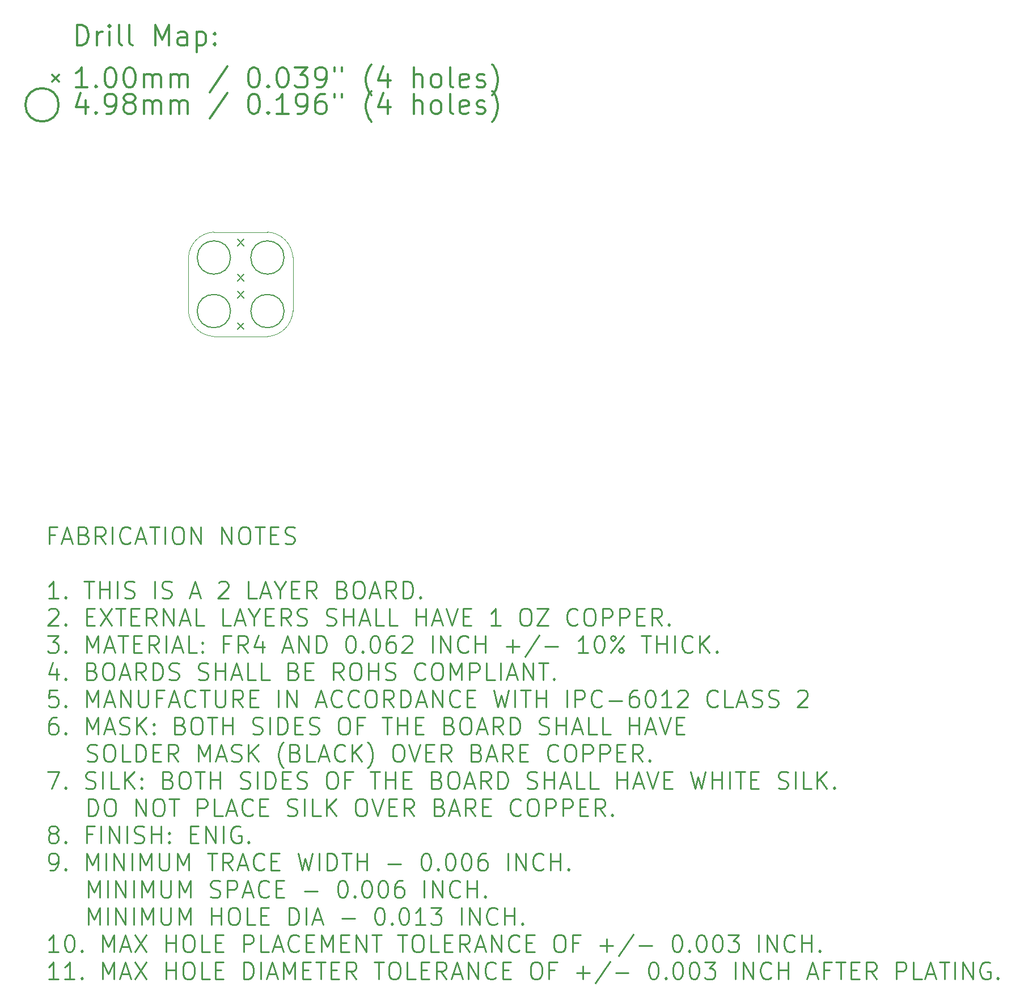
<source format=gbr>
G04 This is an RS-274x file exported by *
G04 gerbv version 2.6.0 *
G04 More information is available about gerbv at *
G04 http://gerbv.gpleda.org/ *
G04 --End of header info--*
%MOIN*%
%FSLAX34Y34*%
%IPPOS*%
G04 --Define apertures--*
%ADD10C,0.0050*%
%ADD11C,0.0079*%
%ADD12C,0.0118*%
%ADD13C,0.0138*%
%ADD14C,0.0020*%
%ADD15C,0.0100*%
G04 --Start main section--*
G54D11*
G01X0010498Y-013238D02*
G01X0010892Y-013632D01*
G01X0010892Y-013238D02*
G01X0010498Y-013632D01*
G01X0010498Y-015304D02*
G01X0010892Y-015698D01*
G01X0010892Y-015304D02*
G01X0010498Y-015698D01*
G01X0010498Y-016304D02*
G01X0010892Y-016698D01*
G01X0010892Y-016304D02*
G01X0010498Y-016698D01*
G01X0010498Y-018159D02*
G01X0010892Y-018553D01*
G01X0010892Y-018159D02*
G01X0010498Y-018553D01*
G01X0010101Y-014320D02*
G75*
G03X0010101Y-014320I-000980J0000000D01*
G01X0010101Y-017470D02*
G75*
G03X0010101Y-017470I-000980J0000000D01*
G01X0013250Y-014320D02*
G75*
G03X0013250Y-014320I-000980J0000000D01*
G01X0013250Y-017470D02*
G75*
G03X0013250Y-017470I-000980J0000000D01*
G54D12*
G01X0001069Y-001834D02*
G01X0001069Y-000652D01*
G01X0001069Y-000652D02*
G01X0001350Y-000652D01*
G01X0001350Y-000652D02*
G01X0001519Y-000709D01*
G01X0001519Y-000709D02*
G01X0001631Y-000821D01*
G01X0001631Y-000821D02*
G01X0001687Y-000934D01*
G01X0001687Y-000934D02*
G01X0001744Y-001159D01*
G01X0001744Y-001159D02*
G01X0001744Y-001327D01*
G01X0001744Y-001327D02*
G01X0001687Y-001552D01*
G01X0001687Y-001552D02*
G01X0001631Y-001665D01*
G01X0001631Y-001665D02*
G01X0001519Y-001777D01*
G01X0001519Y-001777D02*
G01X0001350Y-001834D01*
G01X0001350Y-001834D02*
G01X0001069Y-001834D01*
G01X0002250Y-001834D02*
G01X0002250Y-001046D01*
G01X0002250Y-001271D02*
G01X0002306Y-001159D01*
G01X0002306Y-001159D02*
G01X0002362Y-001102D01*
G01X0002362Y-001102D02*
G01X0002475Y-001046D01*
G01X0002475Y-001046D02*
G01X0002587Y-001046D01*
G01X0002981Y-001834D02*
G01X0002981Y-001046D01*
G01X0002981Y-000652D02*
G01X0002925Y-000709D01*
G01X0002925Y-000709D02*
G01X0002981Y-000765D01*
G01X0002981Y-000765D02*
G01X0003037Y-000709D01*
G01X0003037Y-000709D02*
G01X0002981Y-000652D01*
G01X0002981Y-000652D02*
G01X0002981Y-000765D01*
G01X0003712Y-001834D02*
G01X0003600Y-001777D01*
G01X0003600Y-001777D02*
G01X0003543Y-001665D01*
G01X0003543Y-001665D02*
G01X0003543Y-000652D01*
G01X0004331Y-001834D02*
G01X0004218Y-001777D01*
G01X0004218Y-001777D02*
G01X0004162Y-001665D01*
G01X0004162Y-001665D02*
G01X0004162Y-000652D01*
G01X0005681Y-001834D02*
G01X0005681Y-000652D01*
G01X0005681Y-000652D02*
G01X0006074Y-001496D01*
G01X0006074Y-001496D02*
G01X0006468Y-000652D01*
G01X0006468Y-000652D02*
G01X0006468Y-001834D01*
G01X0007537Y-001834D02*
G01X0007537Y-001215D01*
G01X0007537Y-001215D02*
G01X0007480Y-001102D01*
G01X0007480Y-001102D02*
G01X0007368Y-001046D01*
G01X0007368Y-001046D02*
G01X0007143Y-001046D01*
G01X0007143Y-001046D02*
G01X0007030Y-001102D01*
G01X0007537Y-001777D02*
G01X0007424Y-001834D01*
G01X0007424Y-001834D02*
G01X0007143Y-001834D01*
G01X0007143Y-001834D02*
G01X0007030Y-001777D01*
G01X0007030Y-001777D02*
G01X0006974Y-001665D01*
G01X0006974Y-001665D02*
G01X0006974Y-001552D01*
G01X0006974Y-001552D02*
G01X0007030Y-001440D01*
G01X0007030Y-001440D02*
G01X0007143Y-001384D01*
G01X0007143Y-001384D02*
G01X0007424Y-001384D01*
G01X0007424Y-001384D02*
G01X0007537Y-001327D01*
G01X0008099Y-001046D02*
G01X0008099Y-002227D01*
G01X0008099Y-001102D02*
G01X0008211Y-001046D01*
G01X0008211Y-001046D02*
G01X0008436Y-001046D01*
G01X0008436Y-001046D02*
G01X0008549Y-001102D01*
G01X0008549Y-001102D02*
G01X0008605Y-001159D01*
G01X0008605Y-001159D02*
G01X0008661Y-001271D01*
G01X0008661Y-001271D02*
G01X0008661Y-001609D01*
G01X0008661Y-001609D02*
G01X0008605Y-001721D01*
G01X0008605Y-001721D02*
G01X0008549Y-001777D01*
G01X0008549Y-001777D02*
G01X0008436Y-001834D01*
G01X0008436Y-001834D02*
G01X0008211Y-001834D01*
G01X0008211Y-001834D02*
G01X0008099Y-001777D01*
G01X0009168Y-001721D02*
G01X0009224Y-001777D01*
G01X0009224Y-001777D02*
G01X0009168Y-001834D01*
G01X0009168Y-001834D02*
G01X0009111Y-001777D01*
G01X0009111Y-001777D02*
G01X0009168Y-001721D01*
G01X0009168Y-001721D02*
G01X0009168Y-001834D01*
G01X0009168Y-001102D02*
G01X0009224Y-001159D01*
G01X0009224Y-001159D02*
G01X0009168Y-001215D01*
G01X0009168Y-001215D02*
G01X0009111Y-001159D01*
G01X0009111Y-001159D02*
G01X0009168Y-001102D01*
G01X0009168Y-001102D02*
G01X0009168Y-001215D01*
G01X-000394Y-003583D02*
G01X0000000Y-003977D01*
G01X0000000Y-003583D02*
G01X-000394Y-003977D01*
G01X0001687Y-004314D02*
G01X0001012Y-004314D01*
G01X0001350Y-004314D02*
G01X0001350Y-003133D01*
G01X0001350Y-003133D02*
G01X0001237Y-003301D01*
G01X0001237Y-003301D02*
G01X0001125Y-003414D01*
G01X0001125Y-003414D02*
G01X0001012Y-003470D01*
G01X0002193Y-004201D02*
G01X0002250Y-004258D01*
G01X0002250Y-004258D02*
G01X0002193Y-004314D01*
G01X0002193Y-004314D02*
G01X0002137Y-004258D01*
G01X0002137Y-004258D02*
G01X0002193Y-004201D01*
G01X0002193Y-004201D02*
G01X0002193Y-004314D01*
G01X0002981Y-003133D02*
G01X0003093Y-003133D01*
G01X0003093Y-003133D02*
G01X0003206Y-003189D01*
G01X0003206Y-003189D02*
G01X0003262Y-003245D01*
G01X0003262Y-003245D02*
G01X0003318Y-003358D01*
G01X0003318Y-003358D02*
G01X0003375Y-003583D01*
G01X0003375Y-003583D02*
G01X0003375Y-003864D01*
G01X0003375Y-003864D02*
G01X0003318Y-004089D01*
G01X0003318Y-004089D02*
G01X0003262Y-004201D01*
G01X0003262Y-004201D02*
G01X0003206Y-004258D01*
G01X0003206Y-004258D02*
G01X0003093Y-004314D01*
G01X0003093Y-004314D02*
G01X0002981Y-004314D01*
G01X0002981Y-004314D02*
G01X0002868Y-004258D01*
G01X0002868Y-004258D02*
G01X0002812Y-004201D01*
G01X0002812Y-004201D02*
G01X0002756Y-004089D01*
G01X0002756Y-004089D02*
G01X0002700Y-003864D01*
G01X0002700Y-003864D02*
G01X0002700Y-003583D01*
G01X0002700Y-003583D02*
G01X0002756Y-003358D01*
G01X0002756Y-003358D02*
G01X0002812Y-003245D01*
G01X0002812Y-003245D02*
G01X0002868Y-003189D01*
G01X0002868Y-003189D02*
G01X0002981Y-003133D01*
G01X0004106Y-003133D02*
G01X0004218Y-003133D01*
G01X0004218Y-003133D02*
G01X0004331Y-003189D01*
G01X0004331Y-003189D02*
G01X0004387Y-003245D01*
G01X0004387Y-003245D02*
G01X0004443Y-003358D01*
G01X0004443Y-003358D02*
G01X0004499Y-003583D01*
G01X0004499Y-003583D02*
G01X0004499Y-003864D01*
G01X0004499Y-003864D02*
G01X0004443Y-004089D01*
G01X0004443Y-004089D02*
G01X0004387Y-004201D01*
G01X0004387Y-004201D02*
G01X0004331Y-004258D01*
G01X0004331Y-004258D02*
G01X0004218Y-004314D01*
G01X0004218Y-004314D02*
G01X0004106Y-004314D01*
G01X0004106Y-004314D02*
G01X0003993Y-004258D01*
G01X0003993Y-004258D02*
G01X0003937Y-004201D01*
G01X0003937Y-004201D02*
G01X0003881Y-004089D01*
G01X0003881Y-004089D02*
G01X0003825Y-003864D01*
G01X0003825Y-003864D02*
G01X0003825Y-003583D01*
G01X0003825Y-003583D02*
G01X0003881Y-003358D01*
G01X0003881Y-003358D02*
G01X0003937Y-003245D01*
G01X0003937Y-003245D02*
G01X0003993Y-003189D01*
G01X0003993Y-003189D02*
G01X0004106Y-003133D01*
G01X0005006Y-004314D02*
G01X0005006Y-003526D01*
G01X0005006Y-003639D02*
G01X0005062Y-003583D01*
G01X0005062Y-003583D02*
G01X0005174Y-003526D01*
G01X0005174Y-003526D02*
G01X0005343Y-003526D01*
G01X0005343Y-003526D02*
G01X0005456Y-003583D01*
G01X0005456Y-003583D02*
G01X0005512Y-003695D01*
G01X0005512Y-003695D02*
G01X0005512Y-004314D01*
G01X0005512Y-003695D02*
G01X0005568Y-003583D01*
G01X0005568Y-003583D02*
G01X0005681Y-003526D01*
G01X0005681Y-003526D02*
G01X0005849Y-003526D01*
G01X0005849Y-003526D02*
G01X0005962Y-003583D01*
G01X0005962Y-003583D02*
G01X0006018Y-003695D01*
G01X0006018Y-003695D02*
G01X0006018Y-004314D01*
G01X0006580Y-004314D02*
G01X0006580Y-003526D01*
G01X0006580Y-003639D02*
G01X0006637Y-003583D01*
G01X0006637Y-003583D02*
G01X0006749Y-003526D01*
G01X0006749Y-003526D02*
G01X0006918Y-003526D01*
G01X0006918Y-003526D02*
G01X0007030Y-003583D01*
G01X0007030Y-003583D02*
G01X0007087Y-003695D01*
G01X0007087Y-003695D02*
G01X0007087Y-004314D01*
G01X0007087Y-003695D02*
G01X0007143Y-003583D01*
G01X0007143Y-003583D02*
G01X0007255Y-003526D01*
G01X0007255Y-003526D02*
G01X0007424Y-003526D01*
G01X0007424Y-003526D02*
G01X0007537Y-003583D01*
G01X0007537Y-003583D02*
G01X0007593Y-003695D01*
G01X0007593Y-003695D02*
G01X0007593Y-004314D01*
G01X0009899Y-003076D02*
G01X0008886Y-004595D01*
G01X0011417Y-003133D02*
G01X0011530Y-003133D01*
G01X0011530Y-003133D02*
G01X0011642Y-003189D01*
G01X0011642Y-003189D02*
G01X0011699Y-003245D01*
G01X0011699Y-003245D02*
G01X0011755Y-003358D01*
G01X0011755Y-003358D02*
G01X0011811Y-003583D01*
G01X0011811Y-003583D02*
G01X0011811Y-003864D01*
G01X0011811Y-003864D02*
G01X0011755Y-004089D01*
G01X0011755Y-004089D02*
G01X0011699Y-004201D01*
G01X0011699Y-004201D02*
G01X0011642Y-004258D01*
G01X0011642Y-004258D02*
G01X0011530Y-004314D01*
G01X0011530Y-004314D02*
G01X0011417Y-004314D01*
G01X0011417Y-004314D02*
G01X0011305Y-004258D01*
G01X0011305Y-004258D02*
G01X0011249Y-004201D01*
G01X0011249Y-004201D02*
G01X0011192Y-004089D01*
G01X0011192Y-004089D02*
G01X0011136Y-003864D01*
G01X0011136Y-003864D02*
G01X0011136Y-003583D01*
G01X0011136Y-003583D02*
G01X0011192Y-003358D01*
G01X0011192Y-003358D02*
G01X0011249Y-003245D01*
G01X0011249Y-003245D02*
G01X0011305Y-003189D01*
G01X0011305Y-003189D02*
G01X0011417Y-003133D01*
G01X0012317Y-004201D02*
G01X0012373Y-004258D01*
G01X0012373Y-004258D02*
G01X0012317Y-004314D01*
G01X0012317Y-004314D02*
G01X0012261Y-004258D01*
G01X0012261Y-004258D02*
G01X0012317Y-004201D01*
G01X0012317Y-004201D02*
G01X0012317Y-004314D01*
G01X0013105Y-003133D02*
G01X0013217Y-003133D01*
G01X0013217Y-003133D02*
G01X0013330Y-003189D01*
G01X0013330Y-003189D02*
G01X0013386Y-003245D01*
G01X0013386Y-003245D02*
G01X0013442Y-003358D01*
G01X0013442Y-003358D02*
G01X0013498Y-003583D01*
G01X0013498Y-003583D02*
G01X0013498Y-003864D01*
G01X0013498Y-003864D02*
G01X0013442Y-004089D01*
G01X0013442Y-004089D02*
G01X0013386Y-004201D01*
G01X0013386Y-004201D02*
G01X0013330Y-004258D01*
G01X0013330Y-004258D02*
G01X0013217Y-004314D01*
G01X0013217Y-004314D02*
G01X0013105Y-004314D01*
G01X0013105Y-004314D02*
G01X0012992Y-004258D01*
G01X0012992Y-004258D02*
G01X0012936Y-004201D01*
G01X0012936Y-004201D02*
G01X0012880Y-004089D01*
G01X0012880Y-004089D02*
G01X0012823Y-003864D01*
G01X0012823Y-003864D02*
G01X0012823Y-003583D01*
G01X0012823Y-003583D02*
G01X0012880Y-003358D01*
G01X0012880Y-003358D02*
G01X0012936Y-003245D01*
G01X0012936Y-003245D02*
G01X0012992Y-003189D01*
G01X0012992Y-003189D02*
G01X0013105Y-003133D01*
G01X0013892Y-003133D02*
G01X0014623Y-003133D01*
G01X0014623Y-003133D02*
G01X0014229Y-003583D01*
G01X0014229Y-003583D02*
G01X0014398Y-003583D01*
G01X0014398Y-003583D02*
G01X0014511Y-003639D01*
G01X0014511Y-003639D02*
G01X0014567Y-003695D01*
G01X0014567Y-003695D02*
G01X0014623Y-003808D01*
G01X0014623Y-003808D02*
G01X0014623Y-004089D01*
G01X0014623Y-004089D02*
G01X0014567Y-004201D01*
G01X0014567Y-004201D02*
G01X0014511Y-004258D01*
G01X0014511Y-004258D02*
G01X0014398Y-004314D01*
G01X0014398Y-004314D02*
G01X0014061Y-004314D01*
G01X0014061Y-004314D02*
G01X0013948Y-004258D01*
G01X0013948Y-004258D02*
G01X0013892Y-004201D01*
G01X0015186Y-004314D02*
G01X0015411Y-004314D01*
G01X0015411Y-004314D02*
G01X0015523Y-004258D01*
G01X0015523Y-004258D02*
G01X0015579Y-004201D01*
G01X0015579Y-004201D02*
G01X0015692Y-004033D01*
G01X0015692Y-004033D02*
G01X0015748Y-003808D01*
G01X0015748Y-003808D02*
G01X0015748Y-003358D01*
G01X0015748Y-003358D02*
G01X0015692Y-003245D01*
G01X0015692Y-003245D02*
G01X0015636Y-003189D01*
G01X0015636Y-003189D02*
G01X0015523Y-003133D01*
G01X0015523Y-003133D02*
G01X0015298Y-003133D01*
G01X0015298Y-003133D02*
G01X0015186Y-003189D01*
G01X0015186Y-003189D02*
G01X0015129Y-003245D01*
G01X0015129Y-003245D02*
G01X0015073Y-003358D01*
G01X0015073Y-003358D02*
G01X0015073Y-003639D01*
G01X0015073Y-003639D02*
G01X0015129Y-003751D01*
G01X0015129Y-003751D02*
G01X0015186Y-003808D01*
G01X0015186Y-003808D02*
G01X0015298Y-003864D01*
G01X0015298Y-003864D02*
G01X0015523Y-003864D01*
G01X0015523Y-003864D02*
G01X0015636Y-003808D01*
G01X0015636Y-003808D02*
G01X0015692Y-003751D01*
G01X0015692Y-003751D02*
G01X0015748Y-003639D01*
G01X0016198Y-003133D02*
G01X0016198Y-003358D01*
G01X0016648Y-003133D02*
G01X0016648Y-003358D01*
G01X0018391Y-004764D02*
G01X0018335Y-004708D01*
G01X0018335Y-004708D02*
G01X0018223Y-004539D01*
G01X0018223Y-004539D02*
G01X0018166Y-004426D01*
G01X0018166Y-004426D02*
G01X0018110Y-004258D01*
G01X0018110Y-004258D02*
G01X0018054Y-003976D01*
G01X0018054Y-003976D02*
G01X0018054Y-003751D01*
G01X0018054Y-003751D02*
G01X0018110Y-003470D01*
G01X0018110Y-003470D02*
G01X0018166Y-003301D01*
G01X0018166Y-003301D02*
G01X0018223Y-003189D01*
G01X0018223Y-003189D02*
G01X0018335Y-003020D01*
G01X0018335Y-003020D02*
G01X0018391Y-002964D01*
G01X0019348Y-003526D02*
G01X0019348Y-004314D01*
G01X0019066Y-003076D02*
G01X0018785Y-003920D01*
G01X0018785Y-003920D02*
G01X0019516Y-003920D01*
G01X0020866Y-004314D02*
G01X0020866Y-003133D01*
G01X0021372Y-004314D02*
G01X0021372Y-003695D01*
G01X0021372Y-003695D02*
G01X0021316Y-003583D01*
G01X0021316Y-003583D02*
G01X0021204Y-003526D01*
G01X0021204Y-003526D02*
G01X0021035Y-003526D01*
G01X0021035Y-003526D02*
G01X0020922Y-003583D01*
G01X0020922Y-003583D02*
G01X0020866Y-003639D01*
G01X0022103Y-004314D02*
G01X0021991Y-004258D01*
G01X0021991Y-004258D02*
G01X0021935Y-004201D01*
G01X0021935Y-004201D02*
G01X0021879Y-004089D01*
G01X0021879Y-004089D02*
G01X0021879Y-003751D01*
G01X0021879Y-003751D02*
G01X0021935Y-003639D01*
G01X0021935Y-003639D02*
G01X0021991Y-003583D01*
G01X0021991Y-003583D02*
G01X0022103Y-003526D01*
G01X0022103Y-003526D02*
G01X0022272Y-003526D01*
G01X0022272Y-003526D02*
G01X0022385Y-003583D01*
G01X0022385Y-003583D02*
G01X0022441Y-003639D01*
G01X0022441Y-003639D02*
G01X0022497Y-003751D01*
G01X0022497Y-003751D02*
G01X0022497Y-004089D01*
G01X0022497Y-004089D02*
G01X0022441Y-004201D01*
G01X0022441Y-004201D02*
G01X0022385Y-004258D01*
G01X0022385Y-004258D02*
G01X0022272Y-004314D01*
G01X0022272Y-004314D02*
G01X0022103Y-004314D01*
G01X0023172Y-004314D02*
G01X0023060Y-004258D01*
G01X0023060Y-004258D02*
G01X0023003Y-004145D01*
G01X0023003Y-004145D02*
G01X0023003Y-003133D01*
G01X0024072Y-004258D02*
G01X0023960Y-004314D01*
G01X0023960Y-004314D02*
G01X0023735Y-004314D01*
G01X0023735Y-004314D02*
G01X0023622Y-004258D01*
G01X0023622Y-004258D02*
G01X0023566Y-004145D01*
G01X0023566Y-004145D02*
G01X0023566Y-003695D01*
G01X0023566Y-003695D02*
G01X0023622Y-003583D01*
G01X0023622Y-003583D02*
G01X0023735Y-003526D01*
G01X0023735Y-003526D02*
G01X0023960Y-003526D01*
G01X0023960Y-003526D02*
G01X0024072Y-003583D01*
G01X0024072Y-003583D02*
G01X0024128Y-003695D01*
G01X0024128Y-003695D02*
G01X0024128Y-003808D01*
G01X0024128Y-003808D02*
G01X0023566Y-003920D01*
G01X0024578Y-004258D02*
G01X0024691Y-004314D01*
G01X0024691Y-004314D02*
G01X0024916Y-004314D01*
G01X0024916Y-004314D02*
G01X0025028Y-004258D01*
G01X0025028Y-004258D02*
G01X0025084Y-004145D01*
G01X0025084Y-004145D02*
G01X0025084Y-004089D01*
G01X0025084Y-004089D02*
G01X0025028Y-003976D01*
G01X0025028Y-003976D02*
G01X0024916Y-003920D01*
G01X0024916Y-003920D02*
G01X0024747Y-003920D01*
G01X0024747Y-003920D02*
G01X0024634Y-003864D01*
G01X0024634Y-003864D02*
G01X0024578Y-003751D01*
G01X0024578Y-003751D02*
G01X0024578Y-003695D01*
G01X0024578Y-003695D02*
G01X0024634Y-003583D01*
G01X0024634Y-003583D02*
G01X0024747Y-003526D01*
G01X0024747Y-003526D02*
G01X0024916Y-003526D01*
G01X0024916Y-003526D02*
G01X0025028Y-003583D01*
G01X0025478Y-004764D02*
G01X0025534Y-004708D01*
G01X0025534Y-004708D02*
G01X0025647Y-004539D01*
G01X0025647Y-004539D02*
G01X0025703Y-004426D01*
G01X0025703Y-004426D02*
G01X0025759Y-004258D01*
G01X0025759Y-004258D02*
G01X0025816Y-003976D01*
G01X0025816Y-003976D02*
G01X0025816Y-003751D01*
G01X0025816Y-003751D02*
G01X0025759Y-003470D01*
G01X0025759Y-003470D02*
G01X0025703Y-003301D01*
G01X0025703Y-003301D02*
G01X0025647Y-003189D01*
G01X0025647Y-003189D02*
G01X0025534Y-003020D01*
G01X0025534Y-003020D02*
G01X0025478Y-002964D01*
G01X0000000Y-005339D02*
G75*
G03X0000000Y-005339I-000980J0000000D01*
G01X0001575Y-005085D02*
G01X0001575Y-005873D01*
G01X0001294Y-004636D02*
G01X0001012Y-005479D01*
G01X0001012Y-005479D02*
G01X0001744Y-005479D01*
G01X0002193Y-005760D02*
G01X0002250Y-005817D01*
G01X0002250Y-005817D02*
G01X0002193Y-005873D01*
G01X0002193Y-005873D02*
G01X0002137Y-005817D01*
G01X0002137Y-005817D02*
G01X0002193Y-005760D01*
G01X0002193Y-005760D02*
G01X0002193Y-005873D01*
G01X0002812Y-005873D02*
G01X0003037Y-005873D01*
G01X0003037Y-005873D02*
G01X0003150Y-005817D01*
G01X0003150Y-005817D02*
G01X0003206Y-005760D01*
G01X0003206Y-005760D02*
G01X0003318Y-005592D01*
G01X0003318Y-005592D02*
G01X0003375Y-005367D01*
G01X0003375Y-005367D02*
G01X0003375Y-004917D01*
G01X0003375Y-004917D02*
G01X0003318Y-004804D01*
G01X0003318Y-004804D02*
G01X0003262Y-004748D01*
G01X0003262Y-004748D02*
G01X0003150Y-004692D01*
G01X0003150Y-004692D02*
G01X0002925Y-004692D01*
G01X0002925Y-004692D02*
G01X0002812Y-004748D01*
G01X0002812Y-004748D02*
G01X0002756Y-004804D01*
G01X0002756Y-004804D02*
G01X0002700Y-004917D01*
G01X0002700Y-004917D02*
G01X0002700Y-005198D01*
G01X0002700Y-005198D02*
G01X0002756Y-005310D01*
G01X0002756Y-005310D02*
G01X0002812Y-005367D01*
G01X0002812Y-005367D02*
G01X0002925Y-005423D01*
G01X0002925Y-005423D02*
G01X0003150Y-005423D01*
G01X0003150Y-005423D02*
G01X0003262Y-005367D01*
G01X0003262Y-005367D02*
G01X0003318Y-005310D01*
G01X0003318Y-005310D02*
G01X0003375Y-005198D01*
G01X0004049Y-005198D02*
G01X0003937Y-005142D01*
G01X0003937Y-005142D02*
G01X0003881Y-005085D01*
G01X0003881Y-005085D02*
G01X0003825Y-004973D01*
G01X0003825Y-004973D02*
G01X0003825Y-004917D01*
G01X0003825Y-004917D02*
G01X0003881Y-004804D01*
G01X0003881Y-004804D02*
G01X0003937Y-004748D01*
G01X0003937Y-004748D02*
G01X0004049Y-004692D01*
G01X0004049Y-004692D02*
G01X0004274Y-004692D01*
G01X0004274Y-004692D02*
G01X0004387Y-004748D01*
G01X0004387Y-004748D02*
G01X0004443Y-004804D01*
G01X0004443Y-004804D02*
G01X0004499Y-004917D01*
G01X0004499Y-004917D02*
G01X0004499Y-004973D01*
G01X0004499Y-004973D02*
G01X0004443Y-005085D01*
G01X0004443Y-005085D02*
G01X0004387Y-005142D01*
G01X0004387Y-005142D02*
G01X0004274Y-005198D01*
G01X0004274Y-005198D02*
G01X0004049Y-005198D01*
G01X0004049Y-005198D02*
G01X0003937Y-005254D01*
G01X0003937Y-005254D02*
G01X0003881Y-005310D01*
G01X0003881Y-005310D02*
G01X0003825Y-005423D01*
G01X0003825Y-005423D02*
G01X0003825Y-005648D01*
G01X0003825Y-005648D02*
G01X0003881Y-005760D01*
G01X0003881Y-005760D02*
G01X0003937Y-005817D01*
G01X0003937Y-005817D02*
G01X0004049Y-005873D01*
G01X0004049Y-005873D02*
G01X0004274Y-005873D01*
G01X0004274Y-005873D02*
G01X0004387Y-005817D01*
G01X0004387Y-005817D02*
G01X0004443Y-005760D01*
G01X0004443Y-005760D02*
G01X0004499Y-005648D01*
G01X0004499Y-005648D02*
G01X0004499Y-005423D01*
G01X0004499Y-005423D02*
G01X0004443Y-005310D01*
G01X0004443Y-005310D02*
G01X0004387Y-005254D01*
G01X0004387Y-005254D02*
G01X0004274Y-005198D01*
G01X0005006Y-005873D02*
G01X0005006Y-005085D01*
G01X0005006Y-005198D02*
G01X0005062Y-005142D01*
G01X0005062Y-005142D02*
G01X0005174Y-005085D01*
G01X0005174Y-005085D02*
G01X0005343Y-005085D01*
G01X0005343Y-005085D02*
G01X0005456Y-005142D01*
G01X0005456Y-005142D02*
G01X0005512Y-005254D01*
G01X0005512Y-005254D02*
G01X0005512Y-005873D01*
G01X0005512Y-005254D02*
G01X0005568Y-005142D01*
G01X0005568Y-005142D02*
G01X0005681Y-005085D01*
G01X0005681Y-005085D02*
G01X0005849Y-005085D01*
G01X0005849Y-005085D02*
G01X0005962Y-005142D01*
G01X0005962Y-005142D02*
G01X0006018Y-005254D01*
G01X0006018Y-005254D02*
G01X0006018Y-005873D01*
G01X0006580Y-005873D02*
G01X0006580Y-005085D01*
G01X0006580Y-005198D02*
G01X0006637Y-005142D01*
G01X0006637Y-005142D02*
G01X0006749Y-005085D01*
G01X0006749Y-005085D02*
G01X0006918Y-005085D01*
G01X0006918Y-005085D02*
G01X0007030Y-005142D01*
G01X0007030Y-005142D02*
G01X0007087Y-005254D01*
G01X0007087Y-005254D02*
G01X0007087Y-005873D01*
G01X0007087Y-005254D02*
G01X0007143Y-005142D01*
G01X0007143Y-005142D02*
G01X0007255Y-005085D01*
G01X0007255Y-005085D02*
G01X0007424Y-005085D01*
G01X0007424Y-005085D02*
G01X0007537Y-005142D01*
G01X0007537Y-005142D02*
G01X0007593Y-005254D01*
G01X0007593Y-005254D02*
G01X0007593Y-005873D01*
G01X0009899Y-004636D02*
G01X0008886Y-006154D01*
G01X0011417Y-004692D02*
G01X0011530Y-004692D01*
G01X0011530Y-004692D02*
G01X0011642Y-004748D01*
G01X0011642Y-004748D02*
G01X0011699Y-004804D01*
G01X0011699Y-004804D02*
G01X0011755Y-004917D01*
G01X0011755Y-004917D02*
G01X0011811Y-005142D01*
G01X0011811Y-005142D02*
G01X0011811Y-005423D01*
G01X0011811Y-005423D02*
G01X0011755Y-005648D01*
G01X0011755Y-005648D02*
G01X0011699Y-005760D01*
G01X0011699Y-005760D02*
G01X0011642Y-005817D01*
G01X0011642Y-005817D02*
G01X0011530Y-005873D01*
G01X0011530Y-005873D02*
G01X0011417Y-005873D01*
G01X0011417Y-005873D02*
G01X0011305Y-005817D01*
G01X0011305Y-005817D02*
G01X0011249Y-005760D01*
G01X0011249Y-005760D02*
G01X0011192Y-005648D01*
G01X0011192Y-005648D02*
G01X0011136Y-005423D01*
G01X0011136Y-005423D02*
G01X0011136Y-005142D01*
G01X0011136Y-005142D02*
G01X0011192Y-004917D01*
G01X0011192Y-004917D02*
G01X0011249Y-004804D01*
G01X0011249Y-004804D02*
G01X0011305Y-004748D01*
G01X0011305Y-004748D02*
G01X0011417Y-004692D01*
G01X0012317Y-005760D02*
G01X0012373Y-005817D01*
G01X0012373Y-005817D02*
G01X0012317Y-005873D01*
G01X0012317Y-005873D02*
G01X0012261Y-005817D01*
G01X0012261Y-005817D02*
G01X0012317Y-005760D01*
G01X0012317Y-005760D02*
G01X0012317Y-005873D01*
G01X0013498Y-005873D02*
G01X0012823Y-005873D01*
G01X0013161Y-005873D02*
G01X0013161Y-004692D01*
G01X0013161Y-004692D02*
G01X0013048Y-004861D01*
G01X0013048Y-004861D02*
G01X0012936Y-004973D01*
G01X0012936Y-004973D02*
G01X0012823Y-005029D01*
G01X0014061Y-005873D02*
G01X0014286Y-005873D01*
G01X0014286Y-005873D02*
G01X0014398Y-005817D01*
G01X0014398Y-005817D02*
G01X0014454Y-005760D01*
G01X0014454Y-005760D02*
G01X0014567Y-005592D01*
G01X0014567Y-005592D02*
G01X0014623Y-005367D01*
G01X0014623Y-005367D02*
G01X0014623Y-004917D01*
G01X0014623Y-004917D02*
G01X0014567Y-004804D01*
G01X0014567Y-004804D02*
G01X0014511Y-004748D01*
G01X0014511Y-004748D02*
G01X0014398Y-004692D01*
G01X0014398Y-004692D02*
G01X0014173Y-004692D01*
G01X0014173Y-004692D02*
G01X0014061Y-004748D01*
G01X0014061Y-004748D02*
G01X0014005Y-004804D01*
G01X0014005Y-004804D02*
G01X0013948Y-004917D01*
G01X0013948Y-004917D02*
G01X0013948Y-005198D01*
G01X0013948Y-005198D02*
G01X0014005Y-005310D01*
G01X0014005Y-005310D02*
G01X0014061Y-005367D01*
G01X0014061Y-005367D02*
G01X0014173Y-005423D01*
G01X0014173Y-005423D02*
G01X0014398Y-005423D01*
G01X0014398Y-005423D02*
G01X0014511Y-005367D01*
G01X0014511Y-005367D02*
G01X0014567Y-005310D01*
G01X0014567Y-005310D02*
G01X0014623Y-005198D01*
G01X0015636Y-004692D02*
G01X0015411Y-004692D01*
G01X0015411Y-004692D02*
G01X0015298Y-004748D01*
G01X0015298Y-004748D02*
G01X0015242Y-004804D01*
G01X0015242Y-004804D02*
G01X0015129Y-004973D01*
G01X0015129Y-004973D02*
G01X0015073Y-005198D01*
G01X0015073Y-005198D02*
G01X0015073Y-005648D01*
G01X0015073Y-005648D02*
G01X0015129Y-005760D01*
G01X0015129Y-005760D02*
G01X0015186Y-005817D01*
G01X0015186Y-005817D02*
G01X0015298Y-005873D01*
G01X0015298Y-005873D02*
G01X0015523Y-005873D01*
G01X0015523Y-005873D02*
G01X0015636Y-005817D01*
G01X0015636Y-005817D02*
G01X0015692Y-005760D01*
G01X0015692Y-005760D02*
G01X0015748Y-005648D01*
G01X0015748Y-005648D02*
G01X0015748Y-005367D01*
G01X0015748Y-005367D02*
G01X0015692Y-005254D01*
G01X0015692Y-005254D02*
G01X0015636Y-005198D01*
G01X0015636Y-005198D02*
G01X0015523Y-005142D01*
G01X0015523Y-005142D02*
G01X0015298Y-005142D01*
G01X0015298Y-005142D02*
G01X0015186Y-005198D01*
G01X0015186Y-005198D02*
G01X0015129Y-005254D01*
G01X0015129Y-005254D02*
G01X0015073Y-005367D01*
G01X0016198Y-004692D02*
G01X0016198Y-004917D01*
G01X0016648Y-004692D02*
G01X0016648Y-004917D01*
G01X0018391Y-006323D02*
G01X0018335Y-006267D01*
G01X0018335Y-006267D02*
G01X0018223Y-006098D01*
G01X0018223Y-006098D02*
G01X0018166Y-005985D01*
G01X0018166Y-005985D02*
G01X0018110Y-005817D01*
G01X0018110Y-005817D02*
G01X0018054Y-005535D01*
G01X0018054Y-005535D02*
G01X0018054Y-005310D01*
G01X0018054Y-005310D02*
G01X0018110Y-005029D01*
G01X0018110Y-005029D02*
G01X0018166Y-004861D01*
G01X0018166Y-004861D02*
G01X0018223Y-004748D01*
G01X0018223Y-004748D02*
G01X0018335Y-004579D01*
G01X0018335Y-004579D02*
G01X0018391Y-004523D01*
G01X0019348Y-005085D02*
G01X0019348Y-005873D01*
G01X0019066Y-004636D02*
G01X0018785Y-005479D01*
G01X0018785Y-005479D02*
G01X0019516Y-005479D01*
G01X0020866Y-005873D02*
G01X0020866Y-004692D01*
G01X0021372Y-005873D02*
G01X0021372Y-005254D01*
G01X0021372Y-005254D02*
G01X0021316Y-005142D01*
G01X0021316Y-005142D02*
G01X0021204Y-005085D01*
G01X0021204Y-005085D02*
G01X0021035Y-005085D01*
G01X0021035Y-005085D02*
G01X0020922Y-005142D01*
G01X0020922Y-005142D02*
G01X0020866Y-005198D01*
G01X0022103Y-005873D02*
G01X0021991Y-005817D01*
G01X0021991Y-005817D02*
G01X0021935Y-005760D01*
G01X0021935Y-005760D02*
G01X0021879Y-005648D01*
G01X0021879Y-005648D02*
G01X0021879Y-005310D01*
G01X0021879Y-005310D02*
G01X0021935Y-005198D01*
G01X0021935Y-005198D02*
G01X0021991Y-005142D01*
G01X0021991Y-005142D02*
G01X0022103Y-005085D01*
G01X0022103Y-005085D02*
G01X0022272Y-005085D01*
G01X0022272Y-005085D02*
G01X0022385Y-005142D01*
G01X0022385Y-005142D02*
G01X0022441Y-005198D01*
G01X0022441Y-005198D02*
G01X0022497Y-005310D01*
G01X0022497Y-005310D02*
G01X0022497Y-005648D01*
G01X0022497Y-005648D02*
G01X0022441Y-005760D01*
G01X0022441Y-005760D02*
G01X0022385Y-005817D01*
G01X0022385Y-005817D02*
G01X0022272Y-005873D01*
G01X0022272Y-005873D02*
G01X0022103Y-005873D01*
G01X0023172Y-005873D02*
G01X0023060Y-005817D01*
G01X0023060Y-005817D02*
G01X0023003Y-005704D01*
G01X0023003Y-005704D02*
G01X0023003Y-004692D01*
G01X0024072Y-005817D02*
G01X0023960Y-005873D01*
G01X0023960Y-005873D02*
G01X0023735Y-005873D01*
G01X0023735Y-005873D02*
G01X0023622Y-005817D01*
G01X0023622Y-005817D02*
G01X0023566Y-005704D01*
G01X0023566Y-005704D02*
G01X0023566Y-005254D01*
G01X0023566Y-005254D02*
G01X0023622Y-005142D01*
G01X0023622Y-005142D02*
G01X0023735Y-005085D01*
G01X0023735Y-005085D02*
G01X0023960Y-005085D01*
G01X0023960Y-005085D02*
G01X0024072Y-005142D01*
G01X0024072Y-005142D02*
G01X0024128Y-005254D01*
G01X0024128Y-005254D02*
G01X0024128Y-005367D01*
G01X0024128Y-005367D02*
G01X0023566Y-005479D01*
G01X0024578Y-005817D02*
G01X0024691Y-005873D01*
G01X0024691Y-005873D02*
G01X0024916Y-005873D01*
G01X0024916Y-005873D02*
G01X0025028Y-005817D01*
G01X0025028Y-005817D02*
G01X0025084Y-005704D01*
G01X0025084Y-005704D02*
G01X0025084Y-005648D01*
G01X0025084Y-005648D02*
G01X0025028Y-005535D01*
G01X0025028Y-005535D02*
G01X0024916Y-005479D01*
G01X0024916Y-005479D02*
G01X0024747Y-005479D01*
G01X0024747Y-005479D02*
G01X0024634Y-005423D01*
G01X0024634Y-005423D02*
G01X0024578Y-005310D01*
G01X0024578Y-005310D02*
G01X0024578Y-005254D01*
G01X0024578Y-005254D02*
G01X0024634Y-005142D01*
G01X0024634Y-005142D02*
G01X0024747Y-005085D01*
G01X0024747Y-005085D02*
G01X0024916Y-005085D01*
G01X0024916Y-005085D02*
G01X0025028Y-005142D01*
G01X0025478Y-006323D02*
G01X0025534Y-006267D01*
G01X0025534Y-006267D02*
G01X0025647Y-006098D01*
G01X0025647Y-006098D02*
G01X0025703Y-005985D01*
G01X0025703Y-005985D02*
G01X0025759Y-005817D01*
G01X0025759Y-005817D02*
G01X0025816Y-005535D01*
G01X0025816Y-005535D02*
G01X0025816Y-005310D01*
G01X0025816Y-005310D02*
G01X0025759Y-005029D01*
G01X0025759Y-005029D02*
G01X0025703Y-004861D01*
G01X0025703Y-004861D02*
G01X0025647Y-004748D01*
G01X0025647Y-004748D02*
G01X0025534Y-004579D01*
G01X0025534Y-004579D02*
G01X0025478Y-004523D01*
G01X0000000Y0000000D02*
G54D14*
G01X0007623Y-017474D02*
G75*
G03X0009120Y-018966I0001574J0000083D01*
G01X0013766Y-014320D02*
G01X0013766Y-017470D01*
G01X0009120Y-012824D02*
G01X0012270Y-012824D01*
G01X0009120Y-018966D02*
G01X0012270Y-018966D01*
G01X0007624Y-014320D02*
G01X0007624Y-017470D01*
G01X0012274Y-018967D02*
G75*
G03X0013766Y-017470I-000083J0001574D01*
G01X0009116Y-012823D02*
G75*
G03X0007624Y-014320I0000083J-001574D01*
G01X0013767Y-014316D02*
G75*
G03X0012270Y-012824I-001574J-000083D01*
G01X0000000Y0000000D02*
G54D15*
G01X-000219Y-030649D02*
G01X-000552Y-030649D01*
G01X-000552Y-031172D02*
G01X-000552Y-030172D01*
G01X-000552Y-030172D02*
G01X-000076Y-030172D01*
G01X0000258Y-030887D02*
G01X0000734Y-030887D01*
G01X0000162Y-031172D02*
G01X0000496Y-030172D01*
G01X0000496Y-030172D02*
G01X0000829Y-031172D01*
G01X0001496Y-030649D02*
G01X0001639Y-030696D01*
G01X0001639Y-030696D02*
G01X0001686Y-030744D01*
G01X0001686Y-030744D02*
G01X0001734Y-030839D01*
G01X0001734Y-030839D02*
G01X0001734Y-030982D01*
G01X0001734Y-030982D02*
G01X0001686Y-031077D01*
G01X0001686Y-031077D02*
G01X0001639Y-031125D01*
G01X0001639Y-031125D02*
G01X0001543Y-031172D01*
G01X0001543Y-031172D02*
G01X0001162Y-031172D01*
G01X0001162Y-031172D02*
G01X0001162Y-030172D01*
G01X0001162Y-030172D02*
G01X0001496Y-030172D01*
G01X0001496Y-030172D02*
G01X0001591Y-030220D01*
G01X0001591Y-030220D02*
G01X0001639Y-030268D01*
G01X0001639Y-030268D02*
G01X0001686Y-030363D01*
G01X0001686Y-030363D02*
G01X0001686Y-030458D01*
G01X0001686Y-030458D02*
G01X0001639Y-030553D01*
G01X0001639Y-030553D02*
G01X0001591Y-030601D01*
G01X0001591Y-030601D02*
G01X0001496Y-030649D01*
G01X0001496Y-030649D02*
G01X0001162Y-030649D01*
G01X0002734Y-031172D02*
G01X0002400Y-030696D01*
G01X0002162Y-031172D02*
G01X0002162Y-030172D01*
G01X0002162Y-030172D02*
G01X0002543Y-030172D01*
G01X0002543Y-030172D02*
G01X0002639Y-030220D01*
G01X0002639Y-030220D02*
G01X0002686Y-030268D01*
G01X0002686Y-030268D02*
G01X0002734Y-030363D01*
G01X0002734Y-030363D02*
G01X0002734Y-030506D01*
G01X0002734Y-030506D02*
G01X0002686Y-030601D01*
G01X0002686Y-030601D02*
G01X0002639Y-030649D01*
G01X0002639Y-030649D02*
G01X0002543Y-030696D01*
G01X0002543Y-030696D02*
G01X0002162Y-030696D01*
G01X0003162Y-031172D02*
G01X0003162Y-030172D01*
G01X0004210Y-031077D02*
G01X0004162Y-031125D01*
G01X0004162Y-031125D02*
G01X0004020Y-031172D01*
G01X0004020Y-031172D02*
G01X0003924Y-031172D01*
G01X0003924Y-031172D02*
G01X0003781Y-031125D01*
G01X0003781Y-031125D02*
G01X0003686Y-031030D01*
G01X0003686Y-031030D02*
G01X0003639Y-030934D01*
G01X0003639Y-030934D02*
G01X0003591Y-030744D01*
G01X0003591Y-030744D02*
G01X0003591Y-030601D01*
G01X0003591Y-030601D02*
G01X0003639Y-030410D01*
G01X0003639Y-030410D02*
G01X0003686Y-030315D01*
G01X0003686Y-030315D02*
G01X0003781Y-030220D01*
G01X0003781Y-030220D02*
G01X0003924Y-030172D01*
G01X0003924Y-030172D02*
G01X0004020Y-030172D01*
G01X0004020Y-030172D02*
G01X0004162Y-030220D01*
G01X0004162Y-030220D02*
G01X0004210Y-030268D01*
G01X0004591Y-030887D02*
G01X0005067Y-030887D01*
G01X0004496Y-031172D02*
G01X0004829Y-030172D01*
G01X0004829Y-030172D02*
G01X0005162Y-031172D01*
G01X0005353Y-030172D02*
G01X0005924Y-030172D01*
G01X0005639Y-031172D02*
G01X0005639Y-030172D01*
G01X0006258Y-031172D02*
G01X0006258Y-030172D01*
G01X0006924Y-030172D02*
G01X0007115Y-030172D01*
G01X0007115Y-030172D02*
G01X0007210Y-030220D01*
G01X0007210Y-030220D02*
G01X0007305Y-030315D01*
G01X0007305Y-030315D02*
G01X0007353Y-030506D01*
G01X0007353Y-030506D02*
G01X0007353Y-030839D01*
G01X0007353Y-030839D02*
G01X0007305Y-031030D01*
G01X0007305Y-031030D02*
G01X0007210Y-031125D01*
G01X0007210Y-031125D02*
G01X0007115Y-031172D01*
G01X0007115Y-031172D02*
G01X0006924Y-031172D01*
G01X0006924Y-031172D02*
G01X0006829Y-031125D01*
G01X0006829Y-031125D02*
G01X0006734Y-031030D01*
G01X0006734Y-031030D02*
G01X0006686Y-030839D01*
G01X0006686Y-030839D02*
G01X0006686Y-030506D01*
G01X0006686Y-030506D02*
G01X0006734Y-030315D01*
G01X0006734Y-030315D02*
G01X0006829Y-030220D01*
G01X0006829Y-030220D02*
G01X0006924Y-030172D01*
G01X0007781Y-031172D02*
G01X0007781Y-030172D01*
G01X0007781Y-030172D02*
G01X0008353Y-031172D01*
G01X0008353Y-031172D02*
G01X0008353Y-030172D01*
G01X0009591Y-031172D02*
G01X0009591Y-030172D01*
G01X0009591Y-030172D02*
G01X0010162Y-031172D01*
G01X0010162Y-031172D02*
G01X0010162Y-030172D01*
G01X0010829Y-030172D02*
G01X0011020Y-030172D01*
G01X0011020Y-030172D02*
G01X0011115Y-030220D01*
G01X0011115Y-030220D02*
G01X0011210Y-030315D01*
G01X0011210Y-030315D02*
G01X0011258Y-030506D01*
G01X0011258Y-030506D02*
G01X0011258Y-030839D01*
G01X0011258Y-030839D02*
G01X0011210Y-031030D01*
G01X0011210Y-031030D02*
G01X0011115Y-031125D01*
G01X0011115Y-031125D02*
G01X0011020Y-031172D01*
G01X0011020Y-031172D02*
G01X0010829Y-031172D01*
G01X0010829Y-031172D02*
G01X0010734Y-031125D01*
G01X0010734Y-031125D02*
G01X0010639Y-031030D01*
G01X0010639Y-031030D02*
G01X0010591Y-030839D01*
G01X0010591Y-030839D02*
G01X0010591Y-030506D01*
G01X0010591Y-030506D02*
G01X0010639Y-030315D01*
G01X0010639Y-030315D02*
G01X0010734Y-030220D01*
G01X0010734Y-030220D02*
G01X0010829Y-030172D01*
G01X0011543Y-030172D02*
G01X0012115Y-030172D01*
G01X0011829Y-031172D02*
G01X0011829Y-030172D01*
G01X0012448Y-030649D02*
G01X0012781Y-030649D01*
G01X0012924Y-031172D02*
G01X0012448Y-031172D01*
G01X0012448Y-031172D02*
G01X0012448Y-030172D01*
G01X0012448Y-030172D02*
G01X0012924Y-030172D01*
G01X0013305Y-031125D02*
G01X0013448Y-031172D01*
G01X0013448Y-031172D02*
G01X0013686Y-031172D01*
G01X0013686Y-031172D02*
G01X0013781Y-031125D01*
G01X0013781Y-031125D02*
G01X0013829Y-031077D01*
G01X0013829Y-031077D02*
G01X0013877Y-030982D01*
G01X0013877Y-030982D02*
G01X0013877Y-030887D01*
G01X0013877Y-030887D02*
G01X0013829Y-030791D01*
G01X0013829Y-030791D02*
G01X0013781Y-030744D01*
G01X0013781Y-030744D02*
G01X0013686Y-030696D01*
G01X0013686Y-030696D02*
G01X0013496Y-030649D01*
G01X0013496Y-030649D02*
G01X0013400Y-030601D01*
G01X0013400Y-030601D02*
G01X0013353Y-030553D01*
G01X0013353Y-030553D02*
G01X0013305Y-030458D01*
G01X0013305Y-030458D02*
G01X0013305Y-030363D01*
G01X0013305Y-030363D02*
G01X0013353Y-030268D01*
G01X0013353Y-030268D02*
G01X0013400Y-030220D01*
G01X0013400Y-030220D02*
G01X0013496Y-030172D01*
G01X0013496Y-030172D02*
G01X0013734Y-030172D01*
G01X0013734Y-030172D02*
G01X0013877Y-030220D01*
G01X-000028Y-034372D02*
G01X-000600Y-034372D01*
G01X-000314Y-034372D02*
G01X-000314Y-033372D01*
G01X-000314Y-033372D02*
G01X-000409Y-033515D01*
G01X-000409Y-033515D02*
G01X-000504Y-033610D01*
G01X-000504Y-033610D02*
G01X-000600Y-033658D01*
G01X0000400Y-034277D02*
G01X0000448Y-034325D01*
G01X0000448Y-034325D02*
G01X0000400Y-034372D01*
G01X0000400Y-034372D02*
G01X0000353Y-034325D01*
G01X0000353Y-034325D02*
G01X0000400Y-034277D01*
G01X0000400Y-034277D02*
G01X0000400Y-034372D01*
G01X0001496Y-033372D02*
G01X0002067Y-033372D01*
G01X0001781Y-034372D02*
G01X0001781Y-033372D01*
G01X0002400Y-034372D02*
G01X0002400Y-033372D01*
G01X0002400Y-033849D02*
G01X0002972Y-033849D01*
G01X0002972Y-034372D02*
G01X0002972Y-033372D01*
G01X0003448Y-034372D02*
G01X0003448Y-033372D01*
G01X0003877Y-034325D02*
G01X0004020Y-034372D01*
G01X0004020Y-034372D02*
G01X0004258Y-034372D01*
G01X0004258Y-034372D02*
G01X0004353Y-034325D01*
G01X0004353Y-034325D02*
G01X0004400Y-034277D01*
G01X0004400Y-034277D02*
G01X0004448Y-034182D01*
G01X0004448Y-034182D02*
G01X0004448Y-034087D01*
G01X0004448Y-034087D02*
G01X0004400Y-033991D01*
G01X0004400Y-033991D02*
G01X0004353Y-033944D01*
G01X0004353Y-033944D02*
G01X0004258Y-033896D01*
G01X0004258Y-033896D02*
G01X0004067Y-033849D01*
G01X0004067Y-033849D02*
G01X0003972Y-033801D01*
G01X0003972Y-033801D02*
G01X0003924Y-033753D01*
G01X0003924Y-033753D02*
G01X0003877Y-033658D01*
G01X0003877Y-033658D02*
G01X0003877Y-033563D01*
G01X0003877Y-033563D02*
G01X0003924Y-033468D01*
G01X0003924Y-033468D02*
G01X0003972Y-033420D01*
G01X0003972Y-033420D02*
G01X0004067Y-033372D01*
G01X0004067Y-033372D02*
G01X0004305Y-033372D01*
G01X0004305Y-033372D02*
G01X0004448Y-033420D01*
G01X0005639Y-034372D02*
G01X0005639Y-033372D01*
G01X0006067Y-034325D02*
G01X0006210Y-034372D01*
G01X0006210Y-034372D02*
G01X0006448Y-034372D01*
G01X0006448Y-034372D02*
G01X0006543Y-034325D01*
G01X0006543Y-034325D02*
G01X0006591Y-034277D01*
G01X0006591Y-034277D02*
G01X0006639Y-034182D01*
G01X0006639Y-034182D02*
G01X0006639Y-034087D01*
G01X0006639Y-034087D02*
G01X0006591Y-033991D01*
G01X0006591Y-033991D02*
G01X0006543Y-033944D01*
G01X0006543Y-033944D02*
G01X0006448Y-033896D01*
G01X0006448Y-033896D02*
G01X0006258Y-033849D01*
G01X0006258Y-033849D02*
G01X0006162Y-033801D01*
G01X0006162Y-033801D02*
G01X0006115Y-033753D01*
G01X0006115Y-033753D02*
G01X0006067Y-033658D01*
G01X0006067Y-033658D02*
G01X0006067Y-033563D01*
G01X0006067Y-033563D02*
G01X0006115Y-033468D01*
G01X0006115Y-033468D02*
G01X0006162Y-033420D01*
G01X0006162Y-033420D02*
G01X0006258Y-033372D01*
G01X0006258Y-033372D02*
G01X0006496Y-033372D01*
G01X0006496Y-033372D02*
G01X0006639Y-033420D01*
G01X0007781Y-034087D02*
G01X0008258Y-034087D01*
G01X0007686Y-034372D02*
G01X0008020Y-033372D01*
G01X0008020Y-033372D02*
G01X0008353Y-034372D01*
G01X0009400Y-033468D02*
G01X0009448Y-033420D01*
G01X0009448Y-033420D02*
G01X0009543Y-033372D01*
G01X0009543Y-033372D02*
G01X0009781Y-033372D01*
G01X0009781Y-033372D02*
G01X0009877Y-033420D01*
G01X0009877Y-033420D02*
G01X0009924Y-033468D01*
G01X0009924Y-033468D02*
G01X0009972Y-033563D01*
G01X0009972Y-033563D02*
G01X0009972Y-033658D01*
G01X0009972Y-033658D02*
G01X0009924Y-033801D01*
G01X0009924Y-033801D02*
G01X0009353Y-034372D01*
G01X0009353Y-034372D02*
G01X0009972Y-034372D01*
G01X0011639Y-034372D02*
G01X0011162Y-034372D01*
G01X0011162Y-034372D02*
G01X0011162Y-033372D01*
G01X0011924Y-034087D02*
G01X0012400Y-034087D01*
G01X0011829Y-034372D02*
G01X0012162Y-033372D01*
G01X0012162Y-033372D02*
G01X0012496Y-034372D01*
G01X0013020Y-033896D02*
G01X0013020Y-034372D01*
G01X0012686Y-033372D02*
G01X0013020Y-033896D01*
G01X0013020Y-033896D02*
G01X0013353Y-033372D01*
G01X0013686Y-033849D02*
G01X0014020Y-033849D01*
G01X0014162Y-034372D02*
G01X0013686Y-034372D01*
G01X0013686Y-034372D02*
G01X0013686Y-033372D01*
G01X0013686Y-033372D02*
G01X0014162Y-033372D01*
G01X0015162Y-034372D02*
G01X0014829Y-033896D01*
G01X0014591Y-034372D02*
G01X0014591Y-033372D01*
G01X0014591Y-033372D02*
G01X0014972Y-033372D01*
G01X0014972Y-033372D02*
G01X0015067Y-033420D01*
G01X0015067Y-033420D02*
G01X0015115Y-033468D01*
G01X0015115Y-033468D02*
G01X0015162Y-033563D01*
G01X0015162Y-033563D02*
G01X0015162Y-033706D01*
G01X0015162Y-033706D02*
G01X0015115Y-033801D01*
G01X0015115Y-033801D02*
G01X0015067Y-033849D01*
G01X0015067Y-033849D02*
G01X0014972Y-033896D01*
G01X0014972Y-033896D02*
G01X0014591Y-033896D01*
G01X0016686Y-033849D02*
G01X0016829Y-033896D01*
G01X0016829Y-033896D02*
G01X0016877Y-033944D01*
G01X0016877Y-033944D02*
G01X0016924Y-034039D01*
G01X0016924Y-034039D02*
G01X0016924Y-034182D01*
G01X0016924Y-034182D02*
G01X0016877Y-034277D01*
G01X0016877Y-034277D02*
G01X0016829Y-034325D01*
G01X0016829Y-034325D02*
G01X0016734Y-034372D01*
G01X0016734Y-034372D02*
G01X0016353Y-034372D01*
G01X0016353Y-034372D02*
G01X0016353Y-033372D01*
G01X0016353Y-033372D02*
G01X0016686Y-033372D01*
G01X0016686Y-033372D02*
G01X0016781Y-033420D01*
G01X0016781Y-033420D02*
G01X0016829Y-033468D01*
G01X0016829Y-033468D02*
G01X0016877Y-033563D01*
G01X0016877Y-033563D02*
G01X0016877Y-033658D01*
G01X0016877Y-033658D02*
G01X0016829Y-033753D01*
G01X0016829Y-033753D02*
G01X0016781Y-033801D01*
G01X0016781Y-033801D02*
G01X0016686Y-033849D01*
G01X0016686Y-033849D02*
G01X0016353Y-033849D01*
G01X0017543Y-033372D02*
G01X0017734Y-033372D01*
G01X0017734Y-033372D02*
G01X0017829Y-033420D01*
G01X0017829Y-033420D02*
G01X0017924Y-033515D01*
G01X0017924Y-033515D02*
G01X0017972Y-033706D01*
G01X0017972Y-033706D02*
G01X0017972Y-034039D01*
G01X0017972Y-034039D02*
G01X0017924Y-034230D01*
G01X0017924Y-034230D02*
G01X0017829Y-034325D01*
G01X0017829Y-034325D02*
G01X0017734Y-034372D01*
G01X0017734Y-034372D02*
G01X0017543Y-034372D01*
G01X0017543Y-034372D02*
G01X0017448Y-034325D01*
G01X0017448Y-034325D02*
G01X0017353Y-034230D01*
G01X0017353Y-034230D02*
G01X0017305Y-034039D01*
G01X0017305Y-034039D02*
G01X0017305Y-033706D01*
G01X0017305Y-033706D02*
G01X0017353Y-033515D01*
G01X0017353Y-033515D02*
G01X0017448Y-033420D01*
G01X0017448Y-033420D02*
G01X0017543Y-033372D01*
G01X0018353Y-034087D02*
G01X0018829Y-034087D01*
G01X0018258Y-034372D02*
G01X0018591Y-033372D01*
G01X0018591Y-033372D02*
G01X0018924Y-034372D01*
G01X0019829Y-034372D02*
G01X0019496Y-033896D01*
G01X0019258Y-034372D02*
G01X0019258Y-033372D01*
G01X0019258Y-033372D02*
G01X0019639Y-033372D01*
G01X0019639Y-033372D02*
G01X0019734Y-033420D01*
G01X0019734Y-033420D02*
G01X0019781Y-033468D01*
G01X0019781Y-033468D02*
G01X0019829Y-033563D01*
G01X0019829Y-033563D02*
G01X0019829Y-033706D01*
G01X0019829Y-033706D02*
G01X0019781Y-033801D01*
G01X0019781Y-033801D02*
G01X0019734Y-033849D01*
G01X0019734Y-033849D02*
G01X0019639Y-033896D01*
G01X0019639Y-033896D02*
G01X0019258Y-033896D01*
G01X0020258Y-034372D02*
G01X0020258Y-033372D01*
G01X0020258Y-033372D02*
G01X0020496Y-033372D01*
G01X0020496Y-033372D02*
G01X0020639Y-033420D01*
G01X0020639Y-033420D02*
G01X0020734Y-033515D01*
G01X0020734Y-033515D02*
G01X0020781Y-033610D01*
G01X0020781Y-033610D02*
G01X0020829Y-033801D01*
G01X0020829Y-033801D02*
G01X0020829Y-033944D01*
G01X0020829Y-033944D02*
G01X0020781Y-034134D01*
G01X0020781Y-034134D02*
G01X0020734Y-034230D01*
G01X0020734Y-034230D02*
G01X0020639Y-034325D01*
G01X0020639Y-034325D02*
G01X0020496Y-034372D01*
G01X0020496Y-034372D02*
G01X0020258Y-034372D01*
G01X0021258Y-034277D02*
G01X0021305Y-034325D01*
G01X0021305Y-034325D02*
G01X0021258Y-034372D01*
G01X0021258Y-034372D02*
G01X0021210Y-034325D01*
G01X0021210Y-034325D02*
G01X0021258Y-034277D01*
G01X0021258Y-034277D02*
G01X0021258Y-034372D01*
G01X-000600Y-035068D02*
G01X-000552Y-035020D01*
G01X-000552Y-035020D02*
G01X-000457Y-034972D01*
G01X-000457Y-034972D02*
G01X-000219Y-034972D01*
G01X-000219Y-034972D02*
G01X-000123Y-035020D01*
G01X-000123Y-035020D02*
G01X-000076Y-035068D01*
G01X-000076Y-035068D02*
G01X-000028Y-035163D01*
G01X-000028Y-035163D02*
G01X-000028Y-035258D01*
G01X-000028Y-035258D02*
G01X-000076Y-035401D01*
G01X-000076Y-035401D02*
G01X-000647Y-035972D01*
G01X-000647Y-035972D02*
G01X-000028Y-035972D01*
G01X0000400Y-035877D02*
G01X0000448Y-035925D01*
G01X0000448Y-035925D02*
G01X0000400Y-035972D01*
G01X0000400Y-035972D02*
G01X0000353Y-035925D01*
G01X0000353Y-035925D02*
G01X0000400Y-035877D01*
G01X0000400Y-035877D02*
G01X0000400Y-035972D01*
G01X0001639Y-035449D02*
G01X0001972Y-035449D01*
G01X0002115Y-035972D02*
G01X0001639Y-035972D01*
G01X0001639Y-035972D02*
G01X0001639Y-034972D01*
G01X0001639Y-034972D02*
G01X0002115Y-034972D01*
G01X0002448Y-034972D02*
G01X0003115Y-035972D01*
G01X0003115Y-034972D02*
G01X0002448Y-035972D01*
G01X0003353Y-034972D02*
G01X0003924Y-034972D01*
G01X0003639Y-035972D02*
G01X0003639Y-034972D01*
G01X0004258Y-035449D02*
G01X0004591Y-035449D01*
G01X0004734Y-035972D02*
G01X0004258Y-035972D01*
G01X0004258Y-035972D02*
G01X0004258Y-034972D01*
G01X0004258Y-034972D02*
G01X0004734Y-034972D01*
G01X0005734Y-035972D02*
G01X0005400Y-035496D01*
G01X0005162Y-035972D02*
G01X0005162Y-034972D01*
G01X0005162Y-034972D02*
G01X0005543Y-034972D01*
G01X0005543Y-034972D02*
G01X0005639Y-035020D01*
G01X0005639Y-035020D02*
G01X0005686Y-035068D01*
G01X0005686Y-035068D02*
G01X0005734Y-035163D01*
G01X0005734Y-035163D02*
G01X0005734Y-035306D01*
G01X0005734Y-035306D02*
G01X0005686Y-035401D01*
G01X0005686Y-035401D02*
G01X0005639Y-035449D01*
G01X0005639Y-035449D02*
G01X0005543Y-035496D01*
G01X0005543Y-035496D02*
G01X0005162Y-035496D01*
G01X0006162Y-035972D02*
G01X0006162Y-034972D01*
G01X0006162Y-034972D02*
G01X0006734Y-035972D01*
G01X0006734Y-035972D02*
G01X0006734Y-034972D01*
G01X0007162Y-035687D02*
G01X0007639Y-035687D01*
G01X0007067Y-035972D02*
G01X0007400Y-034972D01*
G01X0007400Y-034972D02*
G01X0007734Y-035972D01*
G01X0008543Y-035972D02*
G01X0008067Y-035972D01*
G01X0008067Y-035972D02*
G01X0008067Y-034972D01*
G01X0010115Y-035972D02*
G01X0009639Y-035972D01*
G01X0009639Y-035972D02*
G01X0009639Y-034972D01*
G01X0010400Y-035687D02*
G01X0010877Y-035687D01*
G01X0010305Y-035972D02*
G01X0010639Y-034972D01*
G01X0010639Y-034972D02*
G01X0010972Y-035972D01*
G01X0011496Y-035496D02*
G01X0011496Y-035972D01*
G01X0011162Y-034972D02*
G01X0011496Y-035496D01*
G01X0011496Y-035496D02*
G01X0011829Y-034972D01*
G01X0012162Y-035449D02*
G01X0012496Y-035449D01*
G01X0012639Y-035972D02*
G01X0012162Y-035972D01*
G01X0012162Y-035972D02*
G01X0012162Y-034972D01*
G01X0012162Y-034972D02*
G01X0012639Y-034972D01*
G01X0013639Y-035972D02*
G01X0013305Y-035496D01*
G01X0013067Y-035972D02*
G01X0013067Y-034972D01*
G01X0013067Y-034972D02*
G01X0013448Y-034972D01*
G01X0013448Y-034972D02*
G01X0013543Y-035020D01*
G01X0013543Y-035020D02*
G01X0013591Y-035068D01*
G01X0013591Y-035068D02*
G01X0013639Y-035163D01*
G01X0013639Y-035163D02*
G01X0013639Y-035306D01*
G01X0013639Y-035306D02*
G01X0013591Y-035401D01*
G01X0013591Y-035401D02*
G01X0013543Y-035449D01*
G01X0013543Y-035449D02*
G01X0013448Y-035496D01*
G01X0013448Y-035496D02*
G01X0013067Y-035496D01*
G01X0014020Y-035925D02*
G01X0014162Y-035972D01*
G01X0014162Y-035972D02*
G01X0014400Y-035972D01*
G01X0014400Y-035972D02*
G01X0014496Y-035925D01*
G01X0014496Y-035925D02*
G01X0014543Y-035877D01*
G01X0014543Y-035877D02*
G01X0014591Y-035782D01*
G01X0014591Y-035782D02*
G01X0014591Y-035687D01*
G01X0014591Y-035687D02*
G01X0014543Y-035591D01*
G01X0014543Y-035591D02*
G01X0014496Y-035544D01*
G01X0014496Y-035544D02*
G01X0014400Y-035496D01*
G01X0014400Y-035496D02*
G01X0014210Y-035449D01*
G01X0014210Y-035449D02*
G01X0014115Y-035401D01*
G01X0014115Y-035401D02*
G01X0014067Y-035353D01*
G01X0014067Y-035353D02*
G01X0014020Y-035258D01*
G01X0014020Y-035258D02*
G01X0014020Y-035163D01*
G01X0014020Y-035163D02*
G01X0014067Y-035068D01*
G01X0014067Y-035068D02*
G01X0014115Y-035020D01*
G01X0014115Y-035020D02*
G01X0014210Y-034972D01*
G01X0014210Y-034972D02*
G01X0014448Y-034972D01*
G01X0014448Y-034972D02*
G01X0014591Y-035020D01*
G01X0015734Y-035925D02*
G01X0015877Y-035972D01*
G01X0015877Y-035972D02*
G01X0016115Y-035972D01*
G01X0016115Y-035972D02*
G01X0016210Y-035925D01*
G01X0016210Y-035925D02*
G01X0016258Y-035877D01*
G01X0016258Y-035877D02*
G01X0016305Y-035782D01*
G01X0016305Y-035782D02*
G01X0016305Y-035687D01*
G01X0016305Y-035687D02*
G01X0016258Y-035591D01*
G01X0016258Y-035591D02*
G01X0016210Y-035544D01*
G01X0016210Y-035544D02*
G01X0016115Y-035496D01*
G01X0016115Y-035496D02*
G01X0015924Y-035449D01*
G01X0015924Y-035449D02*
G01X0015829Y-035401D01*
G01X0015829Y-035401D02*
G01X0015781Y-035353D01*
G01X0015781Y-035353D02*
G01X0015734Y-035258D01*
G01X0015734Y-035258D02*
G01X0015734Y-035163D01*
G01X0015734Y-035163D02*
G01X0015781Y-035068D01*
G01X0015781Y-035068D02*
G01X0015829Y-035020D01*
G01X0015829Y-035020D02*
G01X0015924Y-034972D01*
G01X0015924Y-034972D02*
G01X0016162Y-034972D01*
G01X0016162Y-034972D02*
G01X0016305Y-035020D01*
G01X0016734Y-035972D02*
G01X0016734Y-034972D01*
G01X0016734Y-035449D02*
G01X0017305Y-035449D01*
G01X0017305Y-035972D02*
G01X0017305Y-034972D01*
G01X0017734Y-035687D02*
G01X0018210Y-035687D01*
G01X0017639Y-035972D02*
G01X0017972Y-034972D01*
G01X0017972Y-034972D02*
G01X0018305Y-035972D01*
G01X0019115Y-035972D02*
G01X0018639Y-035972D01*
G01X0018639Y-035972D02*
G01X0018639Y-034972D01*
G01X0019924Y-035972D02*
G01X0019448Y-035972D01*
G01X0019448Y-035972D02*
G01X0019448Y-034972D01*
G01X0021020Y-035972D02*
G01X0021020Y-034972D01*
G01X0021020Y-035449D02*
G01X0021591Y-035449D01*
G01X0021591Y-035972D02*
G01X0021591Y-034972D01*
G01X0022020Y-035687D02*
G01X0022496Y-035687D01*
G01X0021924Y-035972D02*
G01X0022258Y-034972D01*
G01X0022258Y-034972D02*
G01X0022591Y-035972D01*
G01X0022781Y-034972D02*
G01X0023115Y-035972D01*
G01X0023115Y-035972D02*
G01X0023448Y-034972D01*
G01X0023781Y-035449D02*
G01X0024115Y-035449D01*
G01X0024258Y-035972D02*
G01X0023781Y-035972D01*
G01X0023781Y-035972D02*
G01X0023781Y-034972D01*
G01X0023781Y-034972D02*
G01X0024258Y-034972D01*
G01X0025972Y-035972D02*
G01X0025400Y-035972D01*
G01X0025686Y-035972D02*
G01X0025686Y-034972D01*
G01X0025686Y-034972D02*
G01X0025591Y-035115D01*
G01X0025591Y-035115D02*
G01X0025496Y-035210D01*
G01X0025496Y-035210D02*
G01X0025400Y-035258D01*
G01X0027353Y-034972D02*
G01X0027543Y-034972D01*
G01X0027543Y-034972D02*
G01X0027639Y-035020D01*
G01X0027639Y-035020D02*
G01X0027734Y-035115D01*
G01X0027734Y-035115D02*
G01X0027781Y-035306D01*
G01X0027781Y-035306D02*
G01X0027781Y-035639D01*
G01X0027781Y-035639D02*
G01X0027734Y-035830D01*
G01X0027734Y-035830D02*
G01X0027639Y-035925D01*
G01X0027639Y-035925D02*
G01X0027543Y-035972D01*
G01X0027543Y-035972D02*
G01X0027353Y-035972D01*
G01X0027353Y-035972D02*
G01X0027258Y-035925D01*
G01X0027258Y-035925D02*
G01X0027162Y-035830D01*
G01X0027162Y-035830D02*
G01X0027115Y-035639D01*
G01X0027115Y-035639D02*
G01X0027115Y-035306D01*
G01X0027115Y-035306D02*
G01X0027162Y-035115D01*
G01X0027162Y-035115D02*
G01X0027258Y-035020D01*
G01X0027258Y-035020D02*
G01X0027353Y-034972D01*
G01X0028115Y-034972D02*
G01X0028781Y-034972D01*
G01X0028781Y-034972D02*
G01X0028115Y-035972D01*
G01X0028115Y-035972D02*
G01X0028781Y-035972D01*
G01X0030496Y-035877D02*
G01X0030448Y-035925D01*
G01X0030448Y-035925D02*
G01X0030305Y-035972D01*
G01X0030305Y-035972D02*
G01X0030210Y-035972D01*
G01X0030210Y-035972D02*
G01X0030067Y-035925D01*
G01X0030067Y-035925D02*
G01X0029972Y-035830D01*
G01X0029972Y-035830D02*
G01X0029924Y-035734D01*
G01X0029924Y-035734D02*
G01X0029877Y-035544D01*
G01X0029877Y-035544D02*
G01X0029877Y-035401D01*
G01X0029877Y-035401D02*
G01X0029924Y-035210D01*
G01X0029924Y-035210D02*
G01X0029972Y-035115D01*
G01X0029972Y-035115D02*
G01X0030067Y-035020D01*
G01X0030067Y-035020D02*
G01X0030210Y-034972D01*
G01X0030210Y-034972D02*
G01X0030305Y-034972D01*
G01X0030305Y-034972D02*
G01X0030448Y-035020D01*
G01X0030448Y-035020D02*
G01X0030496Y-035068D01*
G01X0031115Y-034972D02*
G01X0031305Y-034972D01*
G01X0031305Y-034972D02*
G01X0031400Y-035020D01*
G01X0031400Y-035020D02*
G01X0031496Y-035115D01*
G01X0031496Y-035115D02*
G01X0031543Y-035306D01*
G01X0031543Y-035306D02*
G01X0031543Y-035639D01*
G01X0031543Y-035639D02*
G01X0031496Y-035830D01*
G01X0031496Y-035830D02*
G01X0031400Y-035925D01*
G01X0031400Y-035925D02*
G01X0031305Y-035972D01*
G01X0031305Y-035972D02*
G01X0031115Y-035972D01*
G01X0031115Y-035972D02*
G01X0031020Y-035925D01*
G01X0031020Y-035925D02*
G01X0030924Y-035830D01*
G01X0030924Y-035830D02*
G01X0030877Y-035639D01*
G01X0030877Y-035639D02*
G01X0030877Y-035306D01*
G01X0030877Y-035306D02*
G01X0030924Y-035115D01*
G01X0030924Y-035115D02*
G01X0031020Y-035020D01*
G01X0031020Y-035020D02*
G01X0031115Y-034972D01*
G01X0031972Y-035972D02*
G01X0031972Y-034972D01*
G01X0031972Y-034972D02*
G01X0032353Y-034972D01*
G01X0032353Y-034972D02*
G01X0032448Y-035020D01*
G01X0032448Y-035020D02*
G01X0032496Y-035068D01*
G01X0032496Y-035068D02*
G01X0032543Y-035163D01*
G01X0032543Y-035163D02*
G01X0032543Y-035306D01*
G01X0032543Y-035306D02*
G01X0032496Y-035401D01*
G01X0032496Y-035401D02*
G01X0032448Y-035449D01*
G01X0032448Y-035449D02*
G01X0032353Y-035496D01*
G01X0032353Y-035496D02*
G01X0031972Y-035496D01*
G01X0032972Y-035972D02*
G01X0032972Y-034972D01*
G01X0032972Y-034972D02*
G01X0033353Y-034972D01*
G01X0033353Y-034972D02*
G01X0033448Y-035020D01*
G01X0033448Y-035020D02*
G01X0033496Y-035068D01*
G01X0033496Y-035068D02*
G01X0033543Y-035163D01*
G01X0033543Y-035163D02*
G01X0033543Y-035306D01*
G01X0033543Y-035306D02*
G01X0033496Y-035401D01*
G01X0033496Y-035401D02*
G01X0033448Y-035449D01*
G01X0033448Y-035449D02*
G01X0033353Y-035496D01*
G01X0033353Y-035496D02*
G01X0032972Y-035496D01*
G01X0033972Y-035449D02*
G01X0034305Y-035449D01*
G01X0034448Y-035972D02*
G01X0033972Y-035972D01*
G01X0033972Y-035972D02*
G01X0033972Y-034972D01*
G01X0033972Y-034972D02*
G01X0034448Y-034972D01*
G01X0035448Y-035972D02*
G01X0035115Y-035496D01*
G01X0034877Y-035972D02*
G01X0034877Y-034972D01*
G01X0034877Y-034972D02*
G01X0035258Y-034972D01*
G01X0035258Y-034972D02*
G01X0035353Y-035020D01*
G01X0035353Y-035020D02*
G01X0035400Y-035068D01*
G01X0035400Y-035068D02*
G01X0035448Y-035163D01*
G01X0035448Y-035163D02*
G01X0035448Y-035306D01*
G01X0035448Y-035306D02*
G01X0035400Y-035401D01*
G01X0035400Y-035401D02*
G01X0035353Y-035449D01*
G01X0035353Y-035449D02*
G01X0035258Y-035496D01*
G01X0035258Y-035496D02*
G01X0034877Y-035496D01*
G01X0035877Y-035877D02*
G01X0035924Y-035925D01*
G01X0035924Y-035925D02*
G01X0035877Y-035972D01*
G01X0035877Y-035972D02*
G01X0035829Y-035925D01*
G01X0035829Y-035925D02*
G01X0035877Y-035877D01*
G01X0035877Y-035877D02*
G01X0035877Y-035972D01*
G01X-000647Y-036572D02*
G01X-000028Y-036572D01*
G01X-000028Y-036572D02*
G01X-000361Y-036953D01*
G01X-000361Y-036953D02*
G01X-000219Y-036953D01*
G01X-000219Y-036953D02*
G01X-000123Y-037001D01*
G01X-000123Y-037001D02*
G01X-000076Y-037049D01*
G01X-000076Y-037049D02*
G01X-000028Y-037144D01*
G01X-000028Y-037144D02*
G01X-000028Y-037382D01*
G01X-000028Y-037382D02*
G01X-000076Y-037477D01*
G01X-000076Y-037477D02*
G01X-000123Y-037525D01*
G01X-000123Y-037525D02*
G01X-000219Y-037572D01*
G01X-000219Y-037572D02*
G01X-000504Y-037572D01*
G01X-000504Y-037572D02*
G01X-000600Y-037525D01*
G01X-000600Y-037525D02*
G01X-000647Y-037477D01*
G01X0000400Y-037477D02*
G01X0000448Y-037525D01*
G01X0000448Y-037525D02*
G01X0000400Y-037572D01*
G01X0000400Y-037572D02*
G01X0000353Y-037525D01*
G01X0000353Y-037525D02*
G01X0000400Y-037477D01*
G01X0000400Y-037477D02*
G01X0000400Y-037572D01*
G01X0001639Y-037572D02*
G01X0001639Y-036572D01*
G01X0001639Y-036572D02*
G01X0001972Y-037287D01*
G01X0001972Y-037287D02*
G01X0002305Y-036572D01*
G01X0002305Y-036572D02*
G01X0002305Y-037572D01*
G01X0002734Y-037287D02*
G01X0003210Y-037287D01*
G01X0002639Y-037572D02*
G01X0002972Y-036572D01*
G01X0002972Y-036572D02*
G01X0003305Y-037572D01*
G01X0003496Y-036572D02*
G01X0004067Y-036572D01*
G01X0003781Y-037572D02*
G01X0003781Y-036572D01*
G01X0004400Y-037049D02*
G01X0004734Y-037049D01*
G01X0004877Y-037572D02*
G01X0004400Y-037572D01*
G01X0004400Y-037572D02*
G01X0004400Y-036572D01*
G01X0004400Y-036572D02*
G01X0004877Y-036572D01*
G01X0005877Y-037572D02*
G01X0005543Y-037096D01*
G01X0005305Y-037572D02*
G01X0005305Y-036572D01*
G01X0005305Y-036572D02*
G01X0005686Y-036572D01*
G01X0005686Y-036572D02*
G01X0005781Y-036620D01*
G01X0005781Y-036620D02*
G01X0005829Y-036668D01*
G01X0005829Y-036668D02*
G01X0005877Y-036763D01*
G01X0005877Y-036763D02*
G01X0005877Y-036906D01*
G01X0005877Y-036906D02*
G01X0005829Y-037001D01*
G01X0005829Y-037001D02*
G01X0005781Y-037049D01*
G01X0005781Y-037049D02*
G01X0005686Y-037096D01*
G01X0005686Y-037096D02*
G01X0005305Y-037096D01*
G01X0006305Y-037572D02*
G01X0006305Y-036572D01*
G01X0006734Y-037287D02*
G01X0007210Y-037287D01*
G01X0006639Y-037572D02*
G01X0006972Y-036572D01*
G01X0006972Y-036572D02*
G01X0007305Y-037572D01*
G01X0008115Y-037572D02*
G01X0007639Y-037572D01*
G01X0007639Y-037572D02*
G01X0007639Y-036572D01*
G01X0008448Y-037477D02*
G01X0008496Y-037525D01*
G01X0008496Y-037525D02*
G01X0008448Y-037572D01*
G01X0008448Y-037572D02*
G01X0008400Y-037525D01*
G01X0008400Y-037525D02*
G01X0008448Y-037477D01*
G01X0008448Y-037477D02*
G01X0008448Y-037572D01*
G01X0008448Y-036953D02*
G01X0008496Y-037001D01*
G01X0008496Y-037001D02*
G01X0008448Y-037049D01*
G01X0008448Y-037049D02*
G01X0008400Y-037001D01*
G01X0008400Y-037001D02*
G01X0008448Y-036953D01*
G01X0008448Y-036953D02*
G01X0008448Y-037049D01*
G01X0010020Y-037049D02*
G01X0009686Y-037049D01*
G01X0009686Y-037572D02*
G01X0009686Y-036572D01*
G01X0009686Y-036572D02*
G01X0010162Y-036572D01*
G01X0011115Y-037572D02*
G01X0010781Y-037096D01*
G01X0010543Y-037572D02*
G01X0010543Y-036572D01*
G01X0010543Y-036572D02*
G01X0010924Y-036572D01*
G01X0010924Y-036572D02*
G01X0011020Y-036620D01*
G01X0011020Y-036620D02*
G01X0011067Y-036668D01*
G01X0011067Y-036668D02*
G01X0011115Y-036763D01*
G01X0011115Y-036763D02*
G01X0011115Y-036906D01*
G01X0011115Y-036906D02*
G01X0011067Y-037001D01*
G01X0011067Y-037001D02*
G01X0011020Y-037049D01*
G01X0011020Y-037049D02*
G01X0010924Y-037096D01*
G01X0010924Y-037096D02*
G01X0010543Y-037096D01*
G01X0011972Y-036906D02*
G01X0011972Y-037572D01*
G01X0011734Y-036525D02*
G01X0011496Y-037239D01*
G01X0011496Y-037239D02*
G01X0012115Y-037239D01*
G01X0013210Y-037287D02*
G01X0013686Y-037287D01*
G01X0013115Y-037572D02*
G01X0013448Y-036572D01*
G01X0013448Y-036572D02*
G01X0013781Y-037572D01*
G01X0014115Y-037572D02*
G01X0014115Y-036572D01*
G01X0014115Y-036572D02*
G01X0014686Y-037572D01*
G01X0014686Y-037572D02*
G01X0014686Y-036572D01*
G01X0015162Y-037572D02*
G01X0015162Y-036572D01*
G01X0015162Y-036572D02*
G01X0015400Y-036572D01*
G01X0015400Y-036572D02*
G01X0015543Y-036620D01*
G01X0015543Y-036620D02*
G01X0015639Y-036715D01*
G01X0015639Y-036715D02*
G01X0015686Y-036810D01*
G01X0015686Y-036810D02*
G01X0015734Y-037001D01*
G01X0015734Y-037001D02*
G01X0015734Y-037144D01*
G01X0015734Y-037144D02*
G01X0015686Y-037334D01*
G01X0015686Y-037334D02*
G01X0015639Y-037430D01*
G01X0015639Y-037430D02*
G01X0015543Y-037525D01*
G01X0015543Y-037525D02*
G01X0015400Y-037572D01*
G01X0015400Y-037572D02*
G01X0015162Y-037572D01*
G01X0017115Y-036572D02*
G01X0017210Y-036572D01*
G01X0017210Y-036572D02*
G01X0017305Y-036620D01*
G01X0017305Y-036620D02*
G01X0017353Y-036668D01*
G01X0017353Y-036668D02*
G01X0017400Y-036763D01*
G01X0017400Y-036763D02*
G01X0017448Y-036953D01*
G01X0017448Y-036953D02*
G01X0017448Y-037191D01*
G01X0017448Y-037191D02*
G01X0017400Y-037382D01*
G01X0017400Y-037382D02*
G01X0017353Y-037477D01*
G01X0017353Y-037477D02*
G01X0017305Y-037525D01*
G01X0017305Y-037525D02*
G01X0017210Y-037572D01*
G01X0017210Y-037572D02*
G01X0017115Y-037572D01*
G01X0017115Y-037572D02*
G01X0017020Y-037525D01*
G01X0017020Y-037525D02*
G01X0016972Y-037477D01*
G01X0016972Y-037477D02*
G01X0016924Y-037382D01*
G01X0016924Y-037382D02*
G01X0016877Y-037191D01*
G01X0016877Y-037191D02*
G01X0016877Y-036953D01*
G01X0016877Y-036953D02*
G01X0016924Y-036763D01*
G01X0016924Y-036763D02*
G01X0016972Y-036668D01*
G01X0016972Y-036668D02*
G01X0017020Y-036620D01*
G01X0017020Y-036620D02*
G01X0017115Y-036572D01*
G01X0017877Y-037477D02*
G01X0017924Y-037525D01*
G01X0017924Y-037525D02*
G01X0017877Y-037572D01*
G01X0017877Y-037572D02*
G01X0017829Y-037525D01*
G01X0017829Y-037525D02*
G01X0017877Y-037477D01*
G01X0017877Y-037477D02*
G01X0017877Y-037572D01*
G01X0018543Y-036572D02*
G01X0018639Y-036572D01*
G01X0018639Y-036572D02*
G01X0018734Y-036620D01*
G01X0018734Y-036620D02*
G01X0018781Y-036668D01*
G01X0018781Y-036668D02*
G01X0018829Y-036763D01*
G01X0018829Y-036763D02*
G01X0018877Y-036953D01*
G01X0018877Y-036953D02*
G01X0018877Y-037191D01*
G01X0018877Y-037191D02*
G01X0018829Y-037382D01*
G01X0018829Y-037382D02*
G01X0018781Y-037477D01*
G01X0018781Y-037477D02*
G01X0018734Y-037525D01*
G01X0018734Y-037525D02*
G01X0018639Y-037572D01*
G01X0018639Y-037572D02*
G01X0018543Y-037572D01*
G01X0018543Y-037572D02*
G01X0018448Y-037525D01*
G01X0018448Y-037525D02*
G01X0018400Y-037477D01*
G01X0018400Y-037477D02*
G01X0018353Y-037382D01*
G01X0018353Y-037382D02*
G01X0018305Y-037191D01*
G01X0018305Y-037191D02*
G01X0018305Y-036953D01*
G01X0018305Y-036953D02*
G01X0018353Y-036763D01*
G01X0018353Y-036763D02*
G01X0018400Y-036668D01*
G01X0018400Y-036668D02*
G01X0018448Y-036620D01*
G01X0018448Y-036620D02*
G01X0018543Y-036572D01*
G01X0019734Y-036572D02*
G01X0019543Y-036572D01*
G01X0019543Y-036572D02*
G01X0019448Y-036620D01*
G01X0019448Y-036620D02*
G01X0019400Y-036668D01*
G01X0019400Y-036668D02*
G01X0019305Y-036810D01*
G01X0019305Y-036810D02*
G01X0019258Y-037001D01*
G01X0019258Y-037001D02*
G01X0019258Y-037382D01*
G01X0019258Y-037382D02*
G01X0019305Y-037477D01*
G01X0019305Y-037477D02*
G01X0019353Y-037525D01*
G01X0019353Y-037525D02*
G01X0019448Y-037572D01*
G01X0019448Y-037572D02*
G01X0019639Y-037572D01*
G01X0019639Y-037572D02*
G01X0019734Y-037525D01*
G01X0019734Y-037525D02*
G01X0019781Y-037477D01*
G01X0019781Y-037477D02*
G01X0019829Y-037382D01*
G01X0019829Y-037382D02*
G01X0019829Y-037144D01*
G01X0019829Y-037144D02*
G01X0019781Y-037049D01*
G01X0019781Y-037049D02*
G01X0019734Y-037001D01*
G01X0019734Y-037001D02*
G01X0019639Y-036953D01*
G01X0019639Y-036953D02*
G01X0019448Y-036953D01*
G01X0019448Y-036953D02*
G01X0019353Y-037001D01*
G01X0019353Y-037001D02*
G01X0019305Y-037049D01*
G01X0019305Y-037049D02*
G01X0019258Y-037144D01*
G01X0020210Y-036668D02*
G01X0020258Y-036620D01*
G01X0020258Y-036620D02*
G01X0020353Y-036572D01*
G01X0020353Y-036572D02*
G01X0020591Y-036572D01*
G01X0020591Y-036572D02*
G01X0020686Y-036620D01*
G01X0020686Y-036620D02*
G01X0020734Y-036668D01*
G01X0020734Y-036668D02*
G01X0020781Y-036763D01*
G01X0020781Y-036763D02*
G01X0020781Y-036858D01*
G01X0020781Y-036858D02*
G01X0020734Y-037001D01*
G01X0020734Y-037001D02*
G01X0020162Y-037572D01*
G01X0020162Y-037572D02*
G01X0020781Y-037572D01*
G01X0021972Y-037572D02*
G01X0021972Y-036572D01*
G01X0022448Y-037572D02*
G01X0022448Y-036572D01*
G01X0022448Y-036572D02*
G01X0023020Y-037572D01*
G01X0023020Y-037572D02*
G01X0023020Y-036572D01*
G01X0024067Y-037477D02*
G01X0024020Y-037525D01*
G01X0024020Y-037525D02*
G01X0023877Y-037572D01*
G01X0023877Y-037572D02*
G01X0023781Y-037572D01*
G01X0023781Y-037572D02*
G01X0023639Y-037525D01*
G01X0023639Y-037525D02*
G01X0023543Y-037430D01*
G01X0023543Y-037430D02*
G01X0023496Y-037334D01*
G01X0023496Y-037334D02*
G01X0023448Y-037144D01*
G01X0023448Y-037144D02*
G01X0023448Y-037001D01*
G01X0023448Y-037001D02*
G01X0023496Y-036810D01*
G01X0023496Y-036810D02*
G01X0023543Y-036715D01*
G01X0023543Y-036715D02*
G01X0023639Y-036620D01*
G01X0023639Y-036620D02*
G01X0023781Y-036572D01*
G01X0023781Y-036572D02*
G01X0023877Y-036572D01*
G01X0023877Y-036572D02*
G01X0024020Y-036620D01*
G01X0024020Y-036620D02*
G01X0024067Y-036668D01*
G01X0024496Y-037572D02*
G01X0024496Y-036572D01*
G01X0024496Y-037049D02*
G01X0025067Y-037049D01*
G01X0025067Y-037572D02*
G01X0025067Y-036572D01*
G01X0026305Y-037191D02*
G01X0027067Y-037191D01*
G01X0026686Y-037572D02*
G01X0026686Y-036810D01*
G01X0028258Y-036525D02*
G01X0027400Y-037810D01*
G01X0028591Y-037191D02*
G01X0029353Y-037191D01*
G01X0031115Y-037572D02*
G01X0030543Y-037572D01*
G01X0030829Y-037572D02*
G01X0030829Y-036572D01*
G01X0030829Y-036572D02*
G01X0030734Y-036715D01*
G01X0030734Y-036715D02*
G01X0030639Y-036810D01*
G01X0030639Y-036810D02*
G01X0030543Y-036858D01*
G01X0031734Y-036572D02*
G01X0031829Y-036572D01*
G01X0031829Y-036572D02*
G01X0031924Y-036620D01*
G01X0031924Y-036620D02*
G01X0031972Y-036668D01*
G01X0031972Y-036668D02*
G01X0032020Y-036763D01*
G01X0032020Y-036763D02*
G01X0032067Y-036953D01*
G01X0032067Y-036953D02*
G01X0032067Y-037191D01*
G01X0032067Y-037191D02*
G01X0032020Y-037382D01*
G01X0032020Y-037382D02*
G01X0031972Y-037477D01*
G01X0031972Y-037477D02*
G01X0031924Y-037525D01*
G01X0031924Y-037525D02*
G01X0031829Y-037572D01*
G01X0031829Y-037572D02*
G01X0031734Y-037572D01*
G01X0031734Y-037572D02*
G01X0031639Y-037525D01*
G01X0031639Y-037525D02*
G01X0031591Y-037477D01*
G01X0031591Y-037477D02*
G01X0031543Y-037382D01*
G01X0031543Y-037382D02*
G01X0031496Y-037191D01*
G01X0031496Y-037191D02*
G01X0031496Y-036953D01*
G01X0031496Y-036953D02*
G01X0031543Y-036763D01*
G01X0031543Y-036763D02*
G01X0031591Y-036668D01*
G01X0031591Y-036668D02*
G01X0031639Y-036620D01*
G01X0031639Y-036620D02*
G01X0031734Y-036572D01*
G01X0032448Y-037572D02*
G01X0033210Y-036572D01*
G01X0032591Y-036572D02*
G01X0032686Y-036620D01*
G01X0032686Y-036620D02*
G01X0032734Y-036715D01*
G01X0032734Y-036715D02*
G01X0032686Y-036810D01*
G01X0032686Y-036810D02*
G01X0032591Y-036858D01*
G01X0032591Y-036858D02*
G01X0032496Y-036810D01*
G01X0032496Y-036810D02*
G01X0032448Y-036715D01*
G01X0032448Y-036715D02*
G01X0032496Y-036620D01*
G01X0032496Y-036620D02*
G01X0032591Y-036572D01*
G01X0033162Y-037525D02*
G01X0033210Y-037430D01*
G01X0033210Y-037430D02*
G01X0033162Y-037334D01*
G01X0033162Y-037334D02*
G01X0033067Y-037287D01*
G01X0033067Y-037287D02*
G01X0032972Y-037334D01*
G01X0032972Y-037334D02*
G01X0032924Y-037430D01*
G01X0032924Y-037430D02*
G01X0032972Y-037525D01*
G01X0032972Y-037525D02*
G01X0033067Y-037572D01*
G01X0033067Y-037572D02*
G01X0033162Y-037525D01*
G01X0034258Y-036572D02*
G01X0034829Y-036572D01*
G01X0034543Y-037572D02*
G01X0034543Y-036572D01*
G01X0035162Y-037572D02*
G01X0035162Y-036572D01*
G01X0035162Y-037049D02*
G01X0035734Y-037049D01*
G01X0035734Y-037572D02*
G01X0035734Y-036572D01*
G01X0036210Y-037572D02*
G01X0036210Y-036572D01*
G01X0037258Y-037477D02*
G01X0037210Y-037525D01*
G01X0037210Y-037525D02*
G01X0037067Y-037572D01*
G01X0037067Y-037572D02*
G01X0036972Y-037572D01*
G01X0036972Y-037572D02*
G01X0036829Y-037525D01*
G01X0036829Y-037525D02*
G01X0036734Y-037430D01*
G01X0036734Y-037430D02*
G01X0036686Y-037334D01*
G01X0036686Y-037334D02*
G01X0036639Y-037144D01*
G01X0036639Y-037144D02*
G01X0036639Y-037001D01*
G01X0036639Y-037001D02*
G01X0036686Y-036810D01*
G01X0036686Y-036810D02*
G01X0036734Y-036715D01*
G01X0036734Y-036715D02*
G01X0036829Y-036620D01*
G01X0036829Y-036620D02*
G01X0036972Y-036572D01*
G01X0036972Y-036572D02*
G01X0037067Y-036572D01*
G01X0037067Y-036572D02*
G01X0037210Y-036620D01*
G01X0037210Y-036620D02*
G01X0037258Y-036668D01*
G01X0037686Y-037572D02*
G01X0037686Y-036572D01*
G01X0038258Y-037572D02*
G01X0037829Y-037001D01*
G01X0038258Y-036572D02*
G01X0037686Y-037144D01*
G01X0038686Y-037477D02*
G01X0038734Y-037525D01*
G01X0038734Y-037525D02*
G01X0038686Y-037572D01*
G01X0038686Y-037572D02*
G01X0038639Y-037525D01*
G01X0038639Y-037525D02*
G01X0038686Y-037477D01*
G01X0038686Y-037477D02*
G01X0038686Y-037572D01*
G01X-000123Y-038506D02*
G01X-000123Y-039172D01*
G01X-000361Y-038125D02*
G01X-000600Y-038839D01*
G01X-000600Y-038839D02*
G01X0000020Y-038839D01*
G01X0000400Y-039077D02*
G01X0000448Y-039125D01*
G01X0000448Y-039125D02*
G01X0000400Y-039172D01*
G01X0000400Y-039172D02*
G01X0000353Y-039125D01*
G01X0000353Y-039125D02*
G01X0000400Y-039077D01*
G01X0000400Y-039077D02*
G01X0000400Y-039172D01*
G01X0001972Y-038649D02*
G01X0002115Y-038696D01*
G01X0002115Y-038696D02*
G01X0002162Y-038744D01*
G01X0002162Y-038744D02*
G01X0002210Y-038839D01*
G01X0002210Y-038839D02*
G01X0002210Y-038982D01*
G01X0002210Y-038982D02*
G01X0002162Y-039077D01*
G01X0002162Y-039077D02*
G01X0002115Y-039125D01*
G01X0002115Y-039125D02*
G01X0002020Y-039172D01*
G01X0002020Y-039172D02*
G01X0001639Y-039172D01*
G01X0001639Y-039172D02*
G01X0001639Y-038172D01*
G01X0001639Y-038172D02*
G01X0001972Y-038172D01*
G01X0001972Y-038172D02*
G01X0002067Y-038220D01*
G01X0002067Y-038220D02*
G01X0002115Y-038268D01*
G01X0002115Y-038268D02*
G01X0002162Y-038363D01*
G01X0002162Y-038363D02*
G01X0002162Y-038458D01*
G01X0002162Y-038458D02*
G01X0002115Y-038553D01*
G01X0002115Y-038553D02*
G01X0002067Y-038601D01*
G01X0002067Y-038601D02*
G01X0001972Y-038649D01*
G01X0001972Y-038649D02*
G01X0001639Y-038649D01*
G01X0002829Y-038172D02*
G01X0003020Y-038172D01*
G01X0003020Y-038172D02*
G01X0003115Y-038220D01*
G01X0003115Y-038220D02*
G01X0003210Y-038315D01*
G01X0003210Y-038315D02*
G01X0003258Y-038506D01*
G01X0003258Y-038506D02*
G01X0003258Y-038839D01*
G01X0003258Y-038839D02*
G01X0003210Y-039030D01*
G01X0003210Y-039030D02*
G01X0003115Y-039125D01*
G01X0003115Y-039125D02*
G01X0003020Y-039172D01*
G01X0003020Y-039172D02*
G01X0002829Y-039172D01*
G01X0002829Y-039172D02*
G01X0002734Y-039125D01*
G01X0002734Y-039125D02*
G01X0002639Y-039030D01*
G01X0002639Y-039030D02*
G01X0002591Y-038839D01*
G01X0002591Y-038839D02*
G01X0002591Y-038506D01*
G01X0002591Y-038506D02*
G01X0002639Y-038315D01*
G01X0002639Y-038315D02*
G01X0002734Y-038220D01*
G01X0002734Y-038220D02*
G01X0002829Y-038172D01*
G01X0003639Y-038887D02*
G01X0004115Y-038887D01*
G01X0003543Y-039172D02*
G01X0003877Y-038172D01*
G01X0003877Y-038172D02*
G01X0004210Y-039172D01*
G01X0005115Y-039172D02*
G01X0004781Y-038696D01*
G01X0004543Y-039172D02*
G01X0004543Y-038172D01*
G01X0004543Y-038172D02*
G01X0004924Y-038172D01*
G01X0004924Y-038172D02*
G01X0005020Y-038220D01*
G01X0005020Y-038220D02*
G01X0005067Y-038268D01*
G01X0005067Y-038268D02*
G01X0005115Y-038363D01*
G01X0005115Y-038363D02*
G01X0005115Y-038506D01*
G01X0005115Y-038506D02*
G01X0005067Y-038601D01*
G01X0005067Y-038601D02*
G01X0005020Y-038649D01*
G01X0005020Y-038649D02*
G01X0004924Y-038696D01*
G01X0004924Y-038696D02*
G01X0004543Y-038696D01*
G01X0005543Y-039172D02*
G01X0005543Y-038172D01*
G01X0005543Y-038172D02*
G01X0005781Y-038172D01*
G01X0005781Y-038172D02*
G01X0005924Y-038220D01*
G01X0005924Y-038220D02*
G01X0006020Y-038315D01*
G01X0006020Y-038315D02*
G01X0006067Y-038410D01*
G01X0006067Y-038410D02*
G01X0006115Y-038601D01*
G01X0006115Y-038601D02*
G01X0006115Y-038744D01*
G01X0006115Y-038744D02*
G01X0006067Y-038934D01*
G01X0006067Y-038934D02*
G01X0006020Y-039030D01*
G01X0006020Y-039030D02*
G01X0005924Y-039125D01*
G01X0005924Y-039125D02*
G01X0005781Y-039172D01*
G01X0005781Y-039172D02*
G01X0005543Y-039172D01*
G01X0006496Y-039125D02*
G01X0006639Y-039172D01*
G01X0006639Y-039172D02*
G01X0006877Y-039172D01*
G01X0006877Y-039172D02*
G01X0006972Y-039125D01*
G01X0006972Y-039125D02*
G01X0007020Y-039077D01*
G01X0007020Y-039077D02*
G01X0007067Y-038982D01*
G01X0007067Y-038982D02*
G01X0007067Y-038887D01*
G01X0007067Y-038887D02*
G01X0007020Y-038791D01*
G01X0007020Y-038791D02*
G01X0006972Y-038744D01*
G01X0006972Y-038744D02*
G01X0006877Y-038696D01*
G01X0006877Y-038696D02*
G01X0006686Y-038649D01*
G01X0006686Y-038649D02*
G01X0006591Y-038601D01*
G01X0006591Y-038601D02*
G01X0006543Y-038553D01*
G01X0006543Y-038553D02*
G01X0006496Y-038458D01*
G01X0006496Y-038458D02*
G01X0006496Y-038363D01*
G01X0006496Y-038363D02*
G01X0006543Y-038268D01*
G01X0006543Y-038268D02*
G01X0006591Y-038220D01*
G01X0006591Y-038220D02*
G01X0006686Y-038172D01*
G01X0006686Y-038172D02*
G01X0006924Y-038172D01*
G01X0006924Y-038172D02*
G01X0007067Y-038220D01*
G01X0008210Y-039125D02*
G01X0008353Y-039172D01*
G01X0008353Y-039172D02*
G01X0008591Y-039172D01*
G01X0008591Y-039172D02*
G01X0008686Y-039125D01*
G01X0008686Y-039125D02*
G01X0008734Y-039077D01*
G01X0008734Y-039077D02*
G01X0008781Y-038982D01*
G01X0008781Y-038982D02*
G01X0008781Y-038887D01*
G01X0008781Y-038887D02*
G01X0008734Y-038791D01*
G01X0008734Y-038791D02*
G01X0008686Y-038744D01*
G01X0008686Y-038744D02*
G01X0008591Y-038696D01*
G01X0008591Y-038696D02*
G01X0008400Y-038649D01*
G01X0008400Y-038649D02*
G01X0008305Y-038601D01*
G01X0008305Y-038601D02*
G01X0008258Y-038553D01*
G01X0008258Y-038553D02*
G01X0008210Y-038458D01*
G01X0008210Y-038458D02*
G01X0008210Y-038363D01*
G01X0008210Y-038363D02*
G01X0008258Y-038268D01*
G01X0008258Y-038268D02*
G01X0008305Y-038220D01*
G01X0008305Y-038220D02*
G01X0008400Y-038172D01*
G01X0008400Y-038172D02*
G01X0008639Y-038172D01*
G01X0008639Y-038172D02*
G01X0008781Y-038220D01*
G01X0009210Y-039172D02*
G01X0009210Y-038172D01*
G01X0009210Y-038649D02*
G01X0009781Y-038649D01*
G01X0009781Y-039172D02*
G01X0009781Y-038172D01*
G01X0010210Y-038887D02*
G01X0010686Y-038887D01*
G01X0010115Y-039172D02*
G01X0010448Y-038172D01*
G01X0010448Y-038172D02*
G01X0010781Y-039172D01*
G01X0011591Y-039172D02*
G01X0011115Y-039172D01*
G01X0011115Y-039172D02*
G01X0011115Y-038172D01*
G01X0012400Y-039172D02*
G01X0011924Y-039172D01*
G01X0011924Y-039172D02*
G01X0011924Y-038172D01*
G01X0013829Y-038649D02*
G01X0013972Y-038696D01*
G01X0013972Y-038696D02*
G01X0014020Y-038744D01*
G01X0014020Y-038744D02*
G01X0014067Y-038839D01*
G01X0014067Y-038839D02*
G01X0014067Y-038982D01*
G01X0014067Y-038982D02*
G01X0014020Y-039077D01*
G01X0014020Y-039077D02*
G01X0013972Y-039125D01*
G01X0013972Y-039125D02*
G01X0013877Y-039172D01*
G01X0013877Y-039172D02*
G01X0013496Y-039172D01*
G01X0013496Y-039172D02*
G01X0013496Y-038172D01*
G01X0013496Y-038172D02*
G01X0013829Y-038172D01*
G01X0013829Y-038172D02*
G01X0013924Y-038220D01*
G01X0013924Y-038220D02*
G01X0013972Y-038268D01*
G01X0013972Y-038268D02*
G01X0014020Y-038363D01*
G01X0014020Y-038363D02*
G01X0014020Y-038458D01*
G01X0014020Y-038458D02*
G01X0013972Y-038553D01*
G01X0013972Y-038553D02*
G01X0013924Y-038601D01*
G01X0013924Y-038601D02*
G01X0013829Y-038649D01*
G01X0013829Y-038649D02*
G01X0013496Y-038649D01*
G01X0014496Y-038649D02*
G01X0014829Y-038649D01*
G01X0014972Y-039172D02*
G01X0014496Y-039172D01*
G01X0014496Y-039172D02*
G01X0014496Y-038172D01*
G01X0014496Y-038172D02*
G01X0014972Y-038172D01*
G01X0016734Y-039172D02*
G01X0016400Y-038696D01*
G01X0016162Y-039172D02*
G01X0016162Y-038172D01*
G01X0016162Y-038172D02*
G01X0016543Y-038172D01*
G01X0016543Y-038172D02*
G01X0016639Y-038220D01*
G01X0016639Y-038220D02*
G01X0016686Y-038268D01*
G01X0016686Y-038268D02*
G01X0016734Y-038363D01*
G01X0016734Y-038363D02*
G01X0016734Y-038506D01*
G01X0016734Y-038506D02*
G01X0016686Y-038601D01*
G01X0016686Y-038601D02*
G01X0016639Y-038649D01*
G01X0016639Y-038649D02*
G01X0016543Y-038696D01*
G01X0016543Y-038696D02*
G01X0016162Y-038696D01*
G01X0017353Y-038172D02*
G01X0017543Y-038172D01*
G01X0017543Y-038172D02*
G01X0017639Y-038220D01*
G01X0017639Y-038220D02*
G01X0017734Y-038315D01*
G01X0017734Y-038315D02*
G01X0017781Y-038506D01*
G01X0017781Y-038506D02*
G01X0017781Y-038839D01*
G01X0017781Y-038839D02*
G01X0017734Y-039030D01*
G01X0017734Y-039030D02*
G01X0017639Y-039125D01*
G01X0017639Y-039125D02*
G01X0017543Y-039172D01*
G01X0017543Y-039172D02*
G01X0017353Y-039172D01*
G01X0017353Y-039172D02*
G01X0017258Y-039125D01*
G01X0017258Y-039125D02*
G01X0017162Y-039030D01*
G01X0017162Y-039030D02*
G01X0017115Y-038839D01*
G01X0017115Y-038839D02*
G01X0017115Y-038506D01*
G01X0017115Y-038506D02*
G01X0017162Y-038315D01*
G01X0017162Y-038315D02*
G01X0017258Y-038220D01*
G01X0017258Y-038220D02*
G01X0017353Y-038172D01*
G01X0018210Y-039172D02*
G01X0018210Y-038172D01*
G01X0018210Y-038649D02*
G01X0018781Y-038649D01*
G01X0018781Y-039172D02*
G01X0018781Y-038172D01*
G01X0019210Y-039125D02*
G01X0019353Y-039172D01*
G01X0019353Y-039172D02*
G01X0019591Y-039172D01*
G01X0019591Y-039172D02*
G01X0019686Y-039125D01*
G01X0019686Y-039125D02*
G01X0019734Y-039077D01*
G01X0019734Y-039077D02*
G01X0019781Y-038982D01*
G01X0019781Y-038982D02*
G01X0019781Y-038887D01*
G01X0019781Y-038887D02*
G01X0019734Y-038791D01*
G01X0019734Y-038791D02*
G01X0019686Y-038744D01*
G01X0019686Y-038744D02*
G01X0019591Y-038696D01*
G01X0019591Y-038696D02*
G01X0019400Y-038649D01*
G01X0019400Y-038649D02*
G01X0019305Y-038601D01*
G01X0019305Y-038601D02*
G01X0019258Y-038553D01*
G01X0019258Y-038553D02*
G01X0019210Y-038458D01*
G01X0019210Y-038458D02*
G01X0019210Y-038363D01*
G01X0019210Y-038363D02*
G01X0019258Y-038268D01*
G01X0019258Y-038268D02*
G01X0019305Y-038220D01*
G01X0019305Y-038220D02*
G01X0019400Y-038172D01*
G01X0019400Y-038172D02*
G01X0019639Y-038172D01*
G01X0019639Y-038172D02*
G01X0019781Y-038220D01*
G01X0021543Y-039077D02*
G01X0021496Y-039125D01*
G01X0021496Y-039125D02*
G01X0021353Y-039172D01*
G01X0021353Y-039172D02*
G01X0021258Y-039172D01*
G01X0021258Y-039172D02*
G01X0021115Y-039125D01*
G01X0021115Y-039125D02*
G01X0021020Y-039030D01*
G01X0021020Y-039030D02*
G01X0020972Y-038934D01*
G01X0020972Y-038934D02*
G01X0020924Y-038744D01*
G01X0020924Y-038744D02*
G01X0020924Y-038601D01*
G01X0020924Y-038601D02*
G01X0020972Y-038410D01*
G01X0020972Y-038410D02*
G01X0021020Y-038315D01*
G01X0021020Y-038315D02*
G01X0021115Y-038220D01*
G01X0021115Y-038220D02*
G01X0021258Y-038172D01*
G01X0021258Y-038172D02*
G01X0021353Y-038172D01*
G01X0021353Y-038172D02*
G01X0021496Y-038220D01*
G01X0021496Y-038220D02*
G01X0021543Y-038268D01*
G01X0022162Y-038172D02*
G01X0022353Y-038172D01*
G01X0022353Y-038172D02*
G01X0022448Y-038220D01*
G01X0022448Y-038220D02*
G01X0022543Y-038315D01*
G01X0022543Y-038315D02*
G01X0022591Y-038506D01*
G01X0022591Y-038506D02*
G01X0022591Y-038839D01*
G01X0022591Y-038839D02*
G01X0022543Y-039030D01*
G01X0022543Y-039030D02*
G01X0022448Y-039125D01*
G01X0022448Y-039125D02*
G01X0022353Y-039172D01*
G01X0022353Y-039172D02*
G01X0022162Y-039172D01*
G01X0022162Y-039172D02*
G01X0022067Y-039125D01*
G01X0022067Y-039125D02*
G01X0021972Y-039030D01*
G01X0021972Y-039030D02*
G01X0021924Y-038839D01*
G01X0021924Y-038839D02*
G01X0021924Y-038506D01*
G01X0021924Y-038506D02*
G01X0021972Y-038315D01*
G01X0021972Y-038315D02*
G01X0022067Y-038220D01*
G01X0022067Y-038220D02*
G01X0022162Y-038172D01*
G01X0023020Y-039172D02*
G01X0023020Y-038172D01*
G01X0023020Y-038172D02*
G01X0023353Y-038887D01*
G01X0023353Y-038887D02*
G01X0023686Y-038172D01*
G01X0023686Y-038172D02*
G01X0023686Y-039172D01*
G01X0024162Y-039172D02*
G01X0024162Y-038172D01*
G01X0024162Y-038172D02*
G01X0024543Y-038172D01*
G01X0024543Y-038172D02*
G01X0024639Y-038220D01*
G01X0024639Y-038220D02*
G01X0024686Y-038268D01*
G01X0024686Y-038268D02*
G01X0024734Y-038363D01*
G01X0024734Y-038363D02*
G01X0024734Y-038506D01*
G01X0024734Y-038506D02*
G01X0024686Y-038601D01*
G01X0024686Y-038601D02*
G01X0024639Y-038649D01*
G01X0024639Y-038649D02*
G01X0024543Y-038696D01*
G01X0024543Y-038696D02*
G01X0024162Y-038696D01*
G01X0025639Y-039172D02*
G01X0025162Y-039172D01*
G01X0025162Y-039172D02*
G01X0025162Y-038172D01*
G01X0025972Y-039172D02*
G01X0025972Y-038172D01*
G01X0026400Y-038887D02*
G01X0026877Y-038887D01*
G01X0026305Y-039172D02*
G01X0026639Y-038172D01*
G01X0026639Y-038172D02*
G01X0026972Y-039172D01*
G01X0027305Y-039172D02*
G01X0027305Y-038172D01*
G01X0027305Y-038172D02*
G01X0027877Y-039172D01*
G01X0027877Y-039172D02*
G01X0027877Y-038172D01*
G01X0028210Y-038172D02*
G01X0028781Y-038172D01*
G01X0028496Y-039172D02*
G01X0028496Y-038172D01*
G01X0029115Y-039077D02*
G01X0029162Y-039125D01*
G01X0029162Y-039125D02*
G01X0029115Y-039172D01*
G01X0029115Y-039172D02*
G01X0029067Y-039125D01*
G01X0029067Y-039125D02*
G01X0029115Y-039077D01*
G01X0029115Y-039077D02*
G01X0029115Y-039172D01*
G01X-000076Y-039772D02*
G01X-000552Y-039772D01*
G01X-000552Y-039772D02*
G01X-000600Y-040249D01*
G01X-000600Y-040249D02*
G01X-000552Y-040201D01*
G01X-000552Y-040201D02*
G01X-000457Y-040153D01*
G01X-000457Y-040153D02*
G01X-000219Y-040153D01*
G01X-000219Y-040153D02*
G01X-000123Y-040201D01*
G01X-000123Y-040201D02*
G01X-000076Y-040249D01*
G01X-000076Y-040249D02*
G01X-000028Y-040344D01*
G01X-000028Y-040344D02*
G01X-000028Y-040582D01*
G01X-000028Y-040582D02*
G01X-000076Y-040677D01*
G01X-000076Y-040677D02*
G01X-000123Y-040725D01*
G01X-000123Y-040725D02*
G01X-000219Y-040772D01*
G01X-000219Y-040772D02*
G01X-000457Y-040772D01*
G01X-000457Y-040772D02*
G01X-000552Y-040725D01*
G01X-000552Y-040725D02*
G01X-000600Y-040677D01*
G01X0000400Y-040677D02*
G01X0000448Y-040725D01*
G01X0000448Y-040725D02*
G01X0000400Y-040772D01*
G01X0000400Y-040772D02*
G01X0000353Y-040725D01*
G01X0000353Y-040725D02*
G01X0000400Y-040677D01*
G01X0000400Y-040677D02*
G01X0000400Y-040772D01*
G01X0001639Y-040772D02*
G01X0001639Y-039772D01*
G01X0001639Y-039772D02*
G01X0001972Y-040487D01*
G01X0001972Y-040487D02*
G01X0002305Y-039772D01*
G01X0002305Y-039772D02*
G01X0002305Y-040772D01*
G01X0002734Y-040487D02*
G01X0003210Y-040487D01*
G01X0002639Y-040772D02*
G01X0002972Y-039772D01*
G01X0002972Y-039772D02*
G01X0003305Y-040772D01*
G01X0003639Y-040772D02*
G01X0003639Y-039772D01*
G01X0003639Y-039772D02*
G01X0004210Y-040772D01*
G01X0004210Y-040772D02*
G01X0004210Y-039772D01*
G01X0004686Y-039772D02*
G01X0004686Y-040582D01*
G01X0004686Y-040582D02*
G01X0004734Y-040677D01*
G01X0004734Y-040677D02*
G01X0004781Y-040725D01*
G01X0004781Y-040725D02*
G01X0004877Y-040772D01*
G01X0004877Y-040772D02*
G01X0005067Y-040772D01*
G01X0005067Y-040772D02*
G01X0005162Y-040725D01*
G01X0005162Y-040725D02*
G01X0005210Y-040677D01*
G01X0005210Y-040677D02*
G01X0005258Y-040582D01*
G01X0005258Y-040582D02*
G01X0005258Y-039772D01*
G01X0006067Y-040249D02*
G01X0005734Y-040249D01*
G01X0005734Y-040772D02*
G01X0005734Y-039772D01*
G01X0005734Y-039772D02*
G01X0006210Y-039772D01*
G01X0006543Y-040487D02*
G01X0007020Y-040487D01*
G01X0006448Y-040772D02*
G01X0006781Y-039772D01*
G01X0006781Y-039772D02*
G01X0007115Y-040772D01*
G01X0008020Y-040677D02*
G01X0007972Y-040725D01*
G01X0007972Y-040725D02*
G01X0007829Y-040772D01*
G01X0007829Y-040772D02*
G01X0007734Y-040772D01*
G01X0007734Y-040772D02*
G01X0007591Y-040725D01*
G01X0007591Y-040725D02*
G01X0007496Y-040630D01*
G01X0007496Y-040630D02*
G01X0007448Y-040534D01*
G01X0007448Y-040534D02*
G01X0007400Y-040344D01*
G01X0007400Y-040344D02*
G01X0007400Y-040201D01*
G01X0007400Y-040201D02*
G01X0007448Y-040010D01*
G01X0007448Y-040010D02*
G01X0007496Y-039915D01*
G01X0007496Y-039915D02*
G01X0007591Y-039820D01*
G01X0007591Y-039820D02*
G01X0007734Y-039772D01*
G01X0007734Y-039772D02*
G01X0007829Y-039772D01*
G01X0007829Y-039772D02*
G01X0007972Y-039820D01*
G01X0007972Y-039820D02*
G01X0008020Y-039868D01*
G01X0008305Y-039772D02*
G01X0008877Y-039772D01*
G01X0008591Y-040772D02*
G01X0008591Y-039772D01*
G01X0009210Y-039772D02*
G01X0009210Y-040582D01*
G01X0009210Y-040582D02*
G01X0009258Y-040677D01*
G01X0009258Y-040677D02*
G01X0009305Y-040725D01*
G01X0009305Y-040725D02*
G01X0009400Y-040772D01*
G01X0009400Y-040772D02*
G01X0009591Y-040772D01*
G01X0009591Y-040772D02*
G01X0009686Y-040725D01*
G01X0009686Y-040725D02*
G01X0009734Y-040677D01*
G01X0009734Y-040677D02*
G01X0009781Y-040582D01*
G01X0009781Y-040582D02*
G01X0009781Y-039772D01*
G01X0010829Y-040772D02*
G01X0010496Y-040296D01*
G01X0010258Y-040772D02*
G01X0010258Y-039772D01*
G01X0010258Y-039772D02*
G01X0010639Y-039772D01*
G01X0010639Y-039772D02*
G01X0010734Y-039820D01*
G01X0010734Y-039820D02*
G01X0010781Y-039868D01*
G01X0010781Y-039868D02*
G01X0010829Y-039963D01*
G01X0010829Y-039963D02*
G01X0010829Y-040106D01*
G01X0010829Y-040106D02*
G01X0010781Y-040201D01*
G01X0010781Y-040201D02*
G01X0010734Y-040249D01*
G01X0010734Y-040249D02*
G01X0010639Y-040296D01*
G01X0010639Y-040296D02*
G01X0010258Y-040296D01*
G01X0011258Y-040249D02*
G01X0011591Y-040249D01*
G01X0011734Y-040772D02*
G01X0011258Y-040772D01*
G01X0011258Y-040772D02*
G01X0011258Y-039772D01*
G01X0011258Y-039772D02*
G01X0011734Y-039772D01*
G01X0012924Y-040772D02*
G01X0012924Y-039772D01*
G01X0013400Y-040772D02*
G01X0013400Y-039772D01*
G01X0013400Y-039772D02*
G01X0013972Y-040772D01*
G01X0013972Y-040772D02*
G01X0013972Y-039772D01*
G01X0015162Y-040487D02*
G01X0015639Y-040487D01*
G01X0015067Y-040772D02*
G01X0015400Y-039772D01*
G01X0015400Y-039772D02*
G01X0015734Y-040772D01*
G01X0016639Y-040677D02*
G01X0016591Y-040725D01*
G01X0016591Y-040725D02*
G01X0016448Y-040772D01*
G01X0016448Y-040772D02*
G01X0016353Y-040772D01*
G01X0016353Y-040772D02*
G01X0016210Y-040725D01*
G01X0016210Y-040725D02*
G01X0016115Y-040630D01*
G01X0016115Y-040630D02*
G01X0016067Y-040534D01*
G01X0016067Y-040534D02*
G01X0016020Y-040344D01*
G01X0016020Y-040344D02*
G01X0016020Y-040201D01*
G01X0016020Y-040201D02*
G01X0016067Y-040010D01*
G01X0016067Y-040010D02*
G01X0016115Y-039915D01*
G01X0016115Y-039915D02*
G01X0016210Y-039820D01*
G01X0016210Y-039820D02*
G01X0016353Y-039772D01*
G01X0016353Y-039772D02*
G01X0016448Y-039772D01*
G01X0016448Y-039772D02*
G01X0016591Y-039820D01*
G01X0016591Y-039820D02*
G01X0016639Y-039868D01*
G01X0017639Y-040677D02*
G01X0017591Y-040725D01*
G01X0017591Y-040725D02*
G01X0017448Y-040772D01*
G01X0017448Y-040772D02*
G01X0017353Y-040772D01*
G01X0017353Y-040772D02*
G01X0017210Y-040725D01*
G01X0017210Y-040725D02*
G01X0017115Y-040630D01*
G01X0017115Y-040630D02*
G01X0017067Y-040534D01*
G01X0017067Y-040534D02*
G01X0017020Y-040344D01*
G01X0017020Y-040344D02*
G01X0017020Y-040201D01*
G01X0017020Y-040201D02*
G01X0017067Y-040010D01*
G01X0017067Y-040010D02*
G01X0017115Y-039915D01*
G01X0017115Y-039915D02*
G01X0017210Y-039820D01*
G01X0017210Y-039820D02*
G01X0017353Y-039772D01*
G01X0017353Y-039772D02*
G01X0017448Y-039772D01*
G01X0017448Y-039772D02*
G01X0017591Y-039820D01*
G01X0017591Y-039820D02*
G01X0017639Y-039868D01*
G01X0018258Y-039772D02*
G01X0018448Y-039772D01*
G01X0018448Y-039772D02*
G01X0018543Y-039820D01*
G01X0018543Y-039820D02*
G01X0018639Y-039915D01*
G01X0018639Y-039915D02*
G01X0018686Y-040106D01*
G01X0018686Y-040106D02*
G01X0018686Y-040439D01*
G01X0018686Y-040439D02*
G01X0018639Y-040630D01*
G01X0018639Y-040630D02*
G01X0018543Y-040725D01*
G01X0018543Y-040725D02*
G01X0018448Y-040772D01*
G01X0018448Y-040772D02*
G01X0018258Y-040772D01*
G01X0018258Y-040772D02*
G01X0018162Y-040725D01*
G01X0018162Y-040725D02*
G01X0018067Y-040630D01*
G01X0018067Y-040630D02*
G01X0018020Y-040439D01*
G01X0018020Y-040439D02*
G01X0018020Y-040106D01*
G01X0018020Y-040106D02*
G01X0018067Y-039915D01*
G01X0018067Y-039915D02*
G01X0018162Y-039820D01*
G01X0018162Y-039820D02*
G01X0018258Y-039772D01*
G01X0019686Y-040772D02*
G01X0019353Y-040296D01*
G01X0019115Y-040772D02*
G01X0019115Y-039772D01*
G01X0019115Y-039772D02*
G01X0019496Y-039772D01*
G01X0019496Y-039772D02*
G01X0019591Y-039820D01*
G01X0019591Y-039820D02*
G01X0019639Y-039868D01*
G01X0019639Y-039868D02*
G01X0019686Y-039963D01*
G01X0019686Y-039963D02*
G01X0019686Y-040106D01*
G01X0019686Y-040106D02*
G01X0019639Y-040201D01*
G01X0019639Y-040201D02*
G01X0019591Y-040249D01*
G01X0019591Y-040249D02*
G01X0019496Y-040296D01*
G01X0019496Y-040296D02*
G01X0019115Y-040296D01*
G01X0020115Y-040772D02*
G01X0020115Y-039772D01*
G01X0020115Y-039772D02*
G01X0020353Y-039772D01*
G01X0020353Y-039772D02*
G01X0020496Y-039820D01*
G01X0020496Y-039820D02*
G01X0020591Y-039915D01*
G01X0020591Y-039915D02*
G01X0020639Y-040010D01*
G01X0020639Y-040010D02*
G01X0020686Y-040201D01*
G01X0020686Y-040201D02*
G01X0020686Y-040344D01*
G01X0020686Y-040344D02*
G01X0020639Y-040534D01*
G01X0020639Y-040534D02*
G01X0020591Y-040630D01*
G01X0020591Y-040630D02*
G01X0020496Y-040725D01*
G01X0020496Y-040725D02*
G01X0020353Y-040772D01*
G01X0020353Y-040772D02*
G01X0020115Y-040772D01*
G01X0021067Y-040487D02*
G01X0021543Y-040487D01*
G01X0020972Y-040772D02*
G01X0021305Y-039772D01*
G01X0021305Y-039772D02*
G01X0021639Y-040772D01*
G01X0021972Y-040772D02*
G01X0021972Y-039772D01*
G01X0021972Y-039772D02*
G01X0022543Y-040772D01*
G01X0022543Y-040772D02*
G01X0022543Y-039772D01*
G01X0023591Y-040677D02*
G01X0023543Y-040725D01*
G01X0023543Y-040725D02*
G01X0023400Y-040772D01*
G01X0023400Y-040772D02*
G01X0023305Y-040772D01*
G01X0023305Y-040772D02*
G01X0023162Y-040725D01*
G01X0023162Y-040725D02*
G01X0023067Y-040630D01*
G01X0023067Y-040630D02*
G01X0023020Y-040534D01*
G01X0023020Y-040534D02*
G01X0022972Y-040344D01*
G01X0022972Y-040344D02*
G01X0022972Y-040201D01*
G01X0022972Y-040201D02*
G01X0023020Y-040010D01*
G01X0023020Y-040010D02*
G01X0023067Y-039915D01*
G01X0023067Y-039915D02*
G01X0023162Y-039820D01*
G01X0023162Y-039820D02*
G01X0023305Y-039772D01*
G01X0023305Y-039772D02*
G01X0023400Y-039772D01*
G01X0023400Y-039772D02*
G01X0023543Y-039820D01*
G01X0023543Y-039820D02*
G01X0023591Y-039868D01*
G01X0024020Y-040249D02*
G01X0024353Y-040249D01*
G01X0024496Y-040772D02*
G01X0024020Y-040772D01*
G01X0024020Y-040772D02*
G01X0024020Y-039772D01*
G01X0024020Y-039772D02*
G01X0024496Y-039772D01*
G01X0025591Y-039772D02*
G01X0025829Y-040772D01*
G01X0025829Y-040772D02*
G01X0026020Y-040058D01*
G01X0026020Y-040058D02*
G01X0026210Y-040772D01*
G01X0026210Y-040772D02*
G01X0026448Y-039772D01*
G01X0026829Y-040772D02*
G01X0026829Y-039772D01*
G01X0027162Y-039772D02*
G01X0027734Y-039772D01*
G01X0027448Y-040772D02*
G01X0027448Y-039772D01*
G01X0028067Y-040772D02*
G01X0028067Y-039772D01*
G01X0028067Y-040249D02*
G01X0028639Y-040249D01*
G01X0028639Y-040772D02*
G01X0028639Y-039772D01*
G01X0029877Y-040772D02*
G01X0029877Y-039772D01*
G01X0030353Y-040772D02*
G01X0030353Y-039772D01*
G01X0030353Y-039772D02*
G01X0030734Y-039772D01*
G01X0030734Y-039772D02*
G01X0030829Y-039820D01*
G01X0030829Y-039820D02*
G01X0030877Y-039868D01*
G01X0030877Y-039868D02*
G01X0030924Y-039963D01*
G01X0030924Y-039963D02*
G01X0030924Y-040106D01*
G01X0030924Y-040106D02*
G01X0030877Y-040201D01*
G01X0030877Y-040201D02*
G01X0030829Y-040249D01*
G01X0030829Y-040249D02*
G01X0030734Y-040296D01*
G01X0030734Y-040296D02*
G01X0030353Y-040296D01*
G01X0031924Y-040677D02*
G01X0031877Y-040725D01*
G01X0031877Y-040725D02*
G01X0031734Y-040772D01*
G01X0031734Y-040772D02*
G01X0031639Y-040772D01*
G01X0031639Y-040772D02*
G01X0031496Y-040725D01*
G01X0031496Y-040725D02*
G01X0031400Y-040630D01*
G01X0031400Y-040630D02*
G01X0031353Y-040534D01*
G01X0031353Y-040534D02*
G01X0031305Y-040344D01*
G01X0031305Y-040344D02*
G01X0031305Y-040201D01*
G01X0031305Y-040201D02*
G01X0031353Y-040010D01*
G01X0031353Y-040010D02*
G01X0031400Y-039915D01*
G01X0031400Y-039915D02*
G01X0031496Y-039820D01*
G01X0031496Y-039820D02*
G01X0031639Y-039772D01*
G01X0031639Y-039772D02*
G01X0031734Y-039772D01*
G01X0031734Y-039772D02*
G01X0031877Y-039820D01*
G01X0031877Y-039820D02*
G01X0031924Y-039868D01*
G01X0032353Y-040391D02*
G01X0033115Y-040391D01*
G01X0034020Y-039772D02*
G01X0033829Y-039772D01*
G01X0033829Y-039772D02*
G01X0033734Y-039820D01*
G01X0033734Y-039820D02*
G01X0033686Y-039868D01*
G01X0033686Y-039868D02*
G01X0033591Y-040010D01*
G01X0033591Y-040010D02*
G01X0033543Y-040201D01*
G01X0033543Y-040201D02*
G01X0033543Y-040582D01*
G01X0033543Y-040582D02*
G01X0033591Y-040677D01*
G01X0033591Y-040677D02*
G01X0033639Y-040725D01*
G01X0033639Y-040725D02*
G01X0033734Y-040772D01*
G01X0033734Y-040772D02*
G01X0033924Y-040772D01*
G01X0033924Y-040772D02*
G01X0034020Y-040725D01*
G01X0034020Y-040725D02*
G01X0034067Y-040677D01*
G01X0034067Y-040677D02*
G01X0034115Y-040582D01*
G01X0034115Y-040582D02*
G01X0034115Y-040344D01*
G01X0034115Y-040344D02*
G01X0034067Y-040249D01*
G01X0034067Y-040249D02*
G01X0034020Y-040201D01*
G01X0034020Y-040201D02*
G01X0033924Y-040153D01*
G01X0033924Y-040153D02*
G01X0033734Y-040153D01*
G01X0033734Y-040153D02*
G01X0033639Y-040201D01*
G01X0033639Y-040201D02*
G01X0033591Y-040249D01*
G01X0033591Y-040249D02*
G01X0033543Y-040344D01*
G01X0034734Y-039772D02*
G01X0034829Y-039772D01*
G01X0034829Y-039772D02*
G01X0034924Y-039820D01*
G01X0034924Y-039820D02*
G01X0034972Y-039868D01*
G01X0034972Y-039868D02*
G01X0035020Y-039963D01*
G01X0035020Y-039963D02*
G01X0035067Y-040153D01*
G01X0035067Y-040153D02*
G01X0035067Y-040391D01*
G01X0035067Y-040391D02*
G01X0035020Y-040582D01*
G01X0035020Y-040582D02*
G01X0034972Y-040677D01*
G01X0034972Y-040677D02*
G01X0034924Y-040725D01*
G01X0034924Y-040725D02*
G01X0034829Y-040772D01*
G01X0034829Y-040772D02*
G01X0034734Y-040772D01*
G01X0034734Y-040772D02*
G01X0034639Y-040725D01*
G01X0034639Y-040725D02*
G01X0034591Y-040677D01*
G01X0034591Y-040677D02*
G01X0034543Y-040582D01*
G01X0034543Y-040582D02*
G01X0034496Y-040391D01*
G01X0034496Y-040391D02*
G01X0034496Y-040153D01*
G01X0034496Y-040153D02*
G01X0034543Y-039963D01*
G01X0034543Y-039963D02*
G01X0034591Y-039868D01*
G01X0034591Y-039868D02*
G01X0034639Y-039820D01*
G01X0034639Y-039820D02*
G01X0034734Y-039772D01*
G01X0036020Y-040772D02*
G01X0035448Y-040772D01*
G01X0035734Y-040772D02*
G01X0035734Y-039772D01*
G01X0035734Y-039772D02*
G01X0035639Y-039915D01*
G01X0035639Y-039915D02*
G01X0035543Y-040010D01*
G01X0035543Y-040010D02*
G01X0035448Y-040058D01*
G01X0036400Y-039868D02*
G01X0036448Y-039820D01*
G01X0036448Y-039820D02*
G01X0036543Y-039772D01*
G01X0036543Y-039772D02*
G01X0036781Y-039772D01*
G01X0036781Y-039772D02*
G01X0036877Y-039820D01*
G01X0036877Y-039820D02*
G01X0036924Y-039868D01*
G01X0036924Y-039868D02*
G01X0036972Y-039963D01*
G01X0036972Y-039963D02*
G01X0036972Y-040058D01*
G01X0036972Y-040058D02*
G01X0036924Y-040201D01*
G01X0036924Y-040201D02*
G01X0036353Y-040772D01*
G01X0036353Y-040772D02*
G01X0036972Y-040772D01*
G01X0038734Y-040677D02*
G01X0038686Y-040725D01*
G01X0038686Y-040725D02*
G01X0038543Y-040772D01*
G01X0038543Y-040772D02*
G01X0038448Y-040772D01*
G01X0038448Y-040772D02*
G01X0038305Y-040725D01*
G01X0038305Y-040725D02*
G01X0038210Y-040630D01*
G01X0038210Y-040630D02*
G01X0038162Y-040534D01*
G01X0038162Y-040534D02*
G01X0038115Y-040344D01*
G01X0038115Y-040344D02*
G01X0038115Y-040201D01*
G01X0038115Y-040201D02*
G01X0038162Y-040010D01*
G01X0038162Y-040010D02*
G01X0038210Y-039915D01*
G01X0038210Y-039915D02*
G01X0038305Y-039820D01*
G01X0038305Y-039820D02*
G01X0038448Y-039772D01*
G01X0038448Y-039772D02*
G01X0038543Y-039772D01*
G01X0038543Y-039772D02*
G01X0038686Y-039820D01*
G01X0038686Y-039820D02*
G01X0038734Y-039868D01*
G01X0039639Y-040772D02*
G01X0039162Y-040772D01*
G01X0039162Y-040772D02*
G01X0039162Y-039772D01*
G01X0039924Y-040487D02*
G01X0040400Y-040487D01*
G01X0039829Y-040772D02*
G01X0040162Y-039772D01*
G01X0040162Y-039772D02*
G01X0040496Y-040772D01*
G01X0040781Y-040725D02*
G01X0040924Y-040772D01*
G01X0040924Y-040772D02*
G01X0041162Y-040772D01*
G01X0041162Y-040772D02*
G01X0041258Y-040725D01*
G01X0041258Y-040725D02*
G01X0041305Y-040677D01*
G01X0041305Y-040677D02*
G01X0041353Y-040582D01*
G01X0041353Y-040582D02*
G01X0041353Y-040487D01*
G01X0041353Y-040487D02*
G01X0041305Y-040391D01*
G01X0041305Y-040391D02*
G01X0041258Y-040344D01*
G01X0041258Y-040344D02*
G01X0041162Y-040296D01*
G01X0041162Y-040296D02*
G01X0040972Y-040249D01*
G01X0040972Y-040249D02*
G01X0040877Y-040201D01*
G01X0040877Y-040201D02*
G01X0040829Y-040153D01*
G01X0040829Y-040153D02*
G01X0040781Y-040058D01*
G01X0040781Y-040058D02*
G01X0040781Y-039963D01*
G01X0040781Y-039963D02*
G01X0040829Y-039868D01*
G01X0040829Y-039868D02*
G01X0040877Y-039820D01*
G01X0040877Y-039820D02*
G01X0040972Y-039772D01*
G01X0040972Y-039772D02*
G01X0041210Y-039772D01*
G01X0041210Y-039772D02*
G01X0041353Y-039820D01*
G01X0041734Y-040725D02*
G01X0041877Y-040772D01*
G01X0041877Y-040772D02*
G01X0042115Y-040772D01*
G01X0042115Y-040772D02*
G01X0042210Y-040725D01*
G01X0042210Y-040725D02*
G01X0042258Y-040677D01*
G01X0042258Y-040677D02*
G01X0042305Y-040582D01*
G01X0042305Y-040582D02*
G01X0042305Y-040487D01*
G01X0042305Y-040487D02*
G01X0042258Y-040391D01*
G01X0042258Y-040391D02*
G01X0042210Y-040344D01*
G01X0042210Y-040344D02*
G01X0042115Y-040296D01*
G01X0042115Y-040296D02*
G01X0041924Y-040249D01*
G01X0041924Y-040249D02*
G01X0041829Y-040201D01*
G01X0041829Y-040201D02*
G01X0041781Y-040153D01*
G01X0041781Y-040153D02*
G01X0041734Y-040058D01*
G01X0041734Y-040058D02*
G01X0041734Y-039963D01*
G01X0041734Y-039963D02*
G01X0041781Y-039868D01*
G01X0041781Y-039868D02*
G01X0041829Y-039820D01*
G01X0041829Y-039820D02*
G01X0041924Y-039772D01*
G01X0041924Y-039772D02*
G01X0042162Y-039772D01*
G01X0042162Y-039772D02*
G01X0042305Y-039820D01*
G01X0043448Y-039868D02*
G01X0043496Y-039820D01*
G01X0043496Y-039820D02*
G01X0043591Y-039772D01*
G01X0043591Y-039772D02*
G01X0043829Y-039772D01*
G01X0043829Y-039772D02*
G01X0043924Y-039820D01*
G01X0043924Y-039820D02*
G01X0043972Y-039868D01*
G01X0043972Y-039868D02*
G01X0044020Y-039963D01*
G01X0044020Y-039963D02*
G01X0044020Y-040058D01*
G01X0044020Y-040058D02*
G01X0043972Y-040201D01*
G01X0043972Y-040201D02*
G01X0043400Y-040772D01*
G01X0043400Y-040772D02*
G01X0044020Y-040772D01*
G01X-000123Y-041372D02*
G01X-000314Y-041372D01*
G01X-000314Y-041372D02*
G01X-000409Y-041420D01*
G01X-000409Y-041420D02*
G01X-000457Y-041468D01*
G01X-000457Y-041468D02*
G01X-000552Y-041610D01*
G01X-000552Y-041610D02*
G01X-000600Y-041801D01*
G01X-000600Y-041801D02*
G01X-000600Y-042182D01*
G01X-000600Y-042182D02*
G01X-000552Y-042277D01*
G01X-000552Y-042277D02*
G01X-000504Y-042325D01*
G01X-000504Y-042325D02*
G01X-000409Y-042372D01*
G01X-000409Y-042372D02*
G01X-000219Y-042372D01*
G01X-000219Y-042372D02*
G01X-000123Y-042325D01*
G01X-000123Y-042325D02*
G01X-000076Y-042277D01*
G01X-000076Y-042277D02*
G01X-000028Y-042182D01*
G01X-000028Y-042182D02*
G01X-000028Y-041944D01*
G01X-000028Y-041944D02*
G01X-000076Y-041849D01*
G01X-000076Y-041849D02*
G01X-000123Y-041801D01*
G01X-000123Y-041801D02*
G01X-000219Y-041753D01*
G01X-000219Y-041753D02*
G01X-000409Y-041753D01*
G01X-000409Y-041753D02*
G01X-000504Y-041801D01*
G01X-000504Y-041801D02*
G01X-000552Y-041849D01*
G01X-000552Y-041849D02*
G01X-000600Y-041944D01*
G01X0000400Y-042277D02*
G01X0000448Y-042325D01*
G01X0000448Y-042325D02*
G01X0000400Y-042372D01*
G01X0000400Y-042372D02*
G01X0000353Y-042325D01*
G01X0000353Y-042325D02*
G01X0000400Y-042277D01*
G01X0000400Y-042277D02*
G01X0000400Y-042372D01*
G01X0001639Y-042372D02*
G01X0001639Y-041372D01*
G01X0001639Y-041372D02*
G01X0001972Y-042087D01*
G01X0001972Y-042087D02*
G01X0002305Y-041372D01*
G01X0002305Y-041372D02*
G01X0002305Y-042372D01*
G01X0002734Y-042087D02*
G01X0003210Y-042087D01*
G01X0002639Y-042372D02*
G01X0002972Y-041372D01*
G01X0002972Y-041372D02*
G01X0003305Y-042372D01*
G01X0003591Y-042325D02*
G01X0003734Y-042372D01*
G01X0003734Y-042372D02*
G01X0003972Y-042372D01*
G01X0003972Y-042372D02*
G01X0004067Y-042325D01*
G01X0004067Y-042325D02*
G01X0004115Y-042277D01*
G01X0004115Y-042277D02*
G01X0004162Y-042182D01*
G01X0004162Y-042182D02*
G01X0004162Y-042087D01*
G01X0004162Y-042087D02*
G01X0004115Y-041991D01*
G01X0004115Y-041991D02*
G01X0004067Y-041944D01*
G01X0004067Y-041944D02*
G01X0003972Y-041896D01*
G01X0003972Y-041896D02*
G01X0003781Y-041849D01*
G01X0003781Y-041849D02*
G01X0003686Y-041801D01*
G01X0003686Y-041801D02*
G01X0003639Y-041753D01*
G01X0003639Y-041753D02*
G01X0003591Y-041658D01*
G01X0003591Y-041658D02*
G01X0003591Y-041563D01*
G01X0003591Y-041563D02*
G01X0003639Y-041468D01*
G01X0003639Y-041468D02*
G01X0003686Y-041420D01*
G01X0003686Y-041420D02*
G01X0003781Y-041372D01*
G01X0003781Y-041372D02*
G01X0004020Y-041372D01*
G01X0004020Y-041372D02*
G01X0004162Y-041420D01*
G01X0004591Y-042372D02*
G01X0004591Y-041372D01*
G01X0005162Y-042372D02*
G01X0004734Y-041801D01*
G01X0005162Y-041372D02*
G01X0004591Y-041944D01*
G01X0005591Y-042277D02*
G01X0005639Y-042325D01*
G01X0005639Y-042325D02*
G01X0005591Y-042372D01*
G01X0005591Y-042372D02*
G01X0005543Y-042325D01*
G01X0005543Y-042325D02*
G01X0005591Y-042277D01*
G01X0005591Y-042277D02*
G01X0005591Y-042372D01*
G01X0005591Y-041753D02*
G01X0005639Y-041801D01*
G01X0005639Y-041801D02*
G01X0005591Y-041849D01*
G01X0005591Y-041849D02*
G01X0005543Y-041801D01*
G01X0005543Y-041801D02*
G01X0005591Y-041753D01*
G01X0005591Y-041753D02*
G01X0005591Y-041849D01*
G01X0007162Y-041849D02*
G01X0007305Y-041896D01*
G01X0007305Y-041896D02*
G01X0007353Y-041944D01*
G01X0007353Y-041944D02*
G01X0007400Y-042039D01*
G01X0007400Y-042039D02*
G01X0007400Y-042182D01*
G01X0007400Y-042182D02*
G01X0007353Y-042277D01*
G01X0007353Y-042277D02*
G01X0007305Y-042325D01*
G01X0007305Y-042325D02*
G01X0007210Y-042372D01*
G01X0007210Y-042372D02*
G01X0006829Y-042372D01*
G01X0006829Y-042372D02*
G01X0006829Y-041372D01*
G01X0006829Y-041372D02*
G01X0007162Y-041372D01*
G01X0007162Y-041372D02*
G01X0007258Y-041420D01*
G01X0007258Y-041420D02*
G01X0007305Y-041468D01*
G01X0007305Y-041468D02*
G01X0007353Y-041563D01*
G01X0007353Y-041563D02*
G01X0007353Y-041658D01*
G01X0007353Y-041658D02*
G01X0007305Y-041753D01*
G01X0007305Y-041753D02*
G01X0007258Y-041801D01*
G01X0007258Y-041801D02*
G01X0007162Y-041849D01*
G01X0007162Y-041849D02*
G01X0006829Y-041849D01*
G01X0008020Y-041372D02*
G01X0008210Y-041372D01*
G01X0008210Y-041372D02*
G01X0008305Y-041420D01*
G01X0008305Y-041420D02*
G01X0008400Y-041515D01*
G01X0008400Y-041515D02*
G01X0008448Y-041706D01*
G01X0008448Y-041706D02*
G01X0008448Y-042039D01*
G01X0008448Y-042039D02*
G01X0008400Y-042230D01*
G01X0008400Y-042230D02*
G01X0008305Y-042325D01*
G01X0008305Y-042325D02*
G01X0008210Y-042372D01*
G01X0008210Y-042372D02*
G01X0008020Y-042372D01*
G01X0008020Y-042372D02*
G01X0007924Y-042325D01*
G01X0007924Y-042325D02*
G01X0007829Y-042230D01*
G01X0007829Y-042230D02*
G01X0007781Y-042039D01*
G01X0007781Y-042039D02*
G01X0007781Y-041706D01*
G01X0007781Y-041706D02*
G01X0007829Y-041515D01*
G01X0007829Y-041515D02*
G01X0007924Y-041420D01*
G01X0007924Y-041420D02*
G01X0008020Y-041372D01*
G01X0008734Y-041372D02*
G01X0009305Y-041372D01*
G01X0009020Y-042372D02*
G01X0009020Y-041372D01*
G01X0009639Y-042372D02*
G01X0009639Y-041372D01*
G01X0009639Y-041849D02*
G01X0010210Y-041849D01*
G01X0010210Y-042372D02*
G01X0010210Y-041372D01*
G01X0011400Y-042325D02*
G01X0011543Y-042372D01*
G01X0011543Y-042372D02*
G01X0011781Y-042372D01*
G01X0011781Y-042372D02*
G01X0011877Y-042325D01*
G01X0011877Y-042325D02*
G01X0011924Y-042277D01*
G01X0011924Y-042277D02*
G01X0011972Y-042182D01*
G01X0011972Y-042182D02*
G01X0011972Y-042087D01*
G01X0011972Y-042087D02*
G01X0011924Y-041991D01*
G01X0011924Y-041991D02*
G01X0011877Y-041944D01*
G01X0011877Y-041944D02*
G01X0011781Y-041896D01*
G01X0011781Y-041896D02*
G01X0011591Y-041849D01*
G01X0011591Y-041849D02*
G01X0011496Y-041801D01*
G01X0011496Y-041801D02*
G01X0011448Y-041753D01*
G01X0011448Y-041753D02*
G01X0011400Y-041658D01*
G01X0011400Y-041658D02*
G01X0011400Y-041563D01*
G01X0011400Y-041563D02*
G01X0011448Y-041468D01*
G01X0011448Y-041468D02*
G01X0011496Y-041420D01*
G01X0011496Y-041420D02*
G01X0011591Y-041372D01*
G01X0011591Y-041372D02*
G01X0011829Y-041372D01*
G01X0011829Y-041372D02*
G01X0011972Y-041420D01*
G01X0012400Y-042372D02*
G01X0012400Y-041372D01*
G01X0012877Y-042372D02*
G01X0012877Y-041372D01*
G01X0012877Y-041372D02*
G01X0013115Y-041372D01*
G01X0013115Y-041372D02*
G01X0013258Y-041420D01*
G01X0013258Y-041420D02*
G01X0013353Y-041515D01*
G01X0013353Y-041515D02*
G01X0013400Y-041610D01*
G01X0013400Y-041610D02*
G01X0013448Y-041801D01*
G01X0013448Y-041801D02*
G01X0013448Y-041944D01*
G01X0013448Y-041944D02*
G01X0013400Y-042134D01*
G01X0013400Y-042134D02*
G01X0013353Y-042230D01*
G01X0013353Y-042230D02*
G01X0013258Y-042325D01*
G01X0013258Y-042325D02*
G01X0013115Y-042372D01*
G01X0013115Y-042372D02*
G01X0012877Y-042372D01*
G01X0013877Y-041849D02*
G01X0014210Y-041849D01*
G01X0014353Y-042372D02*
G01X0013877Y-042372D01*
G01X0013877Y-042372D02*
G01X0013877Y-041372D01*
G01X0013877Y-041372D02*
G01X0014353Y-041372D01*
G01X0014734Y-042325D02*
G01X0014877Y-042372D01*
G01X0014877Y-042372D02*
G01X0015115Y-042372D01*
G01X0015115Y-042372D02*
G01X0015210Y-042325D01*
G01X0015210Y-042325D02*
G01X0015258Y-042277D01*
G01X0015258Y-042277D02*
G01X0015305Y-042182D01*
G01X0015305Y-042182D02*
G01X0015305Y-042087D01*
G01X0015305Y-042087D02*
G01X0015258Y-041991D01*
G01X0015258Y-041991D02*
G01X0015210Y-041944D01*
G01X0015210Y-041944D02*
G01X0015115Y-041896D01*
G01X0015115Y-041896D02*
G01X0014924Y-041849D01*
G01X0014924Y-041849D02*
G01X0014829Y-041801D01*
G01X0014829Y-041801D02*
G01X0014781Y-041753D01*
G01X0014781Y-041753D02*
G01X0014734Y-041658D01*
G01X0014734Y-041658D02*
G01X0014734Y-041563D01*
G01X0014734Y-041563D02*
G01X0014781Y-041468D01*
G01X0014781Y-041468D02*
G01X0014829Y-041420D01*
G01X0014829Y-041420D02*
G01X0014924Y-041372D01*
G01X0014924Y-041372D02*
G01X0015162Y-041372D01*
G01X0015162Y-041372D02*
G01X0015305Y-041420D01*
G01X0016686Y-041372D02*
G01X0016877Y-041372D01*
G01X0016877Y-041372D02*
G01X0016972Y-041420D01*
G01X0016972Y-041420D02*
G01X0017067Y-041515D01*
G01X0017067Y-041515D02*
G01X0017115Y-041706D01*
G01X0017115Y-041706D02*
G01X0017115Y-042039D01*
G01X0017115Y-042039D02*
G01X0017067Y-042230D01*
G01X0017067Y-042230D02*
G01X0016972Y-042325D01*
G01X0016972Y-042325D02*
G01X0016877Y-042372D01*
G01X0016877Y-042372D02*
G01X0016686Y-042372D01*
G01X0016686Y-042372D02*
G01X0016591Y-042325D01*
G01X0016591Y-042325D02*
G01X0016496Y-042230D01*
G01X0016496Y-042230D02*
G01X0016448Y-042039D01*
G01X0016448Y-042039D02*
G01X0016448Y-041706D01*
G01X0016448Y-041706D02*
G01X0016496Y-041515D01*
G01X0016496Y-041515D02*
G01X0016591Y-041420D01*
G01X0016591Y-041420D02*
G01X0016686Y-041372D01*
G01X0017877Y-041849D02*
G01X0017543Y-041849D01*
G01X0017543Y-042372D02*
G01X0017543Y-041372D01*
G01X0017543Y-041372D02*
G01X0018020Y-041372D01*
G01X0019020Y-041372D02*
G01X0019591Y-041372D01*
G01X0019305Y-042372D02*
G01X0019305Y-041372D01*
G01X0019924Y-042372D02*
G01X0019924Y-041372D01*
G01X0019924Y-041849D02*
G01X0020496Y-041849D01*
G01X0020496Y-042372D02*
G01X0020496Y-041372D01*
G01X0020972Y-041849D02*
G01X0021305Y-041849D01*
G01X0021448Y-042372D02*
G01X0020972Y-042372D01*
G01X0020972Y-042372D02*
G01X0020972Y-041372D01*
G01X0020972Y-041372D02*
G01X0021448Y-041372D01*
G01X0022972Y-041849D02*
G01X0023115Y-041896D01*
G01X0023115Y-041896D02*
G01X0023162Y-041944D01*
G01X0023162Y-041944D02*
G01X0023210Y-042039D01*
G01X0023210Y-042039D02*
G01X0023210Y-042182D01*
G01X0023210Y-042182D02*
G01X0023162Y-042277D01*
G01X0023162Y-042277D02*
G01X0023115Y-042325D01*
G01X0023115Y-042325D02*
G01X0023020Y-042372D01*
G01X0023020Y-042372D02*
G01X0022639Y-042372D01*
G01X0022639Y-042372D02*
G01X0022639Y-041372D01*
G01X0022639Y-041372D02*
G01X0022972Y-041372D01*
G01X0022972Y-041372D02*
G01X0023067Y-041420D01*
G01X0023067Y-041420D02*
G01X0023115Y-041468D01*
G01X0023115Y-041468D02*
G01X0023162Y-041563D01*
G01X0023162Y-041563D02*
G01X0023162Y-041658D01*
G01X0023162Y-041658D02*
G01X0023115Y-041753D01*
G01X0023115Y-041753D02*
G01X0023067Y-041801D01*
G01X0023067Y-041801D02*
G01X0022972Y-041849D01*
G01X0022972Y-041849D02*
G01X0022639Y-041849D01*
G01X0023829Y-041372D02*
G01X0024020Y-041372D01*
G01X0024020Y-041372D02*
G01X0024115Y-041420D01*
G01X0024115Y-041420D02*
G01X0024210Y-041515D01*
G01X0024210Y-041515D02*
G01X0024258Y-041706D01*
G01X0024258Y-041706D02*
G01X0024258Y-042039D01*
G01X0024258Y-042039D02*
G01X0024210Y-042230D01*
G01X0024210Y-042230D02*
G01X0024115Y-042325D01*
G01X0024115Y-042325D02*
G01X0024020Y-042372D01*
G01X0024020Y-042372D02*
G01X0023829Y-042372D01*
G01X0023829Y-042372D02*
G01X0023734Y-042325D01*
G01X0023734Y-042325D02*
G01X0023639Y-042230D01*
G01X0023639Y-042230D02*
G01X0023591Y-042039D01*
G01X0023591Y-042039D02*
G01X0023591Y-041706D01*
G01X0023591Y-041706D02*
G01X0023639Y-041515D01*
G01X0023639Y-041515D02*
G01X0023734Y-041420D01*
G01X0023734Y-041420D02*
G01X0023829Y-041372D01*
G01X0024639Y-042087D02*
G01X0025115Y-042087D01*
G01X0024543Y-042372D02*
G01X0024877Y-041372D01*
G01X0024877Y-041372D02*
G01X0025210Y-042372D01*
G01X0026115Y-042372D02*
G01X0025781Y-041896D01*
G01X0025543Y-042372D02*
G01X0025543Y-041372D01*
G01X0025543Y-041372D02*
G01X0025924Y-041372D01*
G01X0025924Y-041372D02*
G01X0026020Y-041420D01*
G01X0026020Y-041420D02*
G01X0026067Y-041468D01*
G01X0026067Y-041468D02*
G01X0026115Y-041563D01*
G01X0026115Y-041563D02*
G01X0026115Y-041706D01*
G01X0026115Y-041706D02*
G01X0026067Y-041801D01*
G01X0026067Y-041801D02*
G01X0026020Y-041849D01*
G01X0026020Y-041849D02*
G01X0025924Y-041896D01*
G01X0025924Y-041896D02*
G01X0025543Y-041896D01*
G01X0026543Y-042372D02*
G01X0026543Y-041372D01*
G01X0026543Y-041372D02*
G01X0026781Y-041372D01*
G01X0026781Y-041372D02*
G01X0026924Y-041420D01*
G01X0026924Y-041420D02*
G01X0027020Y-041515D01*
G01X0027020Y-041515D02*
G01X0027067Y-041610D01*
G01X0027067Y-041610D02*
G01X0027115Y-041801D01*
G01X0027115Y-041801D02*
G01X0027115Y-041944D01*
G01X0027115Y-041944D02*
G01X0027067Y-042134D01*
G01X0027067Y-042134D02*
G01X0027020Y-042230D01*
G01X0027020Y-042230D02*
G01X0026924Y-042325D01*
G01X0026924Y-042325D02*
G01X0026781Y-042372D01*
G01X0026781Y-042372D02*
G01X0026543Y-042372D01*
G01X0028258Y-042325D02*
G01X0028400Y-042372D01*
G01X0028400Y-042372D02*
G01X0028639Y-042372D01*
G01X0028639Y-042372D02*
G01X0028734Y-042325D01*
G01X0028734Y-042325D02*
G01X0028781Y-042277D01*
G01X0028781Y-042277D02*
G01X0028829Y-042182D01*
G01X0028829Y-042182D02*
G01X0028829Y-042087D01*
G01X0028829Y-042087D02*
G01X0028781Y-041991D01*
G01X0028781Y-041991D02*
G01X0028734Y-041944D01*
G01X0028734Y-041944D02*
G01X0028639Y-041896D01*
G01X0028639Y-041896D02*
G01X0028448Y-041849D01*
G01X0028448Y-041849D02*
G01X0028353Y-041801D01*
G01X0028353Y-041801D02*
G01X0028305Y-041753D01*
G01X0028305Y-041753D02*
G01X0028258Y-041658D01*
G01X0028258Y-041658D02*
G01X0028258Y-041563D01*
G01X0028258Y-041563D02*
G01X0028305Y-041468D01*
G01X0028305Y-041468D02*
G01X0028353Y-041420D01*
G01X0028353Y-041420D02*
G01X0028448Y-041372D01*
G01X0028448Y-041372D02*
G01X0028686Y-041372D01*
G01X0028686Y-041372D02*
G01X0028829Y-041420D01*
G01X0029258Y-042372D02*
G01X0029258Y-041372D01*
G01X0029258Y-041849D02*
G01X0029829Y-041849D01*
G01X0029829Y-042372D02*
G01X0029829Y-041372D01*
G01X0030258Y-042087D02*
G01X0030734Y-042087D01*
G01X0030162Y-042372D02*
G01X0030496Y-041372D01*
G01X0030496Y-041372D02*
G01X0030829Y-042372D01*
G01X0031639Y-042372D02*
G01X0031162Y-042372D01*
G01X0031162Y-042372D02*
G01X0031162Y-041372D01*
G01X0032448Y-042372D02*
G01X0031972Y-042372D01*
G01X0031972Y-042372D02*
G01X0031972Y-041372D01*
G01X0033543Y-042372D02*
G01X0033543Y-041372D01*
G01X0033543Y-041849D02*
G01X0034115Y-041849D01*
G01X0034115Y-042372D02*
G01X0034115Y-041372D01*
G01X0034543Y-042087D02*
G01X0035020Y-042087D01*
G01X0034448Y-042372D02*
G01X0034781Y-041372D01*
G01X0034781Y-041372D02*
G01X0035115Y-042372D01*
G01X0035305Y-041372D02*
G01X0035639Y-042372D01*
G01X0035639Y-042372D02*
G01X0035972Y-041372D01*
G01X0036305Y-041849D02*
G01X0036639Y-041849D01*
G01X0036781Y-042372D02*
G01X0036305Y-042372D01*
G01X0036305Y-042372D02*
G01X0036305Y-041372D01*
G01X0036305Y-041372D02*
G01X0036781Y-041372D01*
G01X0001686Y-043925D02*
G01X0001829Y-043972D01*
G01X0001829Y-043972D02*
G01X0002067Y-043972D01*
G01X0002067Y-043972D02*
G01X0002162Y-043925D01*
G01X0002162Y-043925D02*
G01X0002210Y-043877D01*
G01X0002210Y-043877D02*
G01X0002258Y-043782D01*
G01X0002258Y-043782D02*
G01X0002258Y-043687D01*
G01X0002258Y-043687D02*
G01X0002210Y-043591D01*
G01X0002210Y-043591D02*
G01X0002162Y-043544D01*
G01X0002162Y-043544D02*
G01X0002067Y-043496D01*
G01X0002067Y-043496D02*
G01X0001877Y-043449D01*
G01X0001877Y-043449D02*
G01X0001781Y-043401D01*
G01X0001781Y-043401D02*
G01X0001734Y-043353D01*
G01X0001734Y-043353D02*
G01X0001686Y-043258D01*
G01X0001686Y-043258D02*
G01X0001686Y-043163D01*
G01X0001686Y-043163D02*
G01X0001734Y-043068D01*
G01X0001734Y-043068D02*
G01X0001781Y-043020D01*
G01X0001781Y-043020D02*
G01X0001877Y-042972D01*
G01X0001877Y-042972D02*
G01X0002115Y-042972D01*
G01X0002115Y-042972D02*
G01X0002258Y-043020D01*
G01X0002877Y-042972D02*
G01X0003067Y-042972D01*
G01X0003067Y-042972D02*
G01X0003162Y-043020D01*
G01X0003162Y-043020D02*
G01X0003258Y-043115D01*
G01X0003258Y-043115D02*
G01X0003305Y-043306D01*
G01X0003305Y-043306D02*
G01X0003305Y-043639D01*
G01X0003305Y-043639D02*
G01X0003258Y-043830D01*
G01X0003258Y-043830D02*
G01X0003162Y-043925D01*
G01X0003162Y-043925D02*
G01X0003067Y-043972D01*
G01X0003067Y-043972D02*
G01X0002877Y-043972D01*
G01X0002877Y-043972D02*
G01X0002781Y-043925D01*
G01X0002781Y-043925D02*
G01X0002686Y-043830D01*
G01X0002686Y-043830D02*
G01X0002639Y-043639D01*
G01X0002639Y-043639D02*
G01X0002639Y-043306D01*
G01X0002639Y-043306D02*
G01X0002686Y-043115D01*
G01X0002686Y-043115D02*
G01X0002781Y-043020D01*
G01X0002781Y-043020D02*
G01X0002877Y-042972D01*
G01X0004210Y-043972D02*
G01X0003734Y-043972D01*
G01X0003734Y-043972D02*
G01X0003734Y-042972D01*
G01X0004543Y-043972D02*
G01X0004543Y-042972D01*
G01X0004543Y-042972D02*
G01X0004781Y-042972D01*
G01X0004781Y-042972D02*
G01X0004924Y-043020D01*
G01X0004924Y-043020D02*
G01X0005020Y-043115D01*
G01X0005020Y-043115D02*
G01X0005067Y-043210D01*
G01X0005067Y-043210D02*
G01X0005115Y-043401D01*
G01X0005115Y-043401D02*
G01X0005115Y-043544D01*
G01X0005115Y-043544D02*
G01X0005067Y-043734D01*
G01X0005067Y-043734D02*
G01X0005020Y-043830D01*
G01X0005020Y-043830D02*
G01X0004924Y-043925D01*
G01X0004924Y-043925D02*
G01X0004781Y-043972D01*
G01X0004781Y-043972D02*
G01X0004543Y-043972D01*
G01X0005543Y-043449D02*
G01X0005877Y-043449D01*
G01X0006020Y-043972D02*
G01X0005543Y-043972D01*
G01X0005543Y-043972D02*
G01X0005543Y-042972D01*
G01X0005543Y-042972D02*
G01X0006020Y-042972D01*
G01X0007020Y-043972D02*
G01X0006686Y-043496D01*
G01X0006448Y-043972D02*
G01X0006448Y-042972D01*
G01X0006448Y-042972D02*
G01X0006829Y-042972D01*
G01X0006829Y-042972D02*
G01X0006924Y-043020D01*
G01X0006924Y-043020D02*
G01X0006972Y-043068D01*
G01X0006972Y-043068D02*
G01X0007020Y-043163D01*
G01X0007020Y-043163D02*
G01X0007020Y-043306D01*
G01X0007020Y-043306D02*
G01X0006972Y-043401D01*
G01X0006972Y-043401D02*
G01X0006924Y-043449D01*
G01X0006924Y-043449D02*
G01X0006829Y-043496D01*
G01X0006829Y-043496D02*
G01X0006448Y-043496D01*
G01X0008210Y-043972D02*
G01X0008210Y-042972D01*
G01X0008210Y-042972D02*
G01X0008543Y-043687D01*
G01X0008543Y-043687D02*
G01X0008877Y-042972D01*
G01X0008877Y-042972D02*
G01X0008877Y-043972D01*
G01X0009305Y-043687D02*
G01X0009781Y-043687D01*
G01X0009210Y-043972D02*
G01X0009543Y-042972D01*
G01X0009543Y-042972D02*
G01X0009877Y-043972D01*
G01X0010162Y-043925D02*
G01X0010305Y-043972D01*
G01X0010305Y-043972D02*
G01X0010543Y-043972D01*
G01X0010543Y-043972D02*
G01X0010639Y-043925D01*
G01X0010639Y-043925D02*
G01X0010686Y-043877D01*
G01X0010686Y-043877D02*
G01X0010734Y-043782D01*
G01X0010734Y-043782D02*
G01X0010734Y-043687D01*
G01X0010734Y-043687D02*
G01X0010686Y-043591D01*
G01X0010686Y-043591D02*
G01X0010639Y-043544D01*
G01X0010639Y-043544D02*
G01X0010543Y-043496D01*
G01X0010543Y-043496D02*
G01X0010353Y-043449D01*
G01X0010353Y-043449D02*
G01X0010258Y-043401D01*
G01X0010258Y-043401D02*
G01X0010210Y-043353D01*
G01X0010210Y-043353D02*
G01X0010162Y-043258D01*
G01X0010162Y-043258D02*
G01X0010162Y-043163D01*
G01X0010162Y-043163D02*
G01X0010210Y-043068D01*
G01X0010210Y-043068D02*
G01X0010258Y-043020D01*
G01X0010258Y-043020D02*
G01X0010353Y-042972D01*
G01X0010353Y-042972D02*
G01X0010591Y-042972D01*
G01X0010591Y-042972D02*
G01X0010734Y-043020D01*
G01X0011162Y-043972D02*
G01X0011162Y-042972D01*
G01X0011734Y-043972D02*
G01X0011305Y-043401D01*
G01X0011734Y-042972D02*
G01X0011162Y-043544D01*
G01X0013210Y-044353D02*
G01X0013162Y-044306D01*
G01X0013162Y-044306D02*
G01X0013067Y-044163D01*
G01X0013067Y-044163D02*
G01X0013020Y-044068D01*
G01X0013020Y-044068D02*
G01X0012972Y-043925D01*
G01X0012972Y-043925D02*
G01X0012924Y-043687D01*
G01X0012924Y-043687D02*
G01X0012924Y-043496D01*
G01X0012924Y-043496D02*
G01X0012972Y-043258D01*
G01X0012972Y-043258D02*
G01X0013020Y-043115D01*
G01X0013020Y-043115D02*
G01X0013067Y-043020D01*
G01X0013067Y-043020D02*
G01X0013162Y-042877D01*
G01X0013162Y-042877D02*
G01X0013210Y-042830D01*
G01X0013924Y-043449D02*
G01X0014067Y-043496D01*
G01X0014067Y-043496D02*
G01X0014115Y-043544D01*
G01X0014115Y-043544D02*
G01X0014162Y-043639D01*
G01X0014162Y-043639D02*
G01X0014162Y-043782D01*
G01X0014162Y-043782D02*
G01X0014115Y-043877D01*
G01X0014115Y-043877D02*
G01X0014067Y-043925D01*
G01X0014067Y-043925D02*
G01X0013972Y-043972D01*
G01X0013972Y-043972D02*
G01X0013591Y-043972D01*
G01X0013591Y-043972D02*
G01X0013591Y-042972D01*
G01X0013591Y-042972D02*
G01X0013924Y-042972D01*
G01X0013924Y-042972D02*
G01X0014020Y-043020D01*
G01X0014020Y-043020D02*
G01X0014067Y-043068D01*
G01X0014067Y-043068D02*
G01X0014115Y-043163D01*
G01X0014115Y-043163D02*
G01X0014115Y-043258D01*
G01X0014115Y-043258D02*
G01X0014067Y-043353D01*
G01X0014067Y-043353D02*
G01X0014020Y-043401D01*
G01X0014020Y-043401D02*
G01X0013924Y-043449D01*
G01X0013924Y-043449D02*
G01X0013591Y-043449D01*
G01X0015067Y-043972D02*
G01X0014591Y-043972D01*
G01X0014591Y-043972D02*
G01X0014591Y-042972D01*
G01X0015353Y-043687D02*
G01X0015829Y-043687D01*
G01X0015258Y-043972D02*
G01X0015591Y-042972D01*
G01X0015591Y-042972D02*
G01X0015924Y-043972D01*
G01X0016829Y-043877D02*
G01X0016781Y-043925D01*
G01X0016781Y-043925D02*
G01X0016639Y-043972D01*
G01X0016639Y-043972D02*
G01X0016543Y-043972D01*
G01X0016543Y-043972D02*
G01X0016400Y-043925D01*
G01X0016400Y-043925D02*
G01X0016305Y-043830D01*
G01X0016305Y-043830D02*
G01X0016258Y-043734D01*
G01X0016258Y-043734D02*
G01X0016210Y-043544D01*
G01X0016210Y-043544D02*
G01X0016210Y-043401D01*
G01X0016210Y-043401D02*
G01X0016258Y-043210D01*
G01X0016258Y-043210D02*
G01X0016305Y-043115D01*
G01X0016305Y-043115D02*
G01X0016400Y-043020D01*
G01X0016400Y-043020D02*
G01X0016543Y-042972D01*
G01X0016543Y-042972D02*
G01X0016639Y-042972D01*
G01X0016639Y-042972D02*
G01X0016781Y-043020D01*
G01X0016781Y-043020D02*
G01X0016829Y-043068D01*
G01X0017258Y-043972D02*
G01X0017258Y-042972D01*
G01X0017829Y-043972D02*
G01X0017400Y-043401D01*
G01X0017829Y-042972D02*
G01X0017258Y-043544D01*
G01X0018162Y-044353D02*
G01X0018210Y-044306D01*
G01X0018210Y-044306D02*
G01X0018305Y-044163D01*
G01X0018305Y-044163D02*
G01X0018353Y-044068D01*
G01X0018353Y-044068D02*
G01X0018400Y-043925D01*
G01X0018400Y-043925D02*
G01X0018448Y-043687D01*
G01X0018448Y-043687D02*
G01X0018448Y-043496D01*
G01X0018448Y-043496D02*
G01X0018400Y-043258D01*
G01X0018400Y-043258D02*
G01X0018353Y-043115D01*
G01X0018353Y-043115D02*
G01X0018305Y-043020D01*
G01X0018305Y-043020D02*
G01X0018210Y-042877D01*
G01X0018210Y-042877D02*
G01X0018162Y-042830D01*
G01X0019877Y-042972D02*
G01X0020067Y-042972D01*
G01X0020067Y-042972D02*
G01X0020162Y-043020D01*
G01X0020162Y-043020D02*
G01X0020258Y-043115D01*
G01X0020258Y-043115D02*
G01X0020305Y-043306D01*
G01X0020305Y-043306D02*
G01X0020305Y-043639D01*
G01X0020305Y-043639D02*
G01X0020258Y-043830D01*
G01X0020258Y-043830D02*
G01X0020162Y-043925D01*
G01X0020162Y-043925D02*
G01X0020067Y-043972D01*
G01X0020067Y-043972D02*
G01X0019877Y-043972D01*
G01X0019877Y-043972D02*
G01X0019781Y-043925D01*
G01X0019781Y-043925D02*
G01X0019686Y-043830D01*
G01X0019686Y-043830D02*
G01X0019639Y-043639D01*
G01X0019639Y-043639D02*
G01X0019639Y-043306D01*
G01X0019639Y-043306D02*
G01X0019686Y-043115D01*
G01X0019686Y-043115D02*
G01X0019781Y-043020D01*
G01X0019781Y-043020D02*
G01X0019877Y-042972D01*
G01X0020591Y-042972D02*
G01X0020924Y-043972D01*
G01X0020924Y-043972D02*
G01X0021258Y-042972D01*
G01X0021591Y-043449D02*
G01X0021924Y-043449D01*
G01X0022067Y-043972D02*
G01X0021591Y-043972D01*
G01X0021591Y-043972D02*
G01X0021591Y-042972D01*
G01X0021591Y-042972D02*
G01X0022067Y-042972D01*
G01X0023067Y-043972D02*
G01X0022734Y-043496D01*
G01X0022496Y-043972D02*
G01X0022496Y-042972D01*
G01X0022496Y-042972D02*
G01X0022877Y-042972D01*
G01X0022877Y-042972D02*
G01X0022972Y-043020D01*
G01X0022972Y-043020D02*
G01X0023020Y-043068D01*
G01X0023020Y-043068D02*
G01X0023067Y-043163D01*
G01X0023067Y-043163D02*
G01X0023067Y-043306D01*
G01X0023067Y-043306D02*
G01X0023020Y-043401D01*
G01X0023020Y-043401D02*
G01X0022972Y-043449D01*
G01X0022972Y-043449D02*
G01X0022877Y-043496D01*
G01X0022877Y-043496D02*
G01X0022496Y-043496D01*
G01X0024591Y-043449D02*
G01X0024734Y-043496D01*
G01X0024734Y-043496D02*
G01X0024781Y-043544D01*
G01X0024781Y-043544D02*
G01X0024829Y-043639D01*
G01X0024829Y-043639D02*
G01X0024829Y-043782D01*
G01X0024829Y-043782D02*
G01X0024781Y-043877D01*
G01X0024781Y-043877D02*
G01X0024734Y-043925D01*
G01X0024734Y-043925D02*
G01X0024639Y-043972D01*
G01X0024639Y-043972D02*
G01X0024258Y-043972D01*
G01X0024258Y-043972D02*
G01X0024258Y-042972D01*
G01X0024258Y-042972D02*
G01X0024591Y-042972D01*
G01X0024591Y-042972D02*
G01X0024686Y-043020D01*
G01X0024686Y-043020D02*
G01X0024734Y-043068D01*
G01X0024734Y-043068D02*
G01X0024781Y-043163D01*
G01X0024781Y-043163D02*
G01X0024781Y-043258D01*
G01X0024781Y-043258D02*
G01X0024734Y-043353D01*
G01X0024734Y-043353D02*
G01X0024686Y-043401D01*
G01X0024686Y-043401D02*
G01X0024591Y-043449D01*
G01X0024591Y-043449D02*
G01X0024258Y-043449D01*
G01X0025210Y-043687D02*
G01X0025686Y-043687D01*
G01X0025115Y-043972D02*
G01X0025448Y-042972D01*
G01X0025448Y-042972D02*
G01X0025781Y-043972D01*
G01X0026686Y-043972D02*
G01X0026353Y-043496D01*
G01X0026115Y-043972D02*
G01X0026115Y-042972D01*
G01X0026115Y-042972D02*
G01X0026496Y-042972D01*
G01X0026496Y-042972D02*
G01X0026591Y-043020D01*
G01X0026591Y-043020D02*
G01X0026639Y-043068D01*
G01X0026639Y-043068D02*
G01X0026686Y-043163D01*
G01X0026686Y-043163D02*
G01X0026686Y-043306D01*
G01X0026686Y-043306D02*
G01X0026639Y-043401D01*
G01X0026639Y-043401D02*
G01X0026591Y-043449D01*
G01X0026591Y-043449D02*
G01X0026496Y-043496D01*
G01X0026496Y-043496D02*
G01X0026115Y-043496D01*
G01X0027115Y-043449D02*
G01X0027448Y-043449D01*
G01X0027591Y-043972D02*
G01X0027115Y-043972D01*
G01X0027115Y-043972D02*
G01X0027115Y-042972D01*
G01X0027115Y-042972D02*
G01X0027591Y-042972D01*
G01X0029353Y-043877D02*
G01X0029305Y-043925D01*
G01X0029305Y-043925D02*
G01X0029162Y-043972D01*
G01X0029162Y-043972D02*
G01X0029067Y-043972D01*
G01X0029067Y-043972D02*
G01X0028924Y-043925D01*
G01X0028924Y-043925D02*
G01X0028829Y-043830D01*
G01X0028829Y-043830D02*
G01X0028781Y-043734D01*
G01X0028781Y-043734D02*
G01X0028734Y-043544D01*
G01X0028734Y-043544D02*
G01X0028734Y-043401D01*
G01X0028734Y-043401D02*
G01X0028781Y-043210D01*
G01X0028781Y-043210D02*
G01X0028829Y-043115D01*
G01X0028829Y-043115D02*
G01X0028924Y-043020D01*
G01X0028924Y-043020D02*
G01X0029067Y-042972D01*
G01X0029067Y-042972D02*
G01X0029162Y-042972D01*
G01X0029162Y-042972D02*
G01X0029305Y-043020D01*
G01X0029305Y-043020D02*
G01X0029353Y-043068D01*
G01X0029972Y-042972D02*
G01X0030162Y-042972D01*
G01X0030162Y-042972D02*
G01X0030258Y-043020D01*
G01X0030258Y-043020D02*
G01X0030353Y-043115D01*
G01X0030353Y-043115D02*
G01X0030400Y-043306D01*
G01X0030400Y-043306D02*
G01X0030400Y-043639D01*
G01X0030400Y-043639D02*
G01X0030353Y-043830D01*
G01X0030353Y-043830D02*
G01X0030258Y-043925D01*
G01X0030258Y-043925D02*
G01X0030162Y-043972D01*
G01X0030162Y-043972D02*
G01X0029972Y-043972D01*
G01X0029972Y-043972D02*
G01X0029877Y-043925D01*
G01X0029877Y-043925D02*
G01X0029781Y-043830D01*
G01X0029781Y-043830D02*
G01X0029734Y-043639D01*
G01X0029734Y-043639D02*
G01X0029734Y-043306D01*
G01X0029734Y-043306D02*
G01X0029781Y-043115D01*
G01X0029781Y-043115D02*
G01X0029877Y-043020D01*
G01X0029877Y-043020D02*
G01X0029972Y-042972D01*
G01X0030829Y-043972D02*
G01X0030829Y-042972D01*
G01X0030829Y-042972D02*
G01X0031210Y-042972D01*
G01X0031210Y-042972D02*
G01X0031305Y-043020D01*
G01X0031305Y-043020D02*
G01X0031353Y-043068D01*
G01X0031353Y-043068D02*
G01X0031400Y-043163D01*
G01X0031400Y-043163D02*
G01X0031400Y-043306D01*
G01X0031400Y-043306D02*
G01X0031353Y-043401D01*
G01X0031353Y-043401D02*
G01X0031305Y-043449D01*
G01X0031305Y-043449D02*
G01X0031210Y-043496D01*
G01X0031210Y-043496D02*
G01X0030829Y-043496D01*
G01X0031829Y-043972D02*
G01X0031829Y-042972D01*
G01X0031829Y-042972D02*
G01X0032210Y-042972D01*
G01X0032210Y-042972D02*
G01X0032305Y-043020D01*
G01X0032305Y-043020D02*
G01X0032353Y-043068D01*
G01X0032353Y-043068D02*
G01X0032400Y-043163D01*
G01X0032400Y-043163D02*
G01X0032400Y-043306D01*
G01X0032400Y-043306D02*
G01X0032353Y-043401D01*
G01X0032353Y-043401D02*
G01X0032305Y-043449D01*
G01X0032305Y-043449D02*
G01X0032210Y-043496D01*
G01X0032210Y-043496D02*
G01X0031829Y-043496D01*
G01X0032829Y-043449D02*
G01X0033162Y-043449D01*
G01X0033305Y-043972D02*
G01X0032829Y-043972D01*
G01X0032829Y-043972D02*
G01X0032829Y-042972D01*
G01X0032829Y-042972D02*
G01X0033305Y-042972D01*
G01X0034305Y-043972D02*
G01X0033972Y-043496D01*
G01X0033734Y-043972D02*
G01X0033734Y-042972D01*
G01X0033734Y-042972D02*
G01X0034115Y-042972D01*
G01X0034115Y-042972D02*
G01X0034210Y-043020D01*
G01X0034210Y-043020D02*
G01X0034258Y-043068D01*
G01X0034258Y-043068D02*
G01X0034305Y-043163D01*
G01X0034305Y-043163D02*
G01X0034305Y-043306D01*
G01X0034305Y-043306D02*
G01X0034258Y-043401D01*
G01X0034258Y-043401D02*
G01X0034210Y-043449D01*
G01X0034210Y-043449D02*
G01X0034115Y-043496D01*
G01X0034115Y-043496D02*
G01X0033734Y-043496D01*
G01X0034734Y-043877D02*
G01X0034781Y-043925D01*
G01X0034781Y-043925D02*
G01X0034734Y-043972D01*
G01X0034734Y-043972D02*
G01X0034686Y-043925D01*
G01X0034686Y-043925D02*
G01X0034734Y-043877D01*
G01X0034734Y-043877D02*
G01X0034734Y-043972D01*
G01X-000647Y-044572D02*
G01X0000020Y-044572D01*
G01X0000020Y-044572D02*
G01X-000409Y-045572D01*
G01X0000400Y-045477D02*
G01X0000448Y-045525D01*
G01X0000448Y-045525D02*
G01X0000400Y-045572D01*
G01X0000400Y-045572D02*
G01X0000353Y-045525D01*
G01X0000353Y-045525D02*
G01X0000400Y-045477D01*
G01X0000400Y-045477D02*
G01X0000400Y-045572D01*
G01X0001591Y-045525D02*
G01X0001734Y-045572D01*
G01X0001734Y-045572D02*
G01X0001972Y-045572D01*
G01X0001972Y-045572D02*
G01X0002067Y-045525D01*
G01X0002067Y-045525D02*
G01X0002115Y-045477D01*
G01X0002115Y-045477D02*
G01X0002162Y-045382D01*
G01X0002162Y-045382D02*
G01X0002162Y-045287D01*
G01X0002162Y-045287D02*
G01X0002115Y-045191D01*
G01X0002115Y-045191D02*
G01X0002067Y-045144D01*
G01X0002067Y-045144D02*
G01X0001972Y-045096D01*
G01X0001972Y-045096D02*
G01X0001781Y-045049D01*
G01X0001781Y-045049D02*
G01X0001686Y-045001D01*
G01X0001686Y-045001D02*
G01X0001639Y-044953D01*
G01X0001639Y-044953D02*
G01X0001591Y-044858D01*
G01X0001591Y-044858D02*
G01X0001591Y-044763D01*
G01X0001591Y-044763D02*
G01X0001639Y-044668D01*
G01X0001639Y-044668D02*
G01X0001686Y-044620D01*
G01X0001686Y-044620D02*
G01X0001781Y-044572D01*
G01X0001781Y-044572D02*
G01X0002020Y-044572D01*
G01X0002020Y-044572D02*
G01X0002162Y-044620D01*
G01X0002591Y-045572D02*
G01X0002591Y-044572D01*
G01X0003543Y-045572D02*
G01X0003067Y-045572D01*
G01X0003067Y-045572D02*
G01X0003067Y-044572D01*
G01X0003877Y-045572D02*
G01X0003877Y-044572D01*
G01X0004448Y-045572D02*
G01X0004020Y-045001D01*
G01X0004448Y-044572D02*
G01X0003877Y-045144D01*
G01X0004877Y-045477D02*
G01X0004924Y-045525D01*
G01X0004924Y-045525D02*
G01X0004877Y-045572D01*
G01X0004877Y-045572D02*
G01X0004829Y-045525D01*
G01X0004829Y-045525D02*
G01X0004877Y-045477D01*
G01X0004877Y-045477D02*
G01X0004877Y-045572D01*
G01X0004877Y-044953D02*
G01X0004924Y-045001D01*
G01X0004924Y-045001D02*
G01X0004877Y-045049D01*
G01X0004877Y-045049D02*
G01X0004829Y-045001D01*
G01X0004829Y-045001D02*
G01X0004877Y-044953D01*
G01X0004877Y-044953D02*
G01X0004877Y-045049D01*
G01X0006448Y-045049D02*
G01X0006591Y-045096D01*
G01X0006591Y-045096D02*
G01X0006639Y-045144D01*
G01X0006639Y-045144D02*
G01X0006686Y-045239D01*
G01X0006686Y-045239D02*
G01X0006686Y-045382D01*
G01X0006686Y-045382D02*
G01X0006639Y-045477D01*
G01X0006639Y-045477D02*
G01X0006591Y-045525D01*
G01X0006591Y-045525D02*
G01X0006496Y-045572D01*
G01X0006496Y-045572D02*
G01X0006115Y-045572D01*
G01X0006115Y-045572D02*
G01X0006115Y-044572D01*
G01X0006115Y-044572D02*
G01X0006448Y-044572D01*
G01X0006448Y-044572D02*
G01X0006543Y-044620D01*
G01X0006543Y-044620D02*
G01X0006591Y-044668D01*
G01X0006591Y-044668D02*
G01X0006639Y-044763D01*
G01X0006639Y-044763D02*
G01X0006639Y-044858D01*
G01X0006639Y-044858D02*
G01X0006591Y-044953D01*
G01X0006591Y-044953D02*
G01X0006543Y-045001D01*
G01X0006543Y-045001D02*
G01X0006448Y-045049D01*
G01X0006448Y-045049D02*
G01X0006115Y-045049D01*
G01X0007305Y-044572D02*
G01X0007496Y-044572D01*
G01X0007496Y-044572D02*
G01X0007591Y-044620D01*
G01X0007591Y-044620D02*
G01X0007686Y-044715D01*
G01X0007686Y-044715D02*
G01X0007734Y-044906D01*
G01X0007734Y-044906D02*
G01X0007734Y-045239D01*
G01X0007734Y-045239D02*
G01X0007686Y-045430D01*
G01X0007686Y-045430D02*
G01X0007591Y-045525D01*
G01X0007591Y-045525D02*
G01X0007496Y-045572D01*
G01X0007496Y-045572D02*
G01X0007305Y-045572D01*
G01X0007305Y-045572D02*
G01X0007210Y-045525D01*
G01X0007210Y-045525D02*
G01X0007115Y-045430D01*
G01X0007115Y-045430D02*
G01X0007067Y-045239D01*
G01X0007067Y-045239D02*
G01X0007067Y-044906D01*
G01X0007067Y-044906D02*
G01X0007115Y-044715D01*
G01X0007115Y-044715D02*
G01X0007210Y-044620D01*
G01X0007210Y-044620D02*
G01X0007305Y-044572D01*
G01X0008020Y-044572D02*
G01X0008591Y-044572D01*
G01X0008305Y-045572D02*
G01X0008305Y-044572D01*
G01X0008924Y-045572D02*
G01X0008924Y-044572D01*
G01X0008924Y-045049D02*
G01X0009496Y-045049D01*
G01X0009496Y-045572D02*
G01X0009496Y-044572D01*
G01X0010686Y-045525D02*
G01X0010829Y-045572D01*
G01X0010829Y-045572D02*
G01X0011067Y-045572D01*
G01X0011067Y-045572D02*
G01X0011162Y-045525D01*
G01X0011162Y-045525D02*
G01X0011210Y-045477D01*
G01X0011210Y-045477D02*
G01X0011258Y-045382D01*
G01X0011258Y-045382D02*
G01X0011258Y-045287D01*
G01X0011258Y-045287D02*
G01X0011210Y-045191D01*
G01X0011210Y-045191D02*
G01X0011162Y-045144D01*
G01X0011162Y-045144D02*
G01X0011067Y-045096D01*
G01X0011067Y-045096D02*
G01X0010877Y-045049D01*
G01X0010877Y-045049D02*
G01X0010781Y-045001D01*
G01X0010781Y-045001D02*
G01X0010734Y-044953D01*
G01X0010734Y-044953D02*
G01X0010686Y-044858D01*
G01X0010686Y-044858D02*
G01X0010686Y-044763D01*
G01X0010686Y-044763D02*
G01X0010734Y-044668D01*
G01X0010734Y-044668D02*
G01X0010781Y-044620D01*
G01X0010781Y-044620D02*
G01X0010877Y-044572D01*
G01X0010877Y-044572D02*
G01X0011115Y-044572D01*
G01X0011115Y-044572D02*
G01X0011258Y-044620D01*
G01X0011686Y-045572D02*
G01X0011686Y-044572D01*
G01X0012162Y-045572D02*
G01X0012162Y-044572D01*
G01X0012162Y-044572D02*
G01X0012400Y-044572D01*
G01X0012400Y-044572D02*
G01X0012543Y-044620D01*
G01X0012543Y-044620D02*
G01X0012639Y-044715D01*
G01X0012639Y-044715D02*
G01X0012686Y-044810D01*
G01X0012686Y-044810D02*
G01X0012734Y-045001D01*
G01X0012734Y-045001D02*
G01X0012734Y-045144D01*
G01X0012734Y-045144D02*
G01X0012686Y-045334D01*
G01X0012686Y-045334D02*
G01X0012639Y-045430D01*
G01X0012639Y-045430D02*
G01X0012543Y-045525D01*
G01X0012543Y-045525D02*
G01X0012400Y-045572D01*
G01X0012400Y-045572D02*
G01X0012162Y-045572D01*
G01X0013162Y-045049D02*
G01X0013496Y-045049D01*
G01X0013639Y-045572D02*
G01X0013162Y-045572D01*
G01X0013162Y-045572D02*
G01X0013162Y-044572D01*
G01X0013162Y-044572D02*
G01X0013639Y-044572D01*
G01X0014020Y-045525D02*
G01X0014162Y-045572D01*
G01X0014162Y-045572D02*
G01X0014400Y-045572D01*
G01X0014400Y-045572D02*
G01X0014496Y-045525D01*
G01X0014496Y-045525D02*
G01X0014543Y-045477D01*
G01X0014543Y-045477D02*
G01X0014591Y-045382D01*
G01X0014591Y-045382D02*
G01X0014591Y-045287D01*
G01X0014591Y-045287D02*
G01X0014543Y-045191D01*
G01X0014543Y-045191D02*
G01X0014496Y-045144D01*
G01X0014496Y-045144D02*
G01X0014400Y-045096D01*
G01X0014400Y-045096D02*
G01X0014210Y-045049D01*
G01X0014210Y-045049D02*
G01X0014115Y-045001D01*
G01X0014115Y-045001D02*
G01X0014067Y-044953D01*
G01X0014067Y-044953D02*
G01X0014020Y-044858D01*
G01X0014020Y-044858D02*
G01X0014020Y-044763D01*
G01X0014020Y-044763D02*
G01X0014067Y-044668D01*
G01X0014067Y-044668D02*
G01X0014115Y-044620D01*
G01X0014115Y-044620D02*
G01X0014210Y-044572D01*
G01X0014210Y-044572D02*
G01X0014448Y-044572D01*
G01X0014448Y-044572D02*
G01X0014591Y-044620D01*
G01X0015972Y-044572D02*
G01X0016162Y-044572D01*
G01X0016162Y-044572D02*
G01X0016258Y-044620D01*
G01X0016258Y-044620D02*
G01X0016353Y-044715D01*
G01X0016353Y-044715D02*
G01X0016400Y-044906D01*
G01X0016400Y-044906D02*
G01X0016400Y-045239D01*
G01X0016400Y-045239D02*
G01X0016353Y-045430D01*
G01X0016353Y-045430D02*
G01X0016258Y-045525D01*
G01X0016258Y-045525D02*
G01X0016162Y-045572D01*
G01X0016162Y-045572D02*
G01X0015972Y-045572D01*
G01X0015972Y-045572D02*
G01X0015877Y-045525D01*
G01X0015877Y-045525D02*
G01X0015781Y-045430D01*
G01X0015781Y-045430D02*
G01X0015734Y-045239D01*
G01X0015734Y-045239D02*
G01X0015734Y-044906D01*
G01X0015734Y-044906D02*
G01X0015781Y-044715D01*
G01X0015781Y-044715D02*
G01X0015877Y-044620D01*
G01X0015877Y-044620D02*
G01X0015972Y-044572D01*
G01X0017162Y-045049D02*
G01X0016829Y-045049D01*
G01X0016829Y-045572D02*
G01X0016829Y-044572D01*
G01X0016829Y-044572D02*
G01X0017305Y-044572D01*
G01X0018305Y-044572D02*
G01X0018877Y-044572D01*
G01X0018591Y-045572D02*
G01X0018591Y-044572D01*
G01X0019210Y-045572D02*
G01X0019210Y-044572D01*
G01X0019210Y-045049D02*
G01X0019781Y-045049D01*
G01X0019781Y-045572D02*
G01X0019781Y-044572D01*
G01X0020258Y-045049D02*
G01X0020591Y-045049D01*
G01X0020734Y-045572D02*
G01X0020258Y-045572D01*
G01X0020258Y-045572D02*
G01X0020258Y-044572D01*
G01X0020258Y-044572D02*
G01X0020734Y-044572D01*
G01X0022258Y-045049D02*
G01X0022400Y-045096D01*
G01X0022400Y-045096D02*
G01X0022448Y-045144D01*
G01X0022448Y-045144D02*
G01X0022496Y-045239D01*
G01X0022496Y-045239D02*
G01X0022496Y-045382D01*
G01X0022496Y-045382D02*
G01X0022448Y-045477D01*
G01X0022448Y-045477D02*
G01X0022400Y-045525D01*
G01X0022400Y-045525D02*
G01X0022305Y-045572D01*
G01X0022305Y-045572D02*
G01X0021924Y-045572D01*
G01X0021924Y-045572D02*
G01X0021924Y-044572D01*
G01X0021924Y-044572D02*
G01X0022258Y-044572D01*
G01X0022258Y-044572D02*
G01X0022353Y-044620D01*
G01X0022353Y-044620D02*
G01X0022400Y-044668D01*
G01X0022400Y-044668D02*
G01X0022448Y-044763D01*
G01X0022448Y-044763D02*
G01X0022448Y-044858D01*
G01X0022448Y-044858D02*
G01X0022400Y-044953D01*
G01X0022400Y-044953D02*
G01X0022353Y-045001D01*
G01X0022353Y-045001D02*
G01X0022258Y-045049D01*
G01X0022258Y-045049D02*
G01X0021924Y-045049D01*
G01X0023115Y-044572D02*
G01X0023305Y-044572D01*
G01X0023305Y-044572D02*
G01X0023400Y-044620D01*
G01X0023400Y-044620D02*
G01X0023496Y-044715D01*
G01X0023496Y-044715D02*
G01X0023543Y-044906D01*
G01X0023543Y-044906D02*
G01X0023543Y-045239D01*
G01X0023543Y-045239D02*
G01X0023496Y-045430D01*
G01X0023496Y-045430D02*
G01X0023400Y-045525D01*
G01X0023400Y-045525D02*
G01X0023305Y-045572D01*
G01X0023305Y-045572D02*
G01X0023115Y-045572D01*
G01X0023115Y-045572D02*
G01X0023020Y-045525D01*
G01X0023020Y-045525D02*
G01X0022924Y-045430D01*
G01X0022924Y-045430D02*
G01X0022877Y-045239D01*
G01X0022877Y-045239D02*
G01X0022877Y-044906D01*
G01X0022877Y-044906D02*
G01X0022924Y-044715D01*
G01X0022924Y-044715D02*
G01X0023020Y-044620D01*
G01X0023020Y-044620D02*
G01X0023115Y-044572D01*
G01X0023924Y-045287D02*
G01X0024400Y-045287D01*
G01X0023829Y-045572D02*
G01X0024162Y-044572D01*
G01X0024162Y-044572D02*
G01X0024496Y-045572D01*
G01X0025400Y-045572D02*
G01X0025067Y-045096D01*
G01X0024829Y-045572D02*
G01X0024829Y-044572D01*
G01X0024829Y-044572D02*
G01X0025210Y-044572D01*
G01X0025210Y-044572D02*
G01X0025305Y-044620D01*
G01X0025305Y-044620D02*
G01X0025353Y-044668D01*
G01X0025353Y-044668D02*
G01X0025400Y-044763D01*
G01X0025400Y-044763D02*
G01X0025400Y-044906D01*
G01X0025400Y-044906D02*
G01X0025353Y-045001D01*
G01X0025353Y-045001D02*
G01X0025305Y-045049D01*
G01X0025305Y-045049D02*
G01X0025210Y-045096D01*
G01X0025210Y-045096D02*
G01X0024829Y-045096D01*
G01X0025829Y-045572D02*
G01X0025829Y-044572D01*
G01X0025829Y-044572D02*
G01X0026067Y-044572D01*
G01X0026067Y-044572D02*
G01X0026210Y-044620D01*
G01X0026210Y-044620D02*
G01X0026305Y-044715D01*
G01X0026305Y-044715D02*
G01X0026353Y-044810D01*
G01X0026353Y-044810D02*
G01X0026400Y-045001D01*
G01X0026400Y-045001D02*
G01X0026400Y-045144D01*
G01X0026400Y-045144D02*
G01X0026353Y-045334D01*
G01X0026353Y-045334D02*
G01X0026305Y-045430D01*
G01X0026305Y-045430D02*
G01X0026210Y-045525D01*
G01X0026210Y-045525D02*
G01X0026067Y-045572D01*
G01X0026067Y-045572D02*
G01X0025829Y-045572D01*
G01X0027543Y-045525D02*
G01X0027686Y-045572D01*
G01X0027686Y-045572D02*
G01X0027924Y-045572D01*
G01X0027924Y-045572D02*
G01X0028020Y-045525D01*
G01X0028020Y-045525D02*
G01X0028067Y-045477D01*
G01X0028067Y-045477D02*
G01X0028115Y-045382D01*
G01X0028115Y-045382D02*
G01X0028115Y-045287D01*
G01X0028115Y-045287D02*
G01X0028067Y-045191D01*
G01X0028067Y-045191D02*
G01X0028020Y-045144D01*
G01X0028020Y-045144D02*
G01X0027924Y-045096D01*
G01X0027924Y-045096D02*
G01X0027734Y-045049D01*
G01X0027734Y-045049D02*
G01X0027639Y-045001D01*
G01X0027639Y-045001D02*
G01X0027591Y-044953D01*
G01X0027591Y-044953D02*
G01X0027543Y-044858D01*
G01X0027543Y-044858D02*
G01X0027543Y-044763D01*
G01X0027543Y-044763D02*
G01X0027591Y-044668D01*
G01X0027591Y-044668D02*
G01X0027639Y-044620D01*
G01X0027639Y-044620D02*
G01X0027734Y-044572D01*
G01X0027734Y-044572D02*
G01X0027972Y-044572D01*
G01X0027972Y-044572D02*
G01X0028115Y-044620D01*
G01X0028543Y-045572D02*
G01X0028543Y-044572D01*
G01X0028543Y-045049D02*
G01X0029115Y-045049D01*
G01X0029115Y-045572D02*
G01X0029115Y-044572D01*
G01X0029543Y-045287D02*
G01X0030020Y-045287D01*
G01X0029448Y-045572D02*
G01X0029781Y-044572D01*
G01X0029781Y-044572D02*
G01X0030115Y-045572D01*
G01X0030924Y-045572D02*
G01X0030448Y-045572D01*
G01X0030448Y-045572D02*
G01X0030448Y-044572D01*
G01X0031734Y-045572D02*
G01X0031258Y-045572D01*
G01X0031258Y-045572D02*
G01X0031258Y-044572D01*
G01X0032829Y-045572D02*
G01X0032829Y-044572D01*
G01X0032829Y-045049D02*
G01X0033400Y-045049D01*
G01X0033400Y-045572D02*
G01X0033400Y-044572D01*
G01X0033829Y-045287D02*
G01X0034305Y-045287D01*
G01X0033734Y-045572D02*
G01X0034067Y-044572D01*
G01X0034067Y-044572D02*
G01X0034400Y-045572D01*
G01X0034591Y-044572D02*
G01X0034924Y-045572D01*
G01X0034924Y-045572D02*
G01X0035258Y-044572D01*
G01X0035591Y-045049D02*
G01X0035924Y-045049D01*
G01X0036067Y-045572D02*
G01X0035591Y-045572D01*
G01X0035591Y-045572D02*
G01X0035591Y-044572D01*
G01X0035591Y-044572D02*
G01X0036067Y-044572D01*
G01X0037162Y-044572D02*
G01X0037400Y-045572D01*
G01X0037400Y-045572D02*
G01X0037591Y-044858D01*
G01X0037591Y-044858D02*
G01X0037781Y-045572D01*
G01X0037781Y-045572D02*
G01X0038020Y-044572D01*
G01X0038400Y-045572D02*
G01X0038400Y-044572D01*
G01X0038400Y-045049D02*
G01X0038972Y-045049D01*
G01X0038972Y-045572D02*
G01X0038972Y-044572D01*
G01X0039448Y-045572D02*
G01X0039448Y-044572D01*
G01X0039781Y-044572D02*
G01X0040353Y-044572D01*
G01X0040067Y-045572D02*
G01X0040067Y-044572D01*
G01X0040686Y-045049D02*
G01X0041020Y-045049D01*
G01X0041162Y-045572D02*
G01X0040686Y-045572D01*
G01X0040686Y-045572D02*
G01X0040686Y-044572D01*
G01X0040686Y-044572D02*
G01X0041162Y-044572D01*
G01X0042305Y-045525D02*
G01X0042448Y-045572D01*
G01X0042448Y-045572D02*
G01X0042686Y-045572D01*
G01X0042686Y-045572D02*
G01X0042781Y-045525D01*
G01X0042781Y-045525D02*
G01X0042829Y-045477D01*
G01X0042829Y-045477D02*
G01X0042877Y-045382D01*
G01X0042877Y-045382D02*
G01X0042877Y-045287D01*
G01X0042877Y-045287D02*
G01X0042829Y-045191D01*
G01X0042829Y-045191D02*
G01X0042781Y-045144D01*
G01X0042781Y-045144D02*
G01X0042686Y-045096D01*
G01X0042686Y-045096D02*
G01X0042496Y-045049D01*
G01X0042496Y-045049D02*
G01X0042400Y-045001D01*
G01X0042400Y-045001D02*
G01X0042353Y-044953D01*
G01X0042353Y-044953D02*
G01X0042305Y-044858D01*
G01X0042305Y-044858D02*
G01X0042305Y-044763D01*
G01X0042305Y-044763D02*
G01X0042353Y-044668D01*
G01X0042353Y-044668D02*
G01X0042400Y-044620D01*
G01X0042400Y-044620D02*
G01X0042496Y-044572D01*
G01X0042496Y-044572D02*
G01X0042734Y-044572D01*
G01X0042734Y-044572D02*
G01X0042877Y-044620D01*
G01X0043305Y-045572D02*
G01X0043305Y-044572D01*
G01X0044258Y-045572D02*
G01X0043781Y-045572D01*
G01X0043781Y-045572D02*
G01X0043781Y-044572D01*
G01X0044591Y-045572D02*
G01X0044591Y-044572D01*
G01X0045162Y-045572D02*
G01X0044734Y-045001D01*
G01X0045162Y-044572D02*
G01X0044591Y-045144D01*
G01X0045591Y-045477D02*
G01X0045639Y-045525D01*
G01X0045639Y-045525D02*
G01X0045591Y-045572D01*
G01X0045591Y-045572D02*
G01X0045543Y-045525D01*
G01X0045543Y-045525D02*
G01X0045591Y-045477D01*
G01X0045591Y-045477D02*
G01X0045591Y-045572D01*
G01X0001734Y-047172D02*
G01X0001734Y-046172D01*
G01X0001734Y-046172D02*
G01X0001972Y-046172D01*
G01X0001972Y-046172D02*
G01X0002115Y-046220D01*
G01X0002115Y-046220D02*
G01X0002210Y-046315D01*
G01X0002210Y-046315D02*
G01X0002258Y-046410D01*
G01X0002258Y-046410D02*
G01X0002305Y-046601D01*
G01X0002305Y-046601D02*
G01X0002305Y-046744D01*
G01X0002305Y-046744D02*
G01X0002258Y-046934D01*
G01X0002258Y-046934D02*
G01X0002210Y-047030D01*
G01X0002210Y-047030D02*
G01X0002115Y-047125D01*
G01X0002115Y-047125D02*
G01X0001972Y-047172D01*
G01X0001972Y-047172D02*
G01X0001734Y-047172D01*
G01X0002924Y-046172D02*
G01X0003115Y-046172D01*
G01X0003115Y-046172D02*
G01X0003210Y-046220D01*
G01X0003210Y-046220D02*
G01X0003305Y-046315D01*
G01X0003305Y-046315D02*
G01X0003353Y-046506D01*
G01X0003353Y-046506D02*
G01X0003353Y-046839D01*
G01X0003353Y-046839D02*
G01X0003305Y-047030D01*
G01X0003305Y-047030D02*
G01X0003210Y-047125D01*
G01X0003210Y-047125D02*
G01X0003115Y-047172D01*
G01X0003115Y-047172D02*
G01X0002924Y-047172D01*
G01X0002924Y-047172D02*
G01X0002829Y-047125D01*
G01X0002829Y-047125D02*
G01X0002734Y-047030D01*
G01X0002734Y-047030D02*
G01X0002686Y-046839D01*
G01X0002686Y-046839D02*
G01X0002686Y-046506D01*
G01X0002686Y-046506D02*
G01X0002734Y-046315D01*
G01X0002734Y-046315D02*
G01X0002829Y-046220D01*
G01X0002829Y-046220D02*
G01X0002924Y-046172D01*
G01X0004543Y-047172D02*
G01X0004543Y-046172D01*
G01X0004543Y-046172D02*
G01X0005115Y-047172D01*
G01X0005115Y-047172D02*
G01X0005115Y-046172D01*
G01X0005781Y-046172D02*
G01X0005972Y-046172D01*
G01X0005972Y-046172D02*
G01X0006067Y-046220D01*
G01X0006067Y-046220D02*
G01X0006162Y-046315D01*
G01X0006162Y-046315D02*
G01X0006210Y-046506D01*
G01X0006210Y-046506D02*
G01X0006210Y-046839D01*
G01X0006210Y-046839D02*
G01X0006162Y-047030D01*
G01X0006162Y-047030D02*
G01X0006067Y-047125D01*
G01X0006067Y-047125D02*
G01X0005972Y-047172D01*
G01X0005972Y-047172D02*
G01X0005781Y-047172D01*
G01X0005781Y-047172D02*
G01X0005686Y-047125D01*
G01X0005686Y-047125D02*
G01X0005591Y-047030D01*
G01X0005591Y-047030D02*
G01X0005543Y-046839D01*
G01X0005543Y-046839D02*
G01X0005543Y-046506D01*
G01X0005543Y-046506D02*
G01X0005591Y-046315D01*
G01X0005591Y-046315D02*
G01X0005686Y-046220D01*
G01X0005686Y-046220D02*
G01X0005781Y-046172D01*
G01X0006496Y-046172D02*
G01X0007067Y-046172D01*
G01X0006781Y-047172D02*
G01X0006781Y-046172D01*
G01X0008162Y-047172D02*
G01X0008162Y-046172D01*
G01X0008162Y-046172D02*
G01X0008543Y-046172D01*
G01X0008543Y-046172D02*
G01X0008639Y-046220D01*
G01X0008639Y-046220D02*
G01X0008686Y-046268D01*
G01X0008686Y-046268D02*
G01X0008734Y-046363D01*
G01X0008734Y-046363D02*
G01X0008734Y-046506D01*
G01X0008734Y-046506D02*
G01X0008686Y-046601D01*
G01X0008686Y-046601D02*
G01X0008639Y-046649D01*
G01X0008639Y-046649D02*
G01X0008543Y-046696D01*
G01X0008543Y-046696D02*
G01X0008162Y-046696D01*
G01X0009639Y-047172D02*
G01X0009162Y-047172D01*
G01X0009162Y-047172D02*
G01X0009162Y-046172D01*
G01X0009924Y-046887D02*
G01X0010400Y-046887D01*
G01X0009829Y-047172D02*
G01X0010162Y-046172D01*
G01X0010162Y-046172D02*
G01X0010496Y-047172D01*
G01X0011400Y-047077D02*
G01X0011353Y-047125D01*
G01X0011353Y-047125D02*
G01X0011210Y-047172D01*
G01X0011210Y-047172D02*
G01X0011115Y-047172D01*
G01X0011115Y-047172D02*
G01X0010972Y-047125D01*
G01X0010972Y-047125D02*
G01X0010877Y-047030D01*
G01X0010877Y-047030D02*
G01X0010829Y-046934D01*
G01X0010829Y-046934D02*
G01X0010781Y-046744D01*
G01X0010781Y-046744D02*
G01X0010781Y-046601D01*
G01X0010781Y-046601D02*
G01X0010829Y-046410D01*
G01X0010829Y-046410D02*
G01X0010877Y-046315D01*
G01X0010877Y-046315D02*
G01X0010972Y-046220D01*
G01X0010972Y-046220D02*
G01X0011115Y-046172D01*
G01X0011115Y-046172D02*
G01X0011210Y-046172D01*
G01X0011210Y-046172D02*
G01X0011353Y-046220D01*
G01X0011353Y-046220D02*
G01X0011400Y-046268D01*
G01X0011829Y-046649D02*
G01X0012162Y-046649D01*
G01X0012305Y-047172D02*
G01X0011829Y-047172D01*
G01X0011829Y-047172D02*
G01X0011829Y-046172D01*
G01X0011829Y-046172D02*
G01X0012305Y-046172D01*
G01X0013448Y-047125D02*
G01X0013591Y-047172D01*
G01X0013591Y-047172D02*
G01X0013829Y-047172D01*
G01X0013829Y-047172D02*
G01X0013924Y-047125D01*
G01X0013924Y-047125D02*
G01X0013972Y-047077D01*
G01X0013972Y-047077D02*
G01X0014020Y-046982D01*
G01X0014020Y-046982D02*
G01X0014020Y-046887D01*
G01X0014020Y-046887D02*
G01X0013972Y-046791D01*
G01X0013972Y-046791D02*
G01X0013924Y-046744D01*
G01X0013924Y-046744D02*
G01X0013829Y-046696D01*
G01X0013829Y-046696D02*
G01X0013639Y-046649D01*
G01X0013639Y-046649D02*
G01X0013543Y-046601D01*
G01X0013543Y-046601D02*
G01X0013496Y-046553D01*
G01X0013496Y-046553D02*
G01X0013448Y-046458D01*
G01X0013448Y-046458D02*
G01X0013448Y-046363D01*
G01X0013448Y-046363D02*
G01X0013496Y-046268D01*
G01X0013496Y-046268D02*
G01X0013543Y-046220D01*
G01X0013543Y-046220D02*
G01X0013639Y-046172D01*
G01X0013639Y-046172D02*
G01X0013877Y-046172D01*
G01X0013877Y-046172D02*
G01X0014020Y-046220D01*
G01X0014448Y-047172D02*
G01X0014448Y-046172D01*
G01X0015400Y-047172D02*
G01X0014924Y-047172D01*
G01X0014924Y-047172D02*
G01X0014924Y-046172D01*
G01X0015734Y-047172D02*
G01X0015734Y-046172D01*
G01X0016305Y-047172D02*
G01X0015877Y-046601D01*
G01X0016305Y-046172D02*
G01X0015734Y-046744D01*
G01X0017686Y-046172D02*
G01X0017877Y-046172D01*
G01X0017877Y-046172D02*
G01X0017972Y-046220D01*
G01X0017972Y-046220D02*
G01X0018067Y-046315D01*
G01X0018067Y-046315D02*
G01X0018115Y-046506D01*
G01X0018115Y-046506D02*
G01X0018115Y-046839D01*
G01X0018115Y-046839D02*
G01X0018067Y-047030D01*
G01X0018067Y-047030D02*
G01X0017972Y-047125D01*
G01X0017972Y-047125D02*
G01X0017877Y-047172D01*
G01X0017877Y-047172D02*
G01X0017686Y-047172D01*
G01X0017686Y-047172D02*
G01X0017591Y-047125D01*
G01X0017591Y-047125D02*
G01X0017496Y-047030D01*
G01X0017496Y-047030D02*
G01X0017448Y-046839D01*
G01X0017448Y-046839D02*
G01X0017448Y-046506D01*
G01X0017448Y-046506D02*
G01X0017496Y-046315D01*
G01X0017496Y-046315D02*
G01X0017591Y-046220D01*
G01X0017591Y-046220D02*
G01X0017686Y-046172D01*
G01X0018400Y-046172D02*
G01X0018734Y-047172D01*
G01X0018734Y-047172D02*
G01X0019067Y-046172D01*
G01X0019400Y-046649D02*
G01X0019734Y-046649D01*
G01X0019877Y-047172D02*
G01X0019400Y-047172D01*
G01X0019400Y-047172D02*
G01X0019400Y-046172D01*
G01X0019400Y-046172D02*
G01X0019877Y-046172D01*
G01X0020877Y-047172D02*
G01X0020543Y-046696D01*
G01X0020305Y-047172D02*
G01X0020305Y-046172D01*
G01X0020305Y-046172D02*
G01X0020686Y-046172D01*
G01X0020686Y-046172D02*
G01X0020781Y-046220D01*
G01X0020781Y-046220D02*
G01X0020829Y-046268D01*
G01X0020829Y-046268D02*
G01X0020877Y-046363D01*
G01X0020877Y-046363D02*
G01X0020877Y-046506D01*
G01X0020877Y-046506D02*
G01X0020829Y-046601D01*
G01X0020829Y-046601D02*
G01X0020781Y-046649D01*
G01X0020781Y-046649D02*
G01X0020686Y-046696D01*
G01X0020686Y-046696D02*
G01X0020305Y-046696D01*
G01X0022400Y-046649D02*
G01X0022543Y-046696D01*
G01X0022543Y-046696D02*
G01X0022591Y-046744D01*
G01X0022591Y-046744D02*
G01X0022639Y-046839D01*
G01X0022639Y-046839D02*
G01X0022639Y-046982D01*
G01X0022639Y-046982D02*
G01X0022591Y-047077D01*
G01X0022591Y-047077D02*
G01X0022543Y-047125D01*
G01X0022543Y-047125D02*
G01X0022448Y-047172D01*
G01X0022448Y-047172D02*
G01X0022067Y-047172D01*
G01X0022067Y-047172D02*
G01X0022067Y-046172D01*
G01X0022067Y-046172D02*
G01X0022400Y-046172D01*
G01X0022400Y-046172D02*
G01X0022496Y-046220D01*
G01X0022496Y-046220D02*
G01X0022543Y-046268D01*
G01X0022543Y-046268D02*
G01X0022591Y-046363D01*
G01X0022591Y-046363D02*
G01X0022591Y-046458D01*
G01X0022591Y-046458D02*
G01X0022543Y-046553D01*
G01X0022543Y-046553D02*
G01X0022496Y-046601D01*
G01X0022496Y-046601D02*
G01X0022400Y-046649D01*
G01X0022400Y-046649D02*
G01X0022067Y-046649D01*
G01X0023020Y-046887D02*
G01X0023496Y-046887D01*
G01X0022924Y-047172D02*
G01X0023258Y-046172D01*
G01X0023258Y-046172D02*
G01X0023591Y-047172D01*
G01X0024496Y-047172D02*
G01X0024162Y-046696D01*
G01X0023924Y-047172D02*
G01X0023924Y-046172D01*
G01X0023924Y-046172D02*
G01X0024305Y-046172D01*
G01X0024305Y-046172D02*
G01X0024400Y-046220D01*
G01X0024400Y-046220D02*
G01X0024448Y-046268D01*
G01X0024448Y-046268D02*
G01X0024496Y-046363D01*
G01X0024496Y-046363D02*
G01X0024496Y-046506D01*
G01X0024496Y-046506D02*
G01X0024448Y-046601D01*
G01X0024448Y-046601D02*
G01X0024400Y-046649D01*
G01X0024400Y-046649D02*
G01X0024305Y-046696D01*
G01X0024305Y-046696D02*
G01X0023924Y-046696D01*
G01X0024924Y-046649D02*
G01X0025258Y-046649D01*
G01X0025400Y-047172D02*
G01X0024924Y-047172D01*
G01X0024924Y-047172D02*
G01X0024924Y-046172D01*
G01X0024924Y-046172D02*
G01X0025400Y-046172D01*
G01X0027162Y-047077D02*
G01X0027115Y-047125D01*
G01X0027115Y-047125D02*
G01X0026972Y-047172D01*
G01X0026972Y-047172D02*
G01X0026877Y-047172D01*
G01X0026877Y-047172D02*
G01X0026734Y-047125D01*
G01X0026734Y-047125D02*
G01X0026639Y-047030D01*
G01X0026639Y-047030D02*
G01X0026591Y-046934D01*
G01X0026591Y-046934D02*
G01X0026543Y-046744D01*
G01X0026543Y-046744D02*
G01X0026543Y-046601D01*
G01X0026543Y-046601D02*
G01X0026591Y-046410D01*
G01X0026591Y-046410D02*
G01X0026639Y-046315D01*
G01X0026639Y-046315D02*
G01X0026734Y-046220D01*
G01X0026734Y-046220D02*
G01X0026877Y-046172D01*
G01X0026877Y-046172D02*
G01X0026972Y-046172D01*
G01X0026972Y-046172D02*
G01X0027115Y-046220D01*
G01X0027115Y-046220D02*
G01X0027162Y-046268D01*
G01X0027781Y-046172D02*
G01X0027972Y-046172D01*
G01X0027972Y-046172D02*
G01X0028067Y-046220D01*
G01X0028067Y-046220D02*
G01X0028162Y-046315D01*
G01X0028162Y-046315D02*
G01X0028210Y-046506D01*
G01X0028210Y-046506D02*
G01X0028210Y-046839D01*
G01X0028210Y-046839D02*
G01X0028162Y-047030D01*
G01X0028162Y-047030D02*
G01X0028067Y-047125D01*
G01X0028067Y-047125D02*
G01X0027972Y-047172D01*
G01X0027972Y-047172D02*
G01X0027781Y-047172D01*
G01X0027781Y-047172D02*
G01X0027686Y-047125D01*
G01X0027686Y-047125D02*
G01X0027591Y-047030D01*
G01X0027591Y-047030D02*
G01X0027543Y-046839D01*
G01X0027543Y-046839D02*
G01X0027543Y-046506D01*
G01X0027543Y-046506D02*
G01X0027591Y-046315D01*
G01X0027591Y-046315D02*
G01X0027686Y-046220D01*
G01X0027686Y-046220D02*
G01X0027781Y-046172D01*
G01X0028639Y-047172D02*
G01X0028639Y-046172D01*
G01X0028639Y-046172D02*
G01X0029020Y-046172D01*
G01X0029020Y-046172D02*
G01X0029115Y-046220D01*
G01X0029115Y-046220D02*
G01X0029162Y-046268D01*
G01X0029162Y-046268D02*
G01X0029210Y-046363D01*
G01X0029210Y-046363D02*
G01X0029210Y-046506D01*
G01X0029210Y-046506D02*
G01X0029162Y-046601D01*
G01X0029162Y-046601D02*
G01X0029115Y-046649D01*
G01X0029115Y-046649D02*
G01X0029020Y-046696D01*
G01X0029020Y-046696D02*
G01X0028639Y-046696D01*
G01X0029639Y-047172D02*
G01X0029639Y-046172D01*
G01X0029639Y-046172D02*
G01X0030020Y-046172D01*
G01X0030020Y-046172D02*
G01X0030115Y-046220D01*
G01X0030115Y-046220D02*
G01X0030162Y-046268D01*
G01X0030162Y-046268D02*
G01X0030210Y-046363D01*
G01X0030210Y-046363D02*
G01X0030210Y-046506D01*
G01X0030210Y-046506D02*
G01X0030162Y-046601D01*
G01X0030162Y-046601D02*
G01X0030115Y-046649D01*
G01X0030115Y-046649D02*
G01X0030020Y-046696D01*
G01X0030020Y-046696D02*
G01X0029639Y-046696D01*
G01X0030639Y-046649D02*
G01X0030972Y-046649D01*
G01X0031115Y-047172D02*
G01X0030639Y-047172D01*
G01X0030639Y-047172D02*
G01X0030639Y-046172D01*
G01X0030639Y-046172D02*
G01X0031115Y-046172D01*
G01X0032115Y-047172D02*
G01X0031781Y-046696D01*
G01X0031543Y-047172D02*
G01X0031543Y-046172D01*
G01X0031543Y-046172D02*
G01X0031924Y-046172D01*
G01X0031924Y-046172D02*
G01X0032020Y-046220D01*
G01X0032020Y-046220D02*
G01X0032067Y-046268D01*
G01X0032067Y-046268D02*
G01X0032115Y-046363D01*
G01X0032115Y-046363D02*
G01X0032115Y-046506D01*
G01X0032115Y-046506D02*
G01X0032067Y-046601D01*
G01X0032067Y-046601D02*
G01X0032020Y-046649D01*
G01X0032020Y-046649D02*
G01X0031924Y-046696D01*
G01X0031924Y-046696D02*
G01X0031543Y-046696D01*
G01X0032543Y-047077D02*
G01X0032591Y-047125D01*
G01X0032591Y-047125D02*
G01X0032543Y-047172D01*
G01X0032543Y-047172D02*
G01X0032496Y-047125D01*
G01X0032496Y-047125D02*
G01X0032543Y-047077D01*
G01X0032543Y-047077D02*
G01X0032543Y-047172D01*
G01X-000409Y-048201D02*
G01X-000504Y-048153D01*
G01X-000504Y-048153D02*
G01X-000552Y-048106D01*
G01X-000552Y-048106D02*
G01X-000600Y-048010D01*
G01X-000600Y-048010D02*
G01X-000600Y-047963D01*
G01X-000600Y-047963D02*
G01X-000552Y-047868D01*
G01X-000552Y-047868D02*
G01X-000504Y-047820D01*
G01X-000504Y-047820D02*
G01X-000409Y-047772D01*
G01X-000409Y-047772D02*
G01X-000219Y-047772D01*
G01X-000219Y-047772D02*
G01X-000123Y-047820D01*
G01X-000123Y-047820D02*
G01X-000076Y-047868D01*
G01X-000076Y-047868D02*
G01X-000028Y-047963D01*
G01X-000028Y-047963D02*
G01X-000028Y-048010D01*
G01X-000028Y-048010D02*
G01X-000076Y-048106D01*
G01X-000076Y-048106D02*
G01X-000123Y-048153D01*
G01X-000123Y-048153D02*
G01X-000219Y-048201D01*
G01X-000219Y-048201D02*
G01X-000409Y-048201D01*
G01X-000409Y-048201D02*
G01X-000504Y-048249D01*
G01X-000504Y-048249D02*
G01X-000552Y-048296D01*
G01X-000552Y-048296D02*
G01X-000600Y-048391D01*
G01X-000600Y-048391D02*
G01X-000600Y-048582D01*
G01X-000600Y-048582D02*
G01X-000552Y-048677D01*
G01X-000552Y-048677D02*
G01X-000504Y-048725D01*
G01X-000504Y-048725D02*
G01X-000409Y-048772D01*
G01X-000409Y-048772D02*
G01X-000219Y-048772D01*
G01X-000219Y-048772D02*
G01X-000123Y-048725D01*
G01X-000123Y-048725D02*
G01X-000076Y-048677D01*
G01X-000076Y-048677D02*
G01X-000028Y-048582D01*
G01X-000028Y-048582D02*
G01X-000028Y-048391D01*
G01X-000028Y-048391D02*
G01X-000076Y-048296D01*
G01X-000076Y-048296D02*
G01X-000123Y-048249D01*
G01X-000123Y-048249D02*
G01X-000219Y-048201D01*
G01X0000400Y-048677D02*
G01X0000448Y-048725D01*
G01X0000448Y-048725D02*
G01X0000400Y-048772D01*
G01X0000400Y-048772D02*
G01X0000353Y-048725D01*
G01X0000353Y-048725D02*
G01X0000400Y-048677D01*
G01X0000400Y-048677D02*
G01X0000400Y-048772D01*
G01X0001972Y-048249D02*
G01X0001639Y-048249D01*
G01X0001639Y-048772D02*
G01X0001639Y-047772D01*
G01X0001639Y-047772D02*
G01X0002115Y-047772D01*
G01X0002496Y-048772D02*
G01X0002496Y-047772D01*
G01X0002972Y-048772D02*
G01X0002972Y-047772D01*
G01X0002972Y-047772D02*
G01X0003543Y-048772D01*
G01X0003543Y-048772D02*
G01X0003543Y-047772D01*
G01X0004020Y-048772D02*
G01X0004020Y-047772D01*
G01X0004448Y-048725D02*
G01X0004591Y-048772D01*
G01X0004591Y-048772D02*
G01X0004829Y-048772D01*
G01X0004829Y-048772D02*
G01X0004924Y-048725D01*
G01X0004924Y-048725D02*
G01X0004972Y-048677D01*
G01X0004972Y-048677D02*
G01X0005020Y-048582D01*
G01X0005020Y-048582D02*
G01X0005020Y-048487D01*
G01X0005020Y-048487D02*
G01X0004972Y-048391D01*
G01X0004972Y-048391D02*
G01X0004924Y-048344D01*
G01X0004924Y-048344D02*
G01X0004829Y-048296D01*
G01X0004829Y-048296D02*
G01X0004639Y-048249D01*
G01X0004639Y-048249D02*
G01X0004543Y-048201D01*
G01X0004543Y-048201D02*
G01X0004496Y-048153D01*
G01X0004496Y-048153D02*
G01X0004448Y-048058D01*
G01X0004448Y-048058D02*
G01X0004448Y-047963D01*
G01X0004448Y-047963D02*
G01X0004496Y-047868D01*
G01X0004496Y-047868D02*
G01X0004543Y-047820D01*
G01X0004543Y-047820D02*
G01X0004639Y-047772D01*
G01X0004639Y-047772D02*
G01X0004877Y-047772D01*
G01X0004877Y-047772D02*
G01X0005020Y-047820D01*
G01X0005448Y-048772D02*
G01X0005448Y-047772D01*
G01X0005448Y-048249D02*
G01X0006020Y-048249D01*
G01X0006020Y-048772D02*
G01X0006020Y-047772D01*
G01X0006496Y-048677D02*
G01X0006543Y-048725D01*
G01X0006543Y-048725D02*
G01X0006496Y-048772D01*
G01X0006496Y-048772D02*
G01X0006448Y-048725D01*
G01X0006448Y-048725D02*
G01X0006496Y-048677D01*
G01X0006496Y-048677D02*
G01X0006496Y-048772D01*
G01X0006496Y-048153D02*
G01X0006543Y-048201D01*
G01X0006543Y-048201D02*
G01X0006496Y-048249D01*
G01X0006496Y-048249D02*
G01X0006448Y-048201D01*
G01X0006448Y-048201D02*
G01X0006496Y-048153D01*
G01X0006496Y-048153D02*
G01X0006496Y-048249D01*
G01X0007734Y-048249D02*
G01X0008067Y-048249D01*
G01X0008210Y-048772D02*
G01X0007734Y-048772D01*
G01X0007734Y-048772D02*
G01X0007734Y-047772D01*
G01X0007734Y-047772D02*
G01X0008210Y-047772D01*
G01X0008639Y-048772D02*
G01X0008639Y-047772D01*
G01X0008639Y-047772D02*
G01X0009210Y-048772D01*
G01X0009210Y-048772D02*
G01X0009210Y-047772D01*
G01X0009686Y-048772D02*
G01X0009686Y-047772D01*
G01X0010686Y-047820D02*
G01X0010591Y-047772D01*
G01X0010591Y-047772D02*
G01X0010448Y-047772D01*
G01X0010448Y-047772D02*
G01X0010305Y-047820D01*
G01X0010305Y-047820D02*
G01X0010210Y-047915D01*
G01X0010210Y-047915D02*
G01X0010162Y-048010D01*
G01X0010162Y-048010D02*
G01X0010115Y-048201D01*
G01X0010115Y-048201D02*
G01X0010115Y-048344D01*
G01X0010115Y-048344D02*
G01X0010162Y-048534D01*
G01X0010162Y-048534D02*
G01X0010210Y-048630D01*
G01X0010210Y-048630D02*
G01X0010305Y-048725D01*
G01X0010305Y-048725D02*
G01X0010448Y-048772D01*
G01X0010448Y-048772D02*
G01X0010543Y-048772D01*
G01X0010543Y-048772D02*
G01X0010686Y-048725D01*
G01X0010686Y-048725D02*
G01X0010734Y-048677D01*
G01X0010734Y-048677D02*
G01X0010734Y-048344D01*
G01X0010734Y-048344D02*
G01X0010543Y-048344D01*
G01X0011162Y-048677D02*
G01X0011210Y-048725D01*
G01X0011210Y-048725D02*
G01X0011162Y-048772D01*
G01X0011162Y-048772D02*
G01X0011115Y-048725D01*
G01X0011115Y-048725D02*
G01X0011162Y-048677D01*
G01X0011162Y-048677D02*
G01X0011162Y-048772D01*
G01X-000504Y-050372D02*
G01X-000314Y-050372D01*
G01X-000314Y-050372D02*
G01X-000219Y-050325D01*
G01X-000219Y-050325D02*
G01X-000171Y-050277D01*
G01X-000171Y-050277D02*
G01X-000076Y-050134D01*
G01X-000076Y-050134D02*
G01X-000028Y-049944D01*
G01X-000028Y-049944D02*
G01X-000028Y-049563D01*
G01X-000028Y-049563D02*
G01X-000076Y-049468D01*
G01X-000076Y-049468D02*
G01X-000123Y-049420D01*
G01X-000123Y-049420D02*
G01X-000219Y-049372D01*
G01X-000219Y-049372D02*
G01X-000409Y-049372D01*
G01X-000409Y-049372D02*
G01X-000504Y-049420D01*
G01X-000504Y-049420D02*
G01X-000552Y-049468D01*
G01X-000552Y-049468D02*
G01X-000600Y-049563D01*
G01X-000600Y-049563D02*
G01X-000600Y-049801D01*
G01X-000600Y-049801D02*
G01X-000552Y-049896D01*
G01X-000552Y-049896D02*
G01X-000504Y-049944D01*
G01X-000504Y-049944D02*
G01X-000409Y-049991D01*
G01X-000409Y-049991D02*
G01X-000219Y-049991D01*
G01X-000219Y-049991D02*
G01X-000123Y-049944D01*
G01X-000123Y-049944D02*
G01X-000076Y-049896D01*
G01X-000076Y-049896D02*
G01X-000028Y-049801D01*
G01X0000400Y-050277D02*
G01X0000448Y-050325D01*
G01X0000448Y-050325D02*
G01X0000400Y-050372D01*
G01X0000400Y-050372D02*
G01X0000353Y-050325D01*
G01X0000353Y-050325D02*
G01X0000400Y-050277D01*
G01X0000400Y-050277D02*
G01X0000400Y-050372D01*
G01X0001639Y-050372D02*
G01X0001639Y-049372D01*
G01X0001639Y-049372D02*
G01X0001972Y-050087D01*
G01X0001972Y-050087D02*
G01X0002305Y-049372D01*
G01X0002305Y-049372D02*
G01X0002305Y-050372D01*
G01X0002781Y-050372D02*
G01X0002781Y-049372D01*
G01X0003258Y-050372D02*
G01X0003258Y-049372D01*
G01X0003258Y-049372D02*
G01X0003829Y-050372D01*
G01X0003829Y-050372D02*
G01X0003829Y-049372D01*
G01X0004305Y-050372D02*
G01X0004305Y-049372D01*
G01X0004781Y-050372D02*
G01X0004781Y-049372D01*
G01X0004781Y-049372D02*
G01X0005115Y-050087D01*
G01X0005115Y-050087D02*
G01X0005448Y-049372D01*
G01X0005448Y-049372D02*
G01X0005448Y-050372D01*
G01X0005924Y-049372D02*
G01X0005924Y-050182D01*
G01X0005924Y-050182D02*
G01X0005972Y-050277D01*
G01X0005972Y-050277D02*
G01X0006020Y-050325D01*
G01X0006020Y-050325D02*
G01X0006115Y-050372D01*
G01X0006115Y-050372D02*
G01X0006305Y-050372D01*
G01X0006305Y-050372D02*
G01X0006400Y-050325D01*
G01X0006400Y-050325D02*
G01X0006448Y-050277D01*
G01X0006448Y-050277D02*
G01X0006496Y-050182D01*
G01X0006496Y-050182D02*
G01X0006496Y-049372D01*
G01X0006972Y-050372D02*
G01X0006972Y-049372D01*
G01X0006972Y-049372D02*
G01X0007305Y-050087D01*
G01X0007305Y-050087D02*
G01X0007639Y-049372D01*
G01X0007639Y-049372D02*
G01X0007639Y-050372D01*
G01X0008734Y-049372D02*
G01X0009305Y-049372D01*
G01X0009020Y-050372D02*
G01X0009020Y-049372D01*
G01X0010210Y-050372D02*
G01X0009877Y-049896D01*
G01X0009639Y-050372D02*
G01X0009639Y-049372D01*
G01X0009639Y-049372D02*
G01X0010020Y-049372D01*
G01X0010020Y-049372D02*
G01X0010115Y-049420D01*
G01X0010115Y-049420D02*
G01X0010162Y-049468D01*
G01X0010162Y-049468D02*
G01X0010210Y-049563D01*
G01X0010210Y-049563D02*
G01X0010210Y-049706D01*
G01X0010210Y-049706D02*
G01X0010162Y-049801D01*
G01X0010162Y-049801D02*
G01X0010115Y-049849D01*
G01X0010115Y-049849D02*
G01X0010020Y-049896D01*
G01X0010020Y-049896D02*
G01X0009639Y-049896D01*
G01X0010591Y-050087D02*
G01X0011067Y-050087D01*
G01X0010496Y-050372D02*
G01X0010829Y-049372D01*
G01X0010829Y-049372D02*
G01X0011162Y-050372D01*
G01X0012067Y-050277D02*
G01X0012020Y-050325D01*
G01X0012020Y-050325D02*
G01X0011877Y-050372D01*
G01X0011877Y-050372D02*
G01X0011781Y-050372D01*
G01X0011781Y-050372D02*
G01X0011639Y-050325D01*
G01X0011639Y-050325D02*
G01X0011543Y-050230D01*
G01X0011543Y-050230D02*
G01X0011496Y-050134D01*
G01X0011496Y-050134D02*
G01X0011448Y-049944D01*
G01X0011448Y-049944D02*
G01X0011448Y-049801D01*
G01X0011448Y-049801D02*
G01X0011496Y-049610D01*
G01X0011496Y-049610D02*
G01X0011543Y-049515D01*
G01X0011543Y-049515D02*
G01X0011639Y-049420D01*
G01X0011639Y-049420D02*
G01X0011781Y-049372D01*
G01X0011781Y-049372D02*
G01X0011877Y-049372D01*
G01X0011877Y-049372D02*
G01X0012020Y-049420D01*
G01X0012020Y-049420D02*
G01X0012067Y-049468D01*
G01X0012496Y-049849D02*
G01X0012829Y-049849D01*
G01X0012972Y-050372D02*
G01X0012496Y-050372D01*
G01X0012496Y-050372D02*
G01X0012496Y-049372D01*
G01X0012496Y-049372D02*
G01X0012972Y-049372D01*
G01X0014067Y-049372D02*
G01X0014305Y-050372D01*
G01X0014305Y-050372D02*
G01X0014496Y-049658D01*
G01X0014496Y-049658D02*
G01X0014686Y-050372D01*
G01X0014686Y-050372D02*
G01X0014924Y-049372D01*
G01X0015305Y-050372D02*
G01X0015305Y-049372D01*
G01X0015781Y-050372D02*
G01X0015781Y-049372D01*
G01X0015781Y-049372D02*
G01X0016020Y-049372D01*
G01X0016020Y-049372D02*
G01X0016162Y-049420D01*
G01X0016162Y-049420D02*
G01X0016258Y-049515D01*
G01X0016258Y-049515D02*
G01X0016305Y-049610D01*
G01X0016305Y-049610D02*
G01X0016353Y-049801D01*
G01X0016353Y-049801D02*
G01X0016353Y-049944D01*
G01X0016353Y-049944D02*
G01X0016305Y-050134D01*
G01X0016305Y-050134D02*
G01X0016258Y-050230D01*
G01X0016258Y-050230D02*
G01X0016162Y-050325D01*
G01X0016162Y-050325D02*
G01X0016020Y-050372D01*
G01X0016020Y-050372D02*
G01X0015781Y-050372D01*
G01X0016639Y-049372D02*
G01X0017210Y-049372D01*
G01X0016924Y-050372D02*
G01X0016924Y-049372D01*
G01X0017543Y-050372D02*
G01X0017543Y-049372D01*
G01X0017543Y-049849D02*
G01X0018115Y-049849D01*
G01X0018115Y-050372D02*
G01X0018115Y-049372D01*
G01X0019353Y-049991D02*
G01X0020115Y-049991D01*
G01X0021543Y-049372D02*
G01X0021639Y-049372D01*
G01X0021639Y-049372D02*
G01X0021734Y-049420D01*
G01X0021734Y-049420D02*
G01X0021781Y-049468D01*
G01X0021781Y-049468D02*
G01X0021829Y-049563D01*
G01X0021829Y-049563D02*
G01X0021877Y-049753D01*
G01X0021877Y-049753D02*
G01X0021877Y-049991D01*
G01X0021877Y-049991D02*
G01X0021829Y-050182D01*
G01X0021829Y-050182D02*
G01X0021781Y-050277D01*
G01X0021781Y-050277D02*
G01X0021734Y-050325D01*
G01X0021734Y-050325D02*
G01X0021639Y-050372D01*
G01X0021639Y-050372D02*
G01X0021543Y-050372D01*
G01X0021543Y-050372D02*
G01X0021448Y-050325D01*
G01X0021448Y-050325D02*
G01X0021400Y-050277D01*
G01X0021400Y-050277D02*
G01X0021353Y-050182D01*
G01X0021353Y-050182D02*
G01X0021305Y-049991D01*
G01X0021305Y-049991D02*
G01X0021305Y-049753D01*
G01X0021305Y-049753D02*
G01X0021353Y-049563D01*
G01X0021353Y-049563D02*
G01X0021400Y-049468D01*
G01X0021400Y-049468D02*
G01X0021448Y-049420D01*
G01X0021448Y-049420D02*
G01X0021543Y-049372D01*
G01X0022305Y-050277D02*
G01X0022353Y-050325D01*
G01X0022353Y-050325D02*
G01X0022305Y-050372D01*
G01X0022305Y-050372D02*
G01X0022258Y-050325D01*
G01X0022258Y-050325D02*
G01X0022305Y-050277D01*
G01X0022305Y-050277D02*
G01X0022305Y-050372D01*
G01X0022972Y-049372D02*
G01X0023067Y-049372D01*
G01X0023067Y-049372D02*
G01X0023162Y-049420D01*
G01X0023162Y-049420D02*
G01X0023210Y-049468D01*
G01X0023210Y-049468D02*
G01X0023258Y-049563D01*
G01X0023258Y-049563D02*
G01X0023305Y-049753D01*
G01X0023305Y-049753D02*
G01X0023305Y-049991D01*
G01X0023305Y-049991D02*
G01X0023258Y-050182D01*
G01X0023258Y-050182D02*
G01X0023210Y-050277D01*
G01X0023210Y-050277D02*
G01X0023162Y-050325D01*
G01X0023162Y-050325D02*
G01X0023067Y-050372D01*
G01X0023067Y-050372D02*
G01X0022972Y-050372D01*
G01X0022972Y-050372D02*
G01X0022877Y-050325D01*
G01X0022877Y-050325D02*
G01X0022829Y-050277D01*
G01X0022829Y-050277D02*
G01X0022781Y-050182D01*
G01X0022781Y-050182D02*
G01X0022734Y-049991D01*
G01X0022734Y-049991D02*
G01X0022734Y-049753D01*
G01X0022734Y-049753D02*
G01X0022781Y-049563D01*
G01X0022781Y-049563D02*
G01X0022829Y-049468D01*
G01X0022829Y-049468D02*
G01X0022877Y-049420D01*
G01X0022877Y-049420D02*
G01X0022972Y-049372D01*
G01X0023924Y-049372D02*
G01X0024020Y-049372D01*
G01X0024020Y-049372D02*
G01X0024115Y-049420D01*
G01X0024115Y-049420D02*
G01X0024162Y-049468D01*
G01X0024162Y-049468D02*
G01X0024210Y-049563D01*
G01X0024210Y-049563D02*
G01X0024258Y-049753D01*
G01X0024258Y-049753D02*
G01X0024258Y-049991D01*
G01X0024258Y-049991D02*
G01X0024210Y-050182D01*
G01X0024210Y-050182D02*
G01X0024162Y-050277D01*
G01X0024162Y-050277D02*
G01X0024115Y-050325D01*
G01X0024115Y-050325D02*
G01X0024020Y-050372D01*
G01X0024020Y-050372D02*
G01X0023924Y-050372D01*
G01X0023924Y-050372D02*
G01X0023829Y-050325D01*
G01X0023829Y-050325D02*
G01X0023781Y-050277D01*
G01X0023781Y-050277D02*
G01X0023734Y-050182D01*
G01X0023734Y-050182D02*
G01X0023686Y-049991D01*
G01X0023686Y-049991D02*
G01X0023686Y-049753D01*
G01X0023686Y-049753D02*
G01X0023734Y-049563D01*
G01X0023734Y-049563D02*
G01X0023781Y-049468D01*
G01X0023781Y-049468D02*
G01X0023829Y-049420D01*
G01X0023829Y-049420D02*
G01X0023924Y-049372D01*
G01X0025115Y-049372D02*
G01X0024924Y-049372D01*
G01X0024924Y-049372D02*
G01X0024829Y-049420D01*
G01X0024829Y-049420D02*
G01X0024781Y-049468D01*
G01X0024781Y-049468D02*
G01X0024686Y-049610D01*
G01X0024686Y-049610D02*
G01X0024639Y-049801D01*
G01X0024639Y-049801D02*
G01X0024639Y-050182D01*
G01X0024639Y-050182D02*
G01X0024686Y-050277D01*
G01X0024686Y-050277D02*
G01X0024734Y-050325D01*
G01X0024734Y-050325D02*
G01X0024829Y-050372D01*
G01X0024829Y-050372D02*
G01X0025020Y-050372D01*
G01X0025020Y-050372D02*
G01X0025115Y-050325D01*
G01X0025115Y-050325D02*
G01X0025162Y-050277D01*
G01X0025162Y-050277D02*
G01X0025210Y-050182D01*
G01X0025210Y-050182D02*
G01X0025210Y-049944D01*
G01X0025210Y-049944D02*
G01X0025162Y-049849D01*
G01X0025162Y-049849D02*
G01X0025115Y-049801D01*
G01X0025115Y-049801D02*
G01X0025020Y-049753D01*
G01X0025020Y-049753D02*
G01X0024829Y-049753D01*
G01X0024829Y-049753D02*
G01X0024734Y-049801D01*
G01X0024734Y-049801D02*
G01X0024686Y-049849D01*
G01X0024686Y-049849D02*
G01X0024639Y-049944D01*
G01X0026400Y-050372D02*
G01X0026400Y-049372D01*
G01X0026877Y-050372D02*
G01X0026877Y-049372D01*
G01X0026877Y-049372D02*
G01X0027448Y-050372D01*
G01X0027448Y-050372D02*
G01X0027448Y-049372D01*
G01X0028496Y-050277D02*
G01X0028448Y-050325D01*
G01X0028448Y-050325D02*
G01X0028305Y-050372D01*
G01X0028305Y-050372D02*
G01X0028210Y-050372D01*
G01X0028210Y-050372D02*
G01X0028067Y-050325D01*
G01X0028067Y-050325D02*
G01X0027972Y-050230D01*
G01X0027972Y-050230D02*
G01X0027924Y-050134D01*
G01X0027924Y-050134D02*
G01X0027877Y-049944D01*
G01X0027877Y-049944D02*
G01X0027877Y-049801D01*
G01X0027877Y-049801D02*
G01X0027924Y-049610D01*
G01X0027924Y-049610D02*
G01X0027972Y-049515D01*
G01X0027972Y-049515D02*
G01X0028067Y-049420D01*
G01X0028067Y-049420D02*
G01X0028210Y-049372D01*
G01X0028210Y-049372D02*
G01X0028305Y-049372D01*
G01X0028305Y-049372D02*
G01X0028448Y-049420D01*
G01X0028448Y-049420D02*
G01X0028496Y-049468D01*
G01X0028924Y-050372D02*
G01X0028924Y-049372D01*
G01X0028924Y-049849D02*
G01X0029496Y-049849D01*
G01X0029496Y-050372D02*
G01X0029496Y-049372D01*
G01X0029972Y-050277D02*
G01X0030020Y-050325D01*
G01X0030020Y-050325D02*
G01X0029972Y-050372D01*
G01X0029972Y-050372D02*
G01X0029924Y-050325D01*
G01X0029924Y-050325D02*
G01X0029972Y-050277D01*
G01X0029972Y-050277D02*
G01X0029972Y-050372D01*
G01X0001734Y-051972D02*
G01X0001734Y-050972D01*
G01X0001734Y-050972D02*
G01X0002067Y-051687D01*
G01X0002067Y-051687D02*
G01X0002400Y-050972D01*
G01X0002400Y-050972D02*
G01X0002400Y-051972D01*
G01X0002877Y-051972D02*
G01X0002877Y-050972D01*
G01X0003353Y-051972D02*
G01X0003353Y-050972D01*
G01X0003353Y-050972D02*
G01X0003924Y-051972D01*
G01X0003924Y-051972D02*
G01X0003924Y-050972D01*
G01X0004400Y-051972D02*
G01X0004400Y-050972D01*
G01X0004877Y-051972D02*
G01X0004877Y-050972D01*
G01X0004877Y-050972D02*
G01X0005210Y-051687D01*
G01X0005210Y-051687D02*
G01X0005543Y-050972D01*
G01X0005543Y-050972D02*
G01X0005543Y-051972D01*
G01X0006020Y-050972D02*
G01X0006020Y-051782D01*
G01X0006020Y-051782D02*
G01X0006067Y-051877D01*
G01X0006067Y-051877D02*
G01X0006115Y-051925D01*
G01X0006115Y-051925D02*
G01X0006210Y-051972D01*
G01X0006210Y-051972D02*
G01X0006400Y-051972D01*
G01X0006400Y-051972D02*
G01X0006496Y-051925D01*
G01X0006496Y-051925D02*
G01X0006543Y-051877D01*
G01X0006543Y-051877D02*
G01X0006591Y-051782D01*
G01X0006591Y-051782D02*
G01X0006591Y-050972D01*
G01X0007067Y-051972D02*
G01X0007067Y-050972D01*
G01X0007067Y-050972D02*
G01X0007400Y-051687D01*
G01X0007400Y-051687D02*
G01X0007734Y-050972D01*
G01X0007734Y-050972D02*
G01X0007734Y-051972D01*
G01X0008924Y-051925D02*
G01X0009067Y-051972D01*
G01X0009067Y-051972D02*
G01X0009305Y-051972D01*
G01X0009305Y-051972D02*
G01X0009400Y-051925D01*
G01X0009400Y-051925D02*
G01X0009448Y-051877D01*
G01X0009448Y-051877D02*
G01X0009496Y-051782D01*
G01X0009496Y-051782D02*
G01X0009496Y-051687D01*
G01X0009496Y-051687D02*
G01X0009448Y-051591D01*
G01X0009448Y-051591D02*
G01X0009400Y-051544D01*
G01X0009400Y-051544D02*
G01X0009305Y-051496D01*
G01X0009305Y-051496D02*
G01X0009115Y-051449D01*
G01X0009115Y-051449D02*
G01X0009020Y-051401D01*
G01X0009020Y-051401D02*
G01X0008972Y-051353D01*
G01X0008972Y-051353D02*
G01X0008924Y-051258D01*
G01X0008924Y-051258D02*
G01X0008924Y-051163D01*
G01X0008924Y-051163D02*
G01X0008972Y-051068D01*
G01X0008972Y-051068D02*
G01X0009020Y-051020D01*
G01X0009020Y-051020D02*
G01X0009115Y-050972D01*
G01X0009115Y-050972D02*
G01X0009353Y-050972D01*
G01X0009353Y-050972D02*
G01X0009496Y-051020D01*
G01X0009924Y-051972D02*
G01X0009924Y-050972D01*
G01X0009924Y-050972D02*
G01X0010305Y-050972D01*
G01X0010305Y-050972D02*
G01X0010400Y-051020D01*
G01X0010400Y-051020D02*
G01X0010448Y-051068D01*
G01X0010448Y-051068D02*
G01X0010496Y-051163D01*
G01X0010496Y-051163D02*
G01X0010496Y-051306D01*
G01X0010496Y-051306D02*
G01X0010448Y-051401D01*
G01X0010448Y-051401D02*
G01X0010400Y-051449D01*
G01X0010400Y-051449D02*
G01X0010305Y-051496D01*
G01X0010305Y-051496D02*
G01X0009924Y-051496D01*
G01X0010877Y-051687D02*
G01X0011353Y-051687D01*
G01X0010781Y-051972D02*
G01X0011115Y-050972D01*
G01X0011115Y-050972D02*
G01X0011448Y-051972D01*
G01X0012353Y-051877D02*
G01X0012305Y-051925D01*
G01X0012305Y-051925D02*
G01X0012162Y-051972D01*
G01X0012162Y-051972D02*
G01X0012067Y-051972D01*
G01X0012067Y-051972D02*
G01X0011924Y-051925D01*
G01X0011924Y-051925D02*
G01X0011829Y-051830D01*
G01X0011829Y-051830D02*
G01X0011781Y-051734D01*
G01X0011781Y-051734D02*
G01X0011734Y-051544D01*
G01X0011734Y-051544D02*
G01X0011734Y-051401D01*
G01X0011734Y-051401D02*
G01X0011781Y-051210D01*
G01X0011781Y-051210D02*
G01X0011829Y-051115D01*
G01X0011829Y-051115D02*
G01X0011924Y-051020D01*
G01X0011924Y-051020D02*
G01X0012067Y-050972D01*
G01X0012067Y-050972D02*
G01X0012162Y-050972D01*
G01X0012162Y-050972D02*
G01X0012305Y-051020D01*
G01X0012305Y-051020D02*
G01X0012353Y-051068D01*
G01X0012781Y-051449D02*
G01X0013115Y-051449D01*
G01X0013258Y-051972D02*
G01X0012781Y-051972D01*
G01X0012781Y-051972D02*
G01X0012781Y-050972D01*
G01X0012781Y-050972D02*
G01X0013258Y-050972D01*
G01X0014448Y-051591D02*
G01X0015210Y-051591D01*
G01X0016639Y-050972D02*
G01X0016734Y-050972D01*
G01X0016734Y-050972D02*
G01X0016829Y-051020D01*
G01X0016829Y-051020D02*
G01X0016877Y-051068D01*
G01X0016877Y-051068D02*
G01X0016924Y-051163D01*
G01X0016924Y-051163D02*
G01X0016972Y-051353D01*
G01X0016972Y-051353D02*
G01X0016972Y-051591D01*
G01X0016972Y-051591D02*
G01X0016924Y-051782D01*
G01X0016924Y-051782D02*
G01X0016877Y-051877D01*
G01X0016877Y-051877D02*
G01X0016829Y-051925D01*
G01X0016829Y-051925D02*
G01X0016734Y-051972D01*
G01X0016734Y-051972D02*
G01X0016639Y-051972D01*
G01X0016639Y-051972D02*
G01X0016543Y-051925D01*
G01X0016543Y-051925D02*
G01X0016496Y-051877D01*
G01X0016496Y-051877D02*
G01X0016448Y-051782D01*
G01X0016448Y-051782D02*
G01X0016400Y-051591D01*
G01X0016400Y-051591D02*
G01X0016400Y-051353D01*
G01X0016400Y-051353D02*
G01X0016448Y-051163D01*
G01X0016448Y-051163D02*
G01X0016496Y-051068D01*
G01X0016496Y-051068D02*
G01X0016543Y-051020D01*
G01X0016543Y-051020D02*
G01X0016639Y-050972D01*
G01X0017400Y-051877D02*
G01X0017448Y-051925D01*
G01X0017448Y-051925D02*
G01X0017400Y-051972D01*
G01X0017400Y-051972D02*
G01X0017353Y-051925D01*
G01X0017353Y-051925D02*
G01X0017400Y-051877D01*
G01X0017400Y-051877D02*
G01X0017400Y-051972D01*
G01X0018067Y-050972D02*
G01X0018162Y-050972D01*
G01X0018162Y-050972D02*
G01X0018258Y-051020D01*
G01X0018258Y-051020D02*
G01X0018305Y-051068D01*
G01X0018305Y-051068D02*
G01X0018353Y-051163D01*
G01X0018353Y-051163D02*
G01X0018400Y-051353D01*
G01X0018400Y-051353D02*
G01X0018400Y-051591D01*
G01X0018400Y-051591D02*
G01X0018353Y-051782D01*
G01X0018353Y-051782D02*
G01X0018305Y-051877D01*
G01X0018305Y-051877D02*
G01X0018258Y-051925D01*
G01X0018258Y-051925D02*
G01X0018162Y-051972D01*
G01X0018162Y-051972D02*
G01X0018067Y-051972D01*
G01X0018067Y-051972D02*
G01X0017972Y-051925D01*
G01X0017972Y-051925D02*
G01X0017924Y-051877D01*
G01X0017924Y-051877D02*
G01X0017877Y-051782D01*
G01X0017877Y-051782D02*
G01X0017829Y-051591D01*
G01X0017829Y-051591D02*
G01X0017829Y-051353D01*
G01X0017829Y-051353D02*
G01X0017877Y-051163D01*
G01X0017877Y-051163D02*
G01X0017924Y-051068D01*
G01X0017924Y-051068D02*
G01X0017972Y-051020D01*
G01X0017972Y-051020D02*
G01X0018067Y-050972D01*
G01X0019020Y-050972D02*
G01X0019115Y-050972D01*
G01X0019115Y-050972D02*
G01X0019210Y-051020D01*
G01X0019210Y-051020D02*
G01X0019258Y-051068D01*
G01X0019258Y-051068D02*
G01X0019305Y-051163D01*
G01X0019305Y-051163D02*
G01X0019353Y-051353D01*
G01X0019353Y-051353D02*
G01X0019353Y-051591D01*
G01X0019353Y-051591D02*
G01X0019305Y-051782D01*
G01X0019305Y-051782D02*
G01X0019258Y-051877D01*
G01X0019258Y-051877D02*
G01X0019210Y-051925D01*
G01X0019210Y-051925D02*
G01X0019115Y-051972D01*
G01X0019115Y-051972D02*
G01X0019020Y-051972D01*
G01X0019020Y-051972D02*
G01X0018924Y-051925D01*
G01X0018924Y-051925D02*
G01X0018877Y-051877D01*
G01X0018877Y-051877D02*
G01X0018829Y-051782D01*
G01X0018829Y-051782D02*
G01X0018781Y-051591D01*
G01X0018781Y-051591D02*
G01X0018781Y-051353D01*
G01X0018781Y-051353D02*
G01X0018829Y-051163D01*
G01X0018829Y-051163D02*
G01X0018877Y-051068D01*
G01X0018877Y-051068D02*
G01X0018924Y-051020D01*
G01X0018924Y-051020D02*
G01X0019020Y-050972D01*
G01X0020210Y-050972D02*
G01X0020020Y-050972D01*
G01X0020020Y-050972D02*
G01X0019924Y-051020D01*
G01X0019924Y-051020D02*
G01X0019877Y-051068D01*
G01X0019877Y-051068D02*
G01X0019781Y-051210D01*
G01X0019781Y-051210D02*
G01X0019734Y-051401D01*
G01X0019734Y-051401D02*
G01X0019734Y-051782D01*
G01X0019734Y-051782D02*
G01X0019781Y-051877D01*
G01X0019781Y-051877D02*
G01X0019829Y-051925D01*
G01X0019829Y-051925D02*
G01X0019924Y-051972D01*
G01X0019924Y-051972D02*
G01X0020115Y-051972D01*
G01X0020115Y-051972D02*
G01X0020210Y-051925D01*
G01X0020210Y-051925D02*
G01X0020258Y-051877D01*
G01X0020258Y-051877D02*
G01X0020305Y-051782D01*
G01X0020305Y-051782D02*
G01X0020305Y-051544D01*
G01X0020305Y-051544D02*
G01X0020258Y-051449D01*
G01X0020258Y-051449D02*
G01X0020210Y-051401D01*
G01X0020210Y-051401D02*
G01X0020115Y-051353D01*
G01X0020115Y-051353D02*
G01X0019924Y-051353D01*
G01X0019924Y-051353D02*
G01X0019829Y-051401D01*
G01X0019829Y-051401D02*
G01X0019781Y-051449D01*
G01X0019781Y-051449D02*
G01X0019734Y-051544D01*
G01X0021496Y-051972D02*
G01X0021496Y-050972D01*
G01X0021972Y-051972D02*
G01X0021972Y-050972D01*
G01X0021972Y-050972D02*
G01X0022543Y-051972D01*
G01X0022543Y-051972D02*
G01X0022543Y-050972D01*
G01X0023591Y-051877D02*
G01X0023543Y-051925D01*
G01X0023543Y-051925D02*
G01X0023400Y-051972D01*
G01X0023400Y-051972D02*
G01X0023305Y-051972D01*
G01X0023305Y-051972D02*
G01X0023162Y-051925D01*
G01X0023162Y-051925D02*
G01X0023067Y-051830D01*
G01X0023067Y-051830D02*
G01X0023020Y-051734D01*
G01X0023020Y-051734D02*
G01X0022972Y-051544D01*
G01X0022972Y-051544D02*
G01X0022972Y-051401D01*
G01X0022972Y-051401D02*
G01X0023020Y-051210D01*
G01X0023020Y-051210D02*
G01X0023067Y-051115D01*
G01X0023067Y-051115D02*
G01X0023162Y-051020D01*
G01X0023162Y-051020D02*
G01X0023305Y-050972D01*
G01X0023305Y-050972D02*
G01X0023400Y-050972D01*
G01X0023400Y-050972D02*
G01X0023543Y-051020D01*
G01X0023543Y-051020D02*
G01X0023591Y-051068D01*
G01X0024020Y-051972D02*
G01X0024020Y-050972D01*
G01X0024020Y-051449D02*
G01X0024591Y-051449D01*
G01X0024591Y-051972D02*
G01X0024591Y-050972D01*
G01X0025067Y-051877D02*
G01X0025115Y-051925D01*
G01X0025115Y-051925D02*
G01X0025067Y-051972D01*
G01X0025067Y-051972D02*
G01X0025020Y-051925D01*
G01X0025020Y-051925D02*
G01X0025067Y-051877D01*
G01X0025067Y-051877D02*
G01X0025067Y-051972D01*
G01X0001734Y-053572D02*
G01X0001734Y-052572D01*
G01X0001734Y-052572D02*
G01X0002067Y-053287D01*
G01X0002067Y-053287D02*
G01X0002400Y-052572D01*
G01X0002400Y-052572D02*
G01X0002400Y-053572D01*
G01X0002877Y-053572D02*
G01X0002877Y-052572D01*
G01X0003353Y-053572D02*
G01X0003353Y-052572D01*
G01X0003353Y-052572D02*
G01X0003924Y-053572D01*
G01X0003924Y-053572D02*
G01X0003924Y-052572D01*
G01X0004400Y-053572D02*
G01X0004400Y-052572D01*
G01X0004877Y-053572D02*
G01X0004877Y-052572D01*
G01X0004877Y-052572D02*
G01X0005210Y-053287D01*
G01X0005210Y-053287D02*
G01X0005543Y-052572D01*
G01X0005543Y-052572D02*
G01X0005543Y-053572D01*
G01X0006020Y-052572D02*
G01X0006020Y-053382D01*
G01X0006020Y-053382D02*
G01X0006067Y-053477D01*
G01X0006067Y-053477D02*
G01X0006115Y-053525D01*
G01X0006115Y-053525D02*
G01X0006210Y-053572D01*
G01X0006210Y-053572D02*
G01X0006400Y-053572D01*
G01X0006400Y-053572D02*
G01X0006496Y-053525D01*
G01X0006496Y-053525D02*
G01X0006543Y-053477D01*
G01X0006543Y-053477D02*
G01X0006591Y-053382D01*
G01X0006591Y-053382D02*
G01X0006591Y-052572D01*
G01X0007067Y-053572D02*
G01X0007067Y-052572D01*
G01X0007067Y-052572D02*
G01X0007400Y-053287D01*
G01X0007400Y-053287D02*
G01X0007734Y-052572D01*
G01X0007734Y-052572D02*
G01X0007734Y-053572D01*
G01X0008972Y-053572D02*
G01X0008972Y-052572D01*
G01X0008972Y-053049D02*
G01X0009543Y-053049D01*
G01X0009543Y-053572D02*
G01X0009543Y-052572D01*
G01X0010210Y-052572D02*
G01X0010400Y-052572D01*
G01X0010400Y-052572D02*
G01X0010496Y-052620D01*
G01X0010496Y-052620D02*
G01X0010591Y-052715D01*
G01X0010591Y-052715D02*
G01X0010639Y-052906D01*
G01X0010639Y-052906D02*
G01X0010639Y-053239D01*
G01X0010639Y-053239D02*
G01X0010591Y-053430D01*
G01X0010591Y-053430D02*
G01X0010496Y-053525D01*
G01X0010496Y-053525D02*
G01X0010400Y-053572D01*
G01X0010400Y-053572D02*
G01X0010210Y-053572D01*
G01X0010210Y-053572D02*
G01X0010115Y-053525D01*
G01X0010115Y-053525D02*
G01X0010020Y-053430D01*
G01X0010020Y-053430D02*
G01X0009972Y-053239D01*
G01X0009972Y-053239D02*
G01X0009972Y-052906D01*
G01X0009972Y-052906D02*
G01X0010020Y-052715D01*
G01X0010020Y-052715D02*
G01X0010115Y-052620D01*
G01X0010115Y-052620D02*
G01X0010210Y-052572D01*
G01X0011543Y-053572D02*
G01X0011067Y-053572D01*
G01X0011067Y-053572D02*
G01X0011067Y-052572D01*
G01X0011877Y-053049D02*
G01X0012210Y-053049D01*
G01X0012353Y-053572D02*
G01X0011877Y-053572D01*
G01X0011877Y-053572D02*
G01X0011877Y-052572D01*
G01X0011877Y-052572D02*
G01X0012353Y-052572D01*
G01X0013543Y-053572D02*
G01X0013543Y-052572D01*
G01X0013543Y-052572D02*
G01X0013781Y-052572D01*
G01X0013781Y-052572D02*
G01X0013924Y-052620D01*
G01X0013924Y-052620D02*
G01X0014020Y-052715D01*
G01X0014020Y-052715D02*
G01X0014067Y-052810D01*
G01X0014067Y-052810D02*
G01X0014115Y-053001D01*
G01X0014115Y-053001D02*
G01X0014115Y-053144D01*
G01X0014115Y-053144D02*
G01X0014067Y-053334D01*
G01X0014067Y-053334D02*
G01X0014020Y-053430D01*
G01X0014020Y-053430D02*
G01X0013924Y-053525D01*
G01X0013924Y-053525D02*
G01X0013781Y-053572D01*
G01X0013781Y-053572D02*
G01X0013543Y-053572D01*
G01X0014543Y-053572D02*
G01X0014543Y-052572D01*
G01X0014972Y-053287D02*
G01X0015448Y-053287D01*
G01X0014877Y-053572D02*
G01X0015210Y-052572D01*
G01X0015210Y-052572D02*
G01X0015543Y-053572D01*
G01X0016639Y-053191D02*
G01X0017400Y-053191D01*
G01X0018829Y-052572D02*
G01X0018924Y-052572D01*
G01X0018924Y-052572D02*
G01X0019020Y-052620D01*
G01X0019020Y-052620D02*
G01X0019067Y-052668D01*
G01X0019067Y-052668D02*
G01X0019115Y-052763D01*
G01X0019115Y-052763D02*
G01X0019162Y-052953D01*
G01X0019162Y-052953D02*
G01X0019162Y-053191D01*
G01X0019162Y-053191D02*
G01X0019115Y-053382D01*
G01X0019115Y-053382D02*
G01X0019067Y-053477D01*
G01X0019067Y-053477D02*
G01X0019020Y-053525D01*
G01X0019020Y-053525D02*
G01X0018924Y-053572D01*
G01X0018924Y-053572D02*
G01X0018829Y-053572D01*
G01X0018829Y-053572D02*
G01X0018734Y-053525D01*
G01X0018734Y-053525D02*
G01X0018686Y-053477D01*
G01X0018686Y-053477D02*
G01X0018639Y-053382D01*
G01X0018639Y-053382D02*
G01X0018591Y-053191D01*
G01X0018591Y-053191D02*
G01X0018591Y-052953D01*
G01X0018591Y-052953D02*
G01X0018639Y-052763D01*
G01X0018639Y-052763D02*
G01X0018686Y-052668D01*
G01X0018686Y-052668D02*
G01X0018734Y-052620D01*
G01X0018734Y-052620D02*
G01X0018829Y-052572D01*
G01X0019591Y-053477D02*
G01X0019639Y-053525D01*
G01X0019639Y-053525D02*
G01X0019591Y-053572D01*
G01X0019591Y-053572D02*
G01X0019543Y-053525D01*
G01X0019543Y-053525D02*
G01X0019591Y-053477D01*
G01X0019591Y-053477D02*
G01X0019591Y-053572D01*
G01X0020258Y-052572D02*
G01X0020353Y-052572D01*
G01X0020353Y-052572D02*
G01X0020448Y-052620D01*
G01X0020448Y-052620D02*
G01X0020496Y-052668D01*
G01X0020496Y-052668D02*
G01X0020543Y-052763D01*
G01X0020543Y-052763D02*
G01X0020591Y-052953D01*
G01X0020591Y-052953D02*
G01X0020591Y-053191D01*
G01X0020591Y-053191D02*
G01X0020543Y-053382D01*
G01X0020543Y-053382D02*
G01X0020496Y-053477D01*
G01X0020496Y-053477D02*
G01X0020448Y-053525D01*
G01X0020448Y-053525D02*
G01X0020353Y-053572D01*
G01X0020353Y-053572D02*
G01X0020258Y-053572D01*
G01X0020258Y-053572D02*
G01X0020162Y-053525D01*
G01X0020162Y-053525D02*
G01X0020115Y-053477D01*
G01X0020115Y-053477D02*
G01X0020067Y-053382D01*
G01X0020067Y-053382D02*
G01X0020020Y-053191D01*
G01X0020020Y-053191D02*
G01X0020020Y-052953D01*
G01X0020020Y-052953D02*
G01X0020067Y-052763D01*
G01X0020067Y-052763D02*
G01X0020115Y-052668D01*
G01X0020115Y-052668D02*
G01X0020162Y-052620D01*
G01X0020162Y-052620D02*
G01X0020258Y-052572D01*
G01X0021543Y-053572D02*
G01X0020972Y-053572D01*
G01X0021258Y-053572D02*
G01X0021258Y-052572D01*
G01X0021258Y-052572D02*
G01X0021162Y-052715D01*
G01X0021162Y-052715D02*
G01X0021067Y-052810D01*
G01X0021067Y-052810D02*
G01X0020972Y-052858D01*
G01X0021877Y-052572D02*
G01X0022496Y-052572D01*
G01X0022496Y-052572D02*
G01X0022162Y-052953D01*
G01X0022162Y-052953D02*
G01X0022305Y-052953D01*
G01X0022305Y-052953D02*
G01X0022400Y-053001D01*
G01X0022400Y-053001D02*
G01X0022448Y-053049D01*
G01X0022448Y-053049D02*
G01X0022496Y-053144D01*
G01X0022496Y-053144D02*
G01X0022496Y-053382D01*
G01X0022496Y-053382D02*
G01X0022448Y-053477D01*
G01X0022448Y-053477D02*
G01X0022400Y-053525D01*
G01X0022400Y-053525D02*
G01X0022305Y-053572D01*
G01X0022305Y-053572D02*
G01X0022020Y-053572D01*
G01X0022020Y-053572D02*
G01X0021924Y-053525D01*
G01X0021924Y-053525D02*
G01X0021877Y-053477D01*
G01X0023686Y-053572D02*
G01X0023686Y-052572D01*
G01X0024162Y-053572D02*
G01X0024162Y-052572D01*
G01X0024162Y-052572D02*
G01X0024734Y-053572D01*
G01X0024734Y-053572D02*
G01X0024734Y-052572D01*
G01X0025781Y-053477D02*
G01X0025734Y-053525D01*
G01X0025734Y-053525D02*
G01X0025591Y-053572D01*
G01X0025591Y-053572D02*
G01X0025496Y-053572D01*
G01X0025496Y-053572D02*
G01X0025353Y-053525D01*
G01X0025353Y-053525D02*
G01X0025258Y-053430D01*
G01X0025258Y-053430D02*
G01X0025210Y-053334D01*
G01X0025210Y-053334D02*
G01X0025162Y-053144D01*
G01X0025162Y-053144D02*
G01X0025162Y-053001D01*
G01X0025162Y-053001D02*
G01X0025210Y-052810D01*
G01X0025210Y-052810D02*
G01X0025258Y-052715D01*
G01X0025258Y-052715D02*
G01X0025353Y-052620D01*
G01X0025353Y-052620D02*
G01X0025496Y-052572D01*
G01X0025496Y-052572D02*
G01X0025591Y-052572D01*
G01X0025591Y-052572D02*
G01X0025734Y-052620D01*
G01X0025734Y-052620D02*
G01X0025781Y-052668D01*
G01X0026210Y-053572D02*
G01X0026210Y-052572D01*
G01X0026210Y-053049D02*
G01X0026781Y-053049D01*
G01X0026781Y-053572D02*
G01X0026781Y-052572D01*
G01X0027258Y-053477D02*
G01X0027305Y-053525D01*
G01X0027305Y-053525D02*
G01X0027258Y-053572D01*
G01X0027258Y-053572D02*
G01X0027210Y-053525D01*
G01X0027210Y-053525D02*
G01X0027258Y-053477D01*
G01X0027258Y-053477D02*
G01X0027258Y-053572D01*
G01X-000028Y-055172D02*
G01X-000600Y-055172D01*
G01X-000314Y-055172D02*
G01X-000314Y-054172D01*
G01X-000314Y-054172D02*
G01X-000409Y-054315D01*
G01X-000409Y-054315D02*
G01X-000504Y-054410D01*
G01X-000504Y-054410D02*
G01X-000600Y-054458D01*
G01X0000591Y-054172D02*
G01X0000686Y-054172D01*
G01X0000686Y-054172D02*
G01X0000781Y-054220D01*
G01X0000781Y-054220D02*
G01X0000829Y-054268D01*
G01X0000829Y-054268D02*
G01X0000877Y-054363D01*
G01X0000877Y-054363D02*
G01X0000924Y-054553D01*
G01X0000924Y-054553D02*
G01X0000924Y-054791D01*
G01X0000924Y-054791D02*
G01X0000877Y-054982D01*
G01X0000877Y-054982D02*
G01X0000829Y-055077D01*
G01X0000829Y-055077D02*
G01X0000781Y-055125D01*
G01X0000781Y-055125D02*
G01X0000686Y-055172D01*
G01X0000686Y-055172D02*
G01X0000591Y-055172D01*
G01X0000591Y-055172D02*
G01X0000496Y-055125D01*
G01X0000496Y-055125D02*
G01X0000448Y-055077D01*
G01X0000448Y-055077D02*
G01X0000400Y-054982D01*
G01X0000400Y-054982D02*
G01X0000353Y-054791D01*
G01X0000353Y-054791D02*
G01X0000353Y-054553D01*
G01X0000353Y-054553D02*
G01X0000400Y-054363D01*
G01X0000400Y-054363D02*
G01X0000448Y-054268D01*
G01X0000448Y-054268D02*
G01X0000496Y-054220D01*
G01X0000496Y-054220D02*
G01X0000591Y-054172D01*
G01X0001353Y-055077D02*
G01X0001400Y-055125D01*
G01X0001400Y-055125D02*
G01X0001353Y-055172D01*
G01X0001353Y-055172D02*
G01X0001305Y-055125D01*
G01X0001305Y-055125D02*
G01X0001353Y-055077D01*
G01X0001353Y-055077D02*
G01X0001353Y-055172D01*
G01X0002591Y-055172D02*
G01X0002591Y-054172D01*
G01X0002591Y-054172D02*
G01X0002924Y-054887D01*
G01X0002924Y-054887D02*
G01X0003258Y-054172D01*
G01X0003258Y-054172D02*
G01X0003258Y-055172D01*
G01X0003686Y-054887D02*
G01X0004162Y-054887D01*
G01X0003591Y-055172D02*
G01X0003924Y-054172D01*
G01X0003924Y-054172D02*
G01X0004258Y-055172D01*
G01X0004496Y-054172D02*
G01X0005162Y-055172D01*
G01X0005162Y-054172D02*
G01X0004496Y-055172D01*
G01X0006305Y-055172D02*
G01X0006305Y-054172D01*
G01X0006305Y-054649D02*
G01X0006877Y-054649D01*
G01X0006877Y-055172D02*
G01X0006877Y-054172D01*
G01X0007543Y-054172D02*
G01X0007734Y-054172D01*
G01X0007734Y-054172D02*
G01X0007829Y-054220D01*
G01X0007829Y-054220D02*
G01X0007924Y-054315D01*
G01X0007924Y-054315D02*
G01X0007972Y-054506D01*
G01X0007972Y-054506D02*
G01X0007972Y-054839D01*
G01X0007972Y-054839D02*
G01X0007924Y-055030D01*
G01X0007924Y-055030D02*
G01X0007829Y-055125D01*
G01X0007829Y-055125D02*
G01X0007734Y-055172D01*
G01X0007734Y-055172D02*
G01X0007543Y-055172D01*
G01X0007543Y-055172D02*
G01X0007448Y-055125D01*
G01X0007448Y-055125D02*
G01X0007353Y-055030D01*
G01X0007353Y-055030D02*
G01X0007305Y-054839D01*
G01X0007305Y-054839D02*
G01X0007305Y-054506D01*
G01X0007305Y-054506D02*
G01X0007353Y-054315D01*
G01X0007353Y-054315D02*
G01X0007448Y-054220D01*
G01X0007448Y-054220D02*
G01X0007543Y-054172D01*
G01X0008877Y-055172D02*
G01X0008400Y-055172D01*
G01X0008400Y-055172D02*
G01X0008400Y-054172D01*
G01X0009210Y-054649D02*
G01X0009543Y-054649D01*
G01X0009686Y-055172D02*
G01X0009210Y-055172D01*
G01X0009210Y-055172D02*
G01X0009210Y-054172D01*
G01X0009210Y-054172D02*
G01X0009686Y-054172D01*
G01X0010877Y-055172D02*
G01X0010877Y-054172D01*
G01X0010877Y-054172D02*
G01X0011258Y-054172D01*
G01X0011258Y-054172D02*
G01X0011353Y-054220D01*
G01X0011353Y-054220D02*
G01X0011400Y-054268D01*
G01X0011400Y-054268D02*
G01X0011448Y-054363D01*
G01X0011448Y-054363D02*
G01X0011448Y-054506D01*
G01X0011448Y-054506D02*
G01X0011400Y-054601D01*
G01X0011400Y-054601D02*
G01X0011353Y-054649D01*
G01X0011353Y-054649D02*
G01X0011258Y-054696D01*
G01X0011258Y-054696D02*
G01X0010877Y-054696D01*
G01X0012353Y-055172D02*
G01X0011877Y-055172D01*
G01X0011877Y-055172D02*
G01X0011877Y-054172D01*
G01X0012639Y-054887D02*
G01X0013115Y-054887D01*
G01X0012543Y-055172D02*
G01X0012877Y-054172D01*
G01X0012877Y-054172D02*
G01X0013210Y-055172D01*
G01X0014115Y-055077D02*
G01X0014067Y-055125D01*
G01X0014067Y-055125D02*
G01X0013924Y-055172D01*
G01X0013924Y-055172D02*
G01X0013829Y-055172D01*
G01X0013829Y-055172D02*
G01X0013686Y-055125D01*
G01X0013686Y-055125D02*
G01X0013591Y-055030D01*
G01X0013591Y-055030D02*
G01X0013543Y-054934D01*
G01X0013543Y-054934D02*
G01X0013496Y-054744D01*
G01X0013496Y-054744D02*
G01X0013496Y-054601D01*
G01X0013496Y-054601D02*
G01X0013543Y-054410D01*
G01X0013543Y-054410D02*
G01X0013591Y-054315D01*
G01X0013591Y-054315D02*
G01X0013686Y-054220D01*
G01X0013686Y-054220D02*
G01X0013829Y-054172D01*
G01X0013829Y-054172D02*
G01X0013924Y-054172D01*
G01X0013924Y-054172D02*
G01X0014067Y-054220D01*
G01X0014067Y-054220D02*
G01X0014115Y-054268D01*
G01X0014543Y-054649D02*
G01X0014877Y-054649D01*
G01X0015020Y-055172D02*
G01X0014543Y-055172D01*
G01X0014543Y-055172D02*
G01X0014543Y-054172D01*
G01X0014543Y-054172D02*
G01X0015020Y-054172D01*
G01X0015448Y-055172D02*
G01X0015448Y-054172D01*
G01X0015448Y-054172D02*
G01X0015781Y-054887D01*
G01X0015781Y-054887D02*
G01X0016115Y-054172D01*
G01X0016115Y-054172D02*
G01X0016115Y-055172D01*
G01X0016591Y-054649D02*
G01X0016924Y-054649D01*
G01X0017067Y-055172D02*
G01X0016591Y-055172D01*
G01X0016591Y-055172D02*
G01X0016591Y-054172D01*
G01X0016591Y-054172D02*
G01X0017067Y-054172D01*
G01X0017496Y-055172D02*
G01X0017496Y-054172D01*
G01X0017496Y-054172D02*
G01X0018067Y-055172D01*
G01X0018067Y-055172D02*
G01X0018067Y-054172D01*
G01X0018400Y-054172D02*
G01X0018972Y-054172D01*
G01X0018686Y-055172D02*
G01X0018686Y-054172D01*
G01X0019924Y-054172D02*
G01X0020496Y-054172D01*
G01X0020210Y-055172D02*
G01X0020210Y-054172D01*
G01X0021020Y-054172D02*
G01X0021210Y-054172D01*
G01X0021210Y-054172D02*
G01X0021305Y-054220D01*
G01X0021305Y-054220D02*
G01X0021400Y-054315D01*
G01X0021400Y-054315D02*
G01X0021448Y-054506D01*
G01X0021448Y-054506D02*
G01X0021448Y-054839D01*
G01X0021448Y-054839D02*
G01X0021400Y-055030D01*
G01X0021400Y-055030D02*
G01X0021305Y-055125D01*
G01X0021305Y-055125D02*
G01X0021210Y-055172D01*
G01X0021210Y-055172D02*
G01X0021020Y-055172D01*
G01X0021020Y-055172D02*
G01X0020924Y-055125D01*
G01X0020924Y-055125D02*
G01X0020829Y-055030D01*
G01X0020829Y-055030D02*
G01X0020781Y-054839D01*
G01X0020781Y-054839D02*
G01X0020781Y-054506D01*
G01X0020781Y-054506D02*
G01X0020829Y-054315D01*
G01X0020829Y-054315D02*
G01X0020924Y-054220D01*
G01X0020924Y-054220D02*
G01X0021020Y-054172D01*
G01X0022353Y-055172D02*
G01X0021877Y-055172D01*
G01X0021877Y-055172D02*
G01X0021877Y-054172D01*
G01X0022686Y-054649D02*
G01X0023020Y-054649D01*
G01X0023162Y-055172D02*
G01X0022686Y-055172D01*
G01X0022686Y-055172D02*
G01X0022686Y-054172D01*
G01X0022686Y-054172D02*
G01X0023162Y-054172D01*
G01X0024162Y-055172D02*
G01X0023829Y-054696D01*
G01X0023591Y-055172D02*
G01X0023591Y-054172D01*
G01X0023591Y-054172D02*
G01X0023972Y-054172D01*
G01X0023972Y-054172D02*
G01X0024067Y-054220D01*
G01X0024067Y-054220D02*
G01X0024115Y-054268D01*
G01X0024115Y-054268D02*
G01X0024162Y-054363D01*
G01X0024162Y-054363D02*
G01X0024162Y-054506D01*
G01X0024162Y-054506D02*
G01X0024115Y-054601D01*
G01X0024115Y-054601D02*
G01X0024067Y-054649D01*
G01X0024067Y-054649D02*
G01X0023972Y-054696D01*
G01X0023972Y-054696D02*
G01X0023591Y-054696D01*
G01X0024543Y-054887D02*
G01X0025020Y-054887D01*
G01X0024448Y-055172D02*
G01X0024781Y-054172D01*
G01X0024781Y-054172D02*
G01X0025115Y-055172D01*
G01X0025448Y-055172D02*
G01X0025448Y-054172D01*
G01X0025448Y-054172D02*
G01X0026020Y-055172D01*
G01X0026020Y-055172D02*
G01X0026020Y-054172D01*
G01X0027067Y-055077D02*
G01X0027020Y-055125D01*
G01X0027020Y-055125D02*
G01X0026877Y-055172D01*
G01X0026877Y-055172D02*
G01X0026781Y-055172D01*
G01X0026781Y-055172D02*
G01X0026639Y-055125D01*
G01X0026639Y-055125D02*
G01X0026543Y-055030D01*
G01X0026543Y-055030D02*
G01X0026496Y-054934D01*
G01X0026496Y-054934D02*
G01X0026448Y-054744D01*
G01X0026448Y-054744D02*
G01X0026448Y-054601D01*
G01X0026448Y-054601D02*
G01X0026496Y-054410D01*
G01X0026496Y-054410D02*
G01X0026543Y-054315D01*
G01X0026543Y-054315D02*
G01X0026639Y-054220D01*
G01X0026639Y-054220D02*
G01X0026781Y-054172D01*
G01X0026781Y-054172D02*
G01X0026877Y-054172D01*
G01X0026877Y-054172D02*
G01X0027020Y-054220D01*
G01X0027020Y-054220D02*
G01X0027067Y-054268D01*
G01X0027496Y-054649D02*
G01X0027829Y-054649D01*
G01X0027972Y-055172D02*
G01X0027496Y-055172D01*
G01X0027496Y-055172D02*
G01X0027496Y-054172D01*
G01X0027496Y-054172D02*
G01X0027972Y-054172D01*
G01X0029353Y-054172D02*
G01X0029543Y-054172D01*
G01X0029543Y-054172D02*
G01X0029639Y-054220D01*
G01X0029639Y-054220D02*
G01X0029734Y-054315D01*
G01X0029734Y-054315D02*
G01X0029781Y-054506D01*
G01X0029781Y-054506D02*
G01X0029781Y-054839D01*
G01X0029781Y-054839D02*
G01X0029734Y-055030D01*
G01X0029734Y-055030D02*
G01X0029639Y-055125D01*
G01X0029639Y-055125D02*
G01X0029543Y-055172D01*
G01X0029543Y-055172D02*
G01X0029353Y-055172D01*
G01X0029353Y-055172D02*
G01X0029258Y-055125D01*
G01X0029258Y-055125D02*
G01X0029162Y-055030D01*
G01X0029162Y-055030D02*
G01X0029115Y-054839D01*
G01X0029115Y-054839D02*
G01X0029115Y-054506D01*
G01X0029115Y-054506D02*
G01X0029162Y-054315D01*
G01X0029162Y-054315D02*
G01X0029258Y-054220D01*
G01X0029258Y-054220D02*
G01X0029353Y-054172D01*
G01X0030543Y-054649D02*
G01X0030210Y-054649D01*
G01X0030210Y-055172D02*
G01X0030210Y-054172D01*
G01X0030210Y-054172D02*
G01X0030686Y-054172D01*
G01X0031829Y-054791D02*
G01X0032591Y-054791D01*
G01X0032210Y-055172D02*
G01X0032210Y-054410D01*
G01X0033781Y-054125D02*
G01X0032924Y-055410D01*
G01X0034115Y-054791D02*
G01X0034877Y-054791D01*
G01X0036305Y-054172D02*
G01X0036400Y-054172D01*
G01X0036400Y-054172D02*
G01X0036496Y-054220D01*
G01X0036496Y-054220D02*
G01X0036543Y-054268D01*
G01X0036543Y-054268D02*
G01X0036591Y-054363D01*
G01X0036591Y-054363D02*
G01X0036639Y-054553D01*
G01X0036639Y-054553D02*
G01X0036639Y-054791D01*
G01X0036639Y-054791D02*
G01X0036591Y-054982D01*
G01X0036591Y-054982D02*
G01X0036543Y-055077D01*
G01X0036543Y-055077D02*
G01X0036496Y-055125D01*
G01X0036496Y-055125D02*
G01X0036400Y-055172D01*
G01X0036400Y-055172D02*
G01X0036305Y-055172D01*
G01X0036305Y-055172D02*
G01X0036210Y-055125D01*
G01X0036210Y-055125D02*
G01X0036162Y-055077D01*
G01X0036162Y-055077D02*
G01X0036115Y-054982D01*
G01X0036115Y-054982D02*
G01X0036067Y-054791D01*
G01X0036067Y-054791D02*
G01X0036067Y-054553D01*
G01X0036067Y-054553D02*
G01X0036115Y-054363D01*
G01X0036115Y-054363D02*
G01X0036162Y-054268D01*
G01X0036162Y-054268D02*
G01X0036210Y-054220D01*
G01X0036210Y-054220D02*
G01X0036305Y-054172D01*
G01X0037067Y-055077D02*
G01X0037115Y-055125D01*
G01X0037115Y-055125D02*
G01X0037067Y-055172D01*
G01X0037067Y-055172D02*
G01X0037020Y-055125D01*
G01X0037020Y-055125D02*
G01X0037067Y-055077D01*
G01X0037067Y-055077D02*
G01X0037067Y-055172D01*
G01X0037734Y-054172D02*
G01X0037829Y-054172D01*
G01X0037829Y-054172D02*
G01X0037924Y-054220D01*
G01X0037924Y-054220D02*
G01X0037972Y-054268D01*
G01X0037972Y-054268D02*
G01X0038020Y-054363D01*
G01X0038020Y-054363D02*
G01X0038067Y-054553D01*
G01X0038067Y-054553D02*
G01X0038067Y-054791D01*
G01X0038067Y-054791D02*
G01X0038020Y-054982D01*
G01X0038020Y-054982D02*
G01X0037972Y-055077D01*
G01X0037972Y-055077D02*
G01X0037924Y-055125D01*
G01X0037924Y-055125D02*
G01X0037829Y-055172D01*
G01X0037829Y-055172D02*
G01X0037734Y-055172D01*
G01X0037734Y-055172D02*
G01X0037639Y-055125D01*
G01X0037639Y-055125D02*
G01X0037591Y-055077D01*
G01X0037591Y-055077D02*
G01X0037543Y-054982D01*
G01X0037543Y-054982D02*
G01X0037496Y-054791D01*
G01X0037496Y-054791D02*
G01X0037496Y-054553D01*
G01X0037496Y-054553D02*
G01X0037543Y-054363D01*
G01X0037543Y-054363D02*
G01X0037591Y-054268D01*
G01X0037591Y-054268D02*
G01X0037639Y-054220D01*
G01X0037639Y-054220D02*
G01X0037734Y-054172D01*
G01X0038686Y-054172D02*
G01X0038781Y-054172D01*
G01X0038781Y-054172D02*
G01X0038877Y-054220D01*
G01X0038877Y-054220D02*
G01X0038924Y-054268D01*
G01X0038924Y-054268D02*
G01X0038972Y-054363D01*
G01X0038972Y-054363D02*
G01X0039020Y-054553D01*
G01X0039020Y-054553D02*
G01X0039020Y-054791D01*
G01X0039020Y-054791D02*
G01X0038972Y-054982D01*
G01X0038972Y-054982D02*
G01X0038924Y-055077D01*
G01X0038924Y-055077D02*
G01X0038877Y-055125D01*
G01X0038877Y-055125D02*
G01X0038781Y-055172D01*
G01X0038781Y-055172D02*
G01X0038686Y-055172D01*
G01X0038686Y-055172D02*
G01X0038591Y-055125D01*
G01X0038591Y-055125D02*
G01X0038543Y-055077D01*
G01X0038543Y-055077D02*
G01X0038496Y-054982D01*
G01X0038496Y-054982D02*
G01X0038448Y-054791D01*
G01X0038448Y-054791D02*
G01X0038448Y-054553D01*
G01X0038448Y-054553D02*
G01X0038496Y-054363D01*
G01X0038496Y-054363D02*
G01X0038543Y-054268D01*
G01X0038543Y-054268D02*
G01X0038591Y-054220D01*
G01X0038591Y-054220D02*
G01X0038686Y-054172D01*
G01X0039353Y-054172D02*
G01X0039972Y-054172D01*
G01X0039972Y-054172D02*
G01X0039639Y-054553D01*
G01X0039639Y-054553D02*
G01X0039781Y-054553D01*
G01X0039781Y-054553D02*
G01X0039877Y-054601D01*
G01X0039877Y-054601D02*
G01X0039924Y-054649D01*
G01X0039924Y-054649D02*
G01X0039972Y-054744D01*
G01X0039972Y-054744D02*
G01X0039972Y-054982D01*
G01X0039972Y-054982D02*
G01X0039924Y-055077D01*
G01X0039924Y-055077D02*
G01X0039877Y-055125D01*
G01X0039877Y-055125D02*
G01X0039781Y-055172D01*
G01X0039781Y-055172D02*
G01X0039496Y-055172D01*
G01X0039496Y-055172D02*
G01X0039400Y-055125D01*
G01X0039400Y-055125D02*
G01X0039353Y-055077D01*
G01X0041162Y-055172D02*
G01X0041162Y-054172D01*
G01X0041639Y-055172D02*
G01X0041639Y-054172D01*
G01X0041639Y-054172D02*
G01X0042210Y-055172D01*
G01X0042210Y-055172D02*
G01X0042210Y-054172D01*
G01X0043258Y-055077D02*
G01X0043210Y-055125D01*
G01X0043210Y-055125D02*
G01X0043067Y-055172D01*
G01X0043067Y-055172D02*
G01X0042972Y-055172D01*
G01X0042972Y-055172D02*
G01X0042829Y-055125D01*
G01X0042829Y-055125D02*
G01X0042734Y-055030D01*
G01X0042734Y-055030D02*
G01X0042686Y-054934D01*
G01X0042686Y-054934D02*
G01X0042639Y-054744D01*
G01X0042639Y-054744D02*
G01X0042639Y-054601D01*
G01X0042639Y-054601D02*
G01X0042686Y-054410D01*
G01X0042686Y-054410D02*
G01X0042734Y-054315D01*
G01X0042734Y-054315D02*
G01X0042829Y-054220D01*
G01X0042829Y-054220D02*
G01X0042972Y-054172D01*
G01X0042972Y-054172D02*
G01X0043067Y-054172D01*
G01X0043067Y-054172D02*
G01X0043210Y-054220D01*
G01X0043210Y-054220D02*
G01X0043258Y-054268D01*
G01X0043686Y-055172D02*
G01X0043686Y-054172D01*
G01X0043686Y-054649D02*
G01X0044258Y-054649D01*
G01X0044258Y-055172D02*
G01X0044258Y-054172D01*
G01X0044734Y-055077D02*
G01X0044781Y-055125D01*
G01X0044781Y-055125D02*
G01X0044734Y-055172D01*
G01X0044734Y-055172D02*
G01X0044686Y-055125D01*
G01X0044686Y-055125D02*
G01X0044734Y-055077D01*
G01X0044734Y-055077D02*
G01X0044734Y-055172D01*
G01X-000028Y-056772D02*
G01X-000600Y-056772D01*
G01X-000314Y-056772D02*
G01X-000314Y-055772D01*
G01X-000314Y-055772D02*
G01X-000409Y-055915D01*
G01X-000409Y-055915D02*
G01X-000504Y-056010D01*
G01X-000504Y-056010D02*
G01X-000600Y-056058D01*
G01X0000924Y-056772D02*
G01X0000353Y-056772D01*
G01X0000639Y-056772D02*
G01X0000639Y-055772D01*
G01X0000639Y-055772D02*
G01X0000543Y-055915D01*
G01X0000543Y-055915D02*
G01X0000448Y-056010D01*
G01X0000448Y-056010D02*
G01X0000353Y-056058D01*
G01X0001353Y-056677D02*
G01X0001400Y-056725D01*
G01X0001400Y-056725D02*
G01X0001353Y-056772D01*
G01X0001353Y-056772D02*
G01X0001305Y-056725D01*
G01X0001305Y-056725D02*
G01X0001353Y-056677D01*
G01X0001353Y-056677D02*
G01X0001353Y-056772D01*
G01X0002591Y-056772D02*
G01X0002591Y-055772D01*
G01X0002591Y-055772D02*
G01X0002924Y-056487D01*
G01X0002924Y-056487D02*
G01X0003258Y-055772D01*
G01X0003258Y-055772D02*
G01X0003258Y-056772D01*
G01X0003686Y-056487D02*
G01X0004162Y-056487D01*
G01X0003591Y-056772D02*
G01X0003924Y-055772D01*
G01X0003924Y-055772D02*
G01X0004258Y-056772D01*
G01X0004496Y-055772D02*
G01X0005162Y-056772D01*
G01X0005162Y-055772D02*
G01X0004496Y-056772D01*
G01X0006305Y-056772D02*
G01X0006305Y-055772D01*
G01X0006305Y-056249D02*
G01X0006877Y-056249D01*
G01X0006877Y-056772D02*
G01X0006877Y-055772D01*
G01X0007543Y-055772D02*
G01X0007734Y-055772D01*
G01X0007734Y-055772D02*
G01X0007829Y-055820D01*
G01X0007829Y-055820D02*
G01X0007924Y-055915D01*
G01X0007924Y-055915D02*
G01X0007972Y-056106D01*
G01X0007972Y-056106D02*
G01X0007972Y-056439D01*
G01X0007972Y-056439D02*
G01X0007924Y-056630D01*
G01X0007924Y-056630D02*
G01X0007829Y-056725D01*
G01X0007829Y-056725D02*
G01X0007734Y-056772D01*
G01X0007734Y-056772D02*
G01X0007543Y-056772D01*
G01X0007543Y-056772D02*
G01X0007448Y-056725D01*
G01X0007448Y-056725D02*
G01X0007353Y-056630D01*
G01X0007353Y-056630D02*
G01X0007305Y-056439D01*
G01X0007305Y-056439D02*
G01X0007305Y-056106D01*
G01X0007305Y-056106D02*
G01X0007353Y-055915D01*
G01X0007353Y-055915D02*
G01X0007448Y-055820D01*
G01X0007448Y-055820D02*
G01X0007543Y-055772D01*
G01X0008877Y-056772D02*
G01X0008400Y-056772D01*
G01X0008400Y-056772D02*
G01X0008400Y-055772D01*
G01X0009210Y-056249D02*
G01X0009543Y-056249D01*
G01X0009686Y-056772D02*
G01X0009210Y-056772D01*
G01X0009210Y-056772D02*
G01X0009210Y-055772D01*
G01X0009210Y-055772D02*
G01X0009686Y-055772D01*
G01X0010877Y-056772D02*
G01X0010877Y-055772D01*
G01X0010877Y-055772D02*
G01X0011115Y-055772D01*
G01X0011115Y-055772D02*
G01X0011258Y-055820D01*
G01X0011258Y-055820D02*
G01X0011353Y-055915D01*
G01X0011353Y-055915D02*
G01X0011400Y-056010D01*
G01X0011400Y-056010D02*
G01X0011448Y-056201D01*
G01X0011448Y-056201D02*
G01X0011448Y-056344D01*
G01X0011448Y-056344D02*
G01X0011400Y-056534D01*
G01X0011400Y-056534D02*
G01X0011353Y-056630D01*
G01X0011353Y-056630D02*
G01X0011258Y-056725D01*
G01X0011258Y-056725D02*
G01X0011115Y-056772D01*
G01X0011115Y-056772D02*
G01X0010877Y-056772D01*
G01X0011877Y-056772D02*
G01X0011877Y-055772D01*
G01X0012305Y-056487D02*
G01X0012781Y-056487D01*
G01X0012210Y-056772D02*
G01X0012543Y-055772D01*
G01X0012543Y-055772D02*
G01X0012877Y-056772D01*
G01X0013210Y-056772D02*
G01X0013210Y-055772D01*
G01X0013210Y-055772D02*
G01X0013543Y-056487D01*
G01X0013543Y-056487D02*
G01X0013877Y-055772D01*
G01X0013877Y-055772D02*
G01X0013877Y-056772D01*
G01X0014353Y-056249D02*
G01X0014686Y-056249D01*
G01X0014829Y-056772D02*
G01X0014353Y-056772D01*
G01X0014353Y-056772D02*
G01X0014353Y-055772D01*
G01X0014353Y-055772D02*
G01X0014829Y-055772D01*
G01X0015115Y-055772D02*
G01X0015686Y-055772D01*
G01X0015400Y-056772D02*
G01X0015400Y-055772D01*
G01X0016020Y-056249D02*
G01X0016353Y-056249D01*
G01X0016496Y-056772D02*
G01X0016020Y-056772D01*
G01X0016020Y-056772D02*
G01X0016020Y-055772D01*
G01X0016020Y-055772D02*
G01X0016496Y-055772D01*
G01X0017496Y-056772D02*
G01X0017162Y-056296D01*
G01X0016924Y-056772D02*
G01X0016924Y-055772D01*
G01X0016924Y-055772D02*
G01X0017305Y-055772D01*
G01X0017305Y-055772D02*
G01X0017400Y-055820D01*
G01X0017400Y-055820D02*
G01X0017448Y-055868D01*
G01X0017448Y-055868D02*
G01X0017496Y-055963D01*
G01X0017496Y-055963D02*
G01X0017496Y-056106D01*
G01X0017496Y-056106D02*
G01X0017448Y-056201D01*
G01X0017448Y-056201D02*
G01X0017400Y-056249D01*
G01X0017400Y-056249D02*
G01X0017305Y-056296D01*
G01X0017305Y-056296D02*
G01X0016924Y-056296D01*
G01X0018543Y-055772D02*
G01X0019115Y-055772D01*
G01X0018829Y-056772D02*
G01X0018829Y-055772D01*
G01X0019639Y-055772D02*
G01X0019829Y-055772D01*
G01X0019829Y-055772D02*
G01X0019924Y-055820D01*
G01X0019924Y-055820D02*
G01X0020020Y-055915D01*
G01X0020020Y-055915D02*
G01X0020067Y-056106D01*
G01X0020067Y-056106D02*
G01X0020067Y-056439D01*
G01X0020067Y-056439D02*
G01X0020020Y-056630D01*
G01X0020020Y-056630D02*
G01X0019924Y-056725D01*
G01X0019924Y-056725D02*
G01X0019829Y-056772D01*
G01X0019829Y-056772D02*
G01X0019639Y-056772D01*
G01X0019639Y-056772D02*
G01X0019543Y-056725D01*
G01X0019543Y-056725D02*
G01X0019448Y-056630D01*
G01X0019448Y-056630D02*
G01X0019400Y-056439D01*
G01X0019400Y-056439D02*
G01X0019400Y-056106D01*
G01X0019400Y-056106D02*
G01X0019448Y-055915D01*
G01X0019448Y-055915D02*
G01X0019543Y-055820D01*
G01X0019543Y-055820D02
... [11071 chars truncated]
</source>
